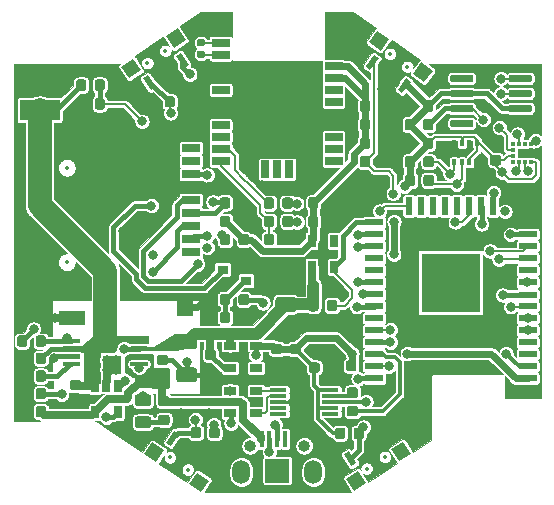
<source format=gbr>
%TF.GenerationSoftware,KiCad,Pcbnew,5.1.5+dfsg1-2~bpo10+1*%
%TF.CreationDate,Date%
%TF.ProjectId,osw,6f73772e-6b69-4636-9164-5f7063625858,2.1*%
%TF.SameCoordinates,Original*%
%TF.FileFunction,Copper,L1,Top*%
%TF.FilePolarity,Positive*%
%FSLAX46Y46*%
G04 Gerber Fmt 4.6, Leading zero omitted, Abs format (unit mm)*
G04 Created by KiCad*
%MOMM*%
%LPD*%
G04 APERTURE LIST*
%TA.AperFunction,SMDPad,CuDef*%
%ADD10C,0.100000*%
%TD*%
%TA.AperFunction,SMDPad,CuDef*%
%ADD11R,3.400000X1.700000*%
%TD*%
%TA.AperFunction,SMDPad,CuDef*%
%ADD12R,0.700000X1.500000*%
%TD*%
%TA.AperFunction,SMDPad,CuDef*%
%ADD13R,1.500000X0.700000*%
%TD*%
%TA.AperFunction,SMDPad,CuDef*%
%ADD14R,2.200000X1.200000*%
%TD*%
%TA.AperFunction,SMDPad,CuDef*%
%ADD15R,1.400000X1.600000*%
%TD*%
%TA.AperFunction,SMDPad,CuDef*%
%ADD16R,1.400000X1.200000*%
%TD*%
%TA.AperFunction,SMDPad,CuDef*%
%ADD17R,1.600000X0.700000*%
%TD*%
%TA.AperFunction,SMDPad,CuDef*%
%ADD18R,0.650000X1.060000*%
%TD*%
%TA.AperFunction,SMDPad,CuDef*%
%ADD19R,1.060000X0.650000*%
%TD*%
%TA.AperFunction,SMDPad,CuDef*%
%ADD20R,0.375000X0.350000*%
%TD*%
%TA.AperFunction,SMDPad,CuDef*%
%ADD21R,0.350000X0.375000*%
%TD*%
%TA.AperFunction,SMDPad,CuDef*%
%ADD22R,0.350000X0.500000*%
%TD*%
%TA.AperFunction,SMDPad,CuDef*%
%ADD23R,1.400000X0.300000*%
%TD*%
%TA.AperFunction,SMDPad,CuDef*%
%ADD24R,0.900000X0.800000*%
%TD*%
%TA.AperFunction,SMDPad,CuDef*%
%ADD25R,0.400000X1.350000*%
%TD*%
%TA.AperFunction,ComponentPad*%
%ADD26O,1.500000X2.000000*%
%TD*%
%TA.AperFunction,SMDPad,CuDef*%
%ADD27R,2.000000X2.000000*%
%TD*%
%TA.AperFunction,SMDPad,CuDef*%
%ADD28R,0.600000X1.524000*%
%TD*%
%TA.AperFunction,SMDPad,CuDef*%
%ADD29R,1.524000X0.600000*%
%TD*%
%TA.AperFunction,SMDPad,CuDef*%
%ADD30R,5.000000X5.000000*%
%TD*%
%TA.AperFunction,ViaPad*%
%ADD31C,0.800000*%
%TD*%
%TA.AperFunction,Conductor*%
%ADD32C,0.400000*%
%TD*%
%TA.AperFunction,Conductor*%
%ADD33C,0.300000*%
%TD*%
%TA.AperFunction,Conductor*%
%ADD34C,0.350000*%
%TD*%
%TA.AperFunction,Conductor*%
%ADD35C,0.200000*%
%TD*%
%TA.AperFunction,Conductor*%
%ADD36C,0.600000*%
%TD*%
%TA.AperFunction,Conductor*%
%ADD37C,0.700000*%
%TD*%
%TA.AperFunction,Conductor*%
%ADD38C,2.000000*%
%TD*%
%TA.AperFunction,Conductor*%
%ADD39C,1.000000*%
%TD*%
%TA.AperFunction,Conductor*%
%ADD40C,0.254000*%
%TD*%
%TA.AperFunction,Conductor*%
%ADD41C,0.100000*%
%TD*%
%ADD42C,0.350000*%
%ADD43O,0.999999X0.999999*%
%ADD44O,0.750000X1.200000*%
G04 APERTURE END LIST*
%TA.AperFunction,SMDPad,CuDef*%
D10*
%TO.P,R3,2*%
%TO.N,/GPS_TX3V3*%
G36*
X161111191Y-105380553D02*
G01*
X161132426Y-105383703D01*
X161153250Y-105388919D01*
X161173462Y-105396151D01*
X161192868Y-105405330D01*
X161211281Y-105416366D01*
X161228524Y-105429154D01*
X161244430Y-105443570D01*
X161258846Y-105459476D01*
X161271634Y-105476719D01*
X161282670Y-105495132D01*
X161291849Y-105514538D01*
X161299081Y-105534750D01*
X161304297Y-105555574D01*
X161307447Y-105576809D01*
X161308500Y-105598250D01*
X161308500Y-106110750D01*
X161307447Y-106132191D01*
X161304297Y-106153426D01*
X161299081Y-106174250D01*
X161291849Y-106194462D01*
X161282670Y-106213868D01*
X161271634Y-106232281D01*
X161258846Y-106249524D01*
X161244430Y-106265430D01*
X161228524Y-106279846D01*
X161211281Y-106292634D01*
X161192868Y-106303670D01*
X161173462Y-106312849D01*
X161153250Y-106320081D01*
X161132426Y-106325297D01*
X161111191Y-106328447D01*
X161089750Y-106329500D01*
X160652250Y-106329500D01*
X160630809Y-106328447D01*
X160609574Y-106325297D01*
X160588750Y-106320081D01*
X160568538Y-106312849D01*
X160549132Y-106303670D01*
X160530719Y-106292634D01*
X160513476Y-106279846D01*
X160497570Y-106265430D01*
X160483154Y-106249524D01*
X160470366Y-106232281D01*
X160459330Y-106213868D01*
X160450151Y-106194462D01*
X160442919Y-106174250D01*
X160437703Y-106153426D01*
X160434553Y-106132191D01*
X160433500Y-106110750D01*
X160433500Y-105598250D01*
X160434553Y-105576809D01*
X160437703Y-105555574D01*
X160442919Y-105534750D01*
X160450151Y-105514538D01*
X160459330Y-105495132D01*
X160470366Y-105476719D01*
X160483154Y-105459476D01*
X160497570Y-105443570D01*
X160513476Y-105429154D01*
X160530719Y-105416366D01*
X160549132Y-105405330D01*
X160568538Y-105396151D01*
X160588750Y-105388919D01*
X160609574Y-105383703D01*
X160630809Y-105380553D01*
X160652250Y-105379500D01*
X161089750Y-105379500D01*
X161111191Y-105380553D01*
G37*
%TD.AperFunction*%
%TA.AperFunction,SMDPad,CuDef*%
%TO.P,R3,1*%
%TO.N,/GPS_TX2V8*%
G36*
X159536191Y-105380553D02*
G01*
X159557426Y-105383703D01*
X159578250Y-105388919D01*
X159598462Y-105396151D01*
X159617868Y-105405330D01*
X159636281Y-105416366D01*
X159653524Y-105429154D01*
X159669430Y-105443570D01*
X159683846Y-105459476D01*
X159696634Y-105476719D01*
X159707670Y-105495132D01*
X159716849Y-105514538D01*
X159724081Y-105534750D01*
X159729297Y-105555574D01*
X159732447Y-105576809D01*
X159733500Y-105598250D01*
X159733500Y-106110750D01*
X159732447Y-106132191D01*
X159729297Y-106153426D01*
X159724081Y-106174250D01*
X159716849Y-106194462D01*
X159707670Y-106213868D01*
X159696634Y-106232281D01*
X159683846Y-106249524D01*
X159669430Y-106265430D01*
X159653524Y-106279846D01*
X159636281Y-106292634D01*
X159617868Y-106303670D01*
X159598462Y-106312849D01*
X159578250Y-106320081D01*
X159557426Y-106325297D01*
X159536191Y-106328447D01*
X159514750Y-106329500D01*
X159077250Y-106329500D01*
X159055809Y-106328447D01*
X159034574Y-106325297D01*
X159013750Y-106320081D01*
X158993538Y-106312849D01*
X158974132Y-106303670D01*
X158955719Y-106292634D01*
X158938476Y-106279846D01*
X158922570Y-106265430D01*
X158908154Y-106249524D01*
X158895366Y-106232281D01*
X158884330Y-106213868D01*
X158875151Y-106194462D01*
X158867919Y-106174250D01*
X158862703Y-106153426D01*
X158859553Y-106132191D01*
X158858500Y-106110750D01*
X158858500Y-105598250D01*
X158859553Y-105576809D01*
X158862703Y-105555574D01*
X158867919Y-105534750D01*
X158875151Y-105514538D01*
X158884330Y-105495132D01*
X158895366Y-105476719D01*
X158908154Y-105459476D01*
X158922570Y-105443570D01*
X158938476Y-105429154D01*
X158955719Y-105416366D01*
X158974132Y-105405330D01*
X158993538Y-105396151D01*
X159013750Y-105388919D01*
X159034574Y-105383703D01*
X159055809Y-105380553D01*
X159077250Y-105379500D01*
X159514750Y-105379500D01*
X159536191Y-105380553D01*
G37*
%TD.AperFunction*%
%TD*%
D11*
%TO.P,J1,2*%
%TO.N,GND*%
X139890500Y-95440500D03*
%TO.P,J1,1*%
%TO.N,/VBAT*%
X139890500Y-97980500D03*
%TD*%
%TA.AperFunction,SMDPad,CuDef*%
D10*
%TO.P,SW2,1*%
%TO.N,/BTN3*%
G36*
X167886019Y-94579386D02*
G01*
X167481511Y-94285493D01*
X168186853Y-93314672D01*
X168591361Y-93608565D01*
X167886019Y-94579386D01*
G37*
%TD.AperFunction*%
%TA.AperFunction,SMDPad,CuDef*%
%TO.P,SW2,2*%
%TO.N,+3V3*%
G36*
X170596226Y-96548467D02*
G01*
X170191718Y-96254574D01*
X170897060Y-95283753D01*
X171301568Y-95577646D01*
X170596226Y-96548467D01*
G37*
%TD.AperFunction*%
%TA.AperFunction,SMDPad,CuDef*%
%TO.P,SW2,*%
%TO.N,*%
G36*
X168757272Y-92936168D02*
G01*
X167786452Y-92230826D01*
X168491794Y-91260006D01*
X169462614Y-91965348D01*
X168757272Y-92936168D01*
G37*
%TD.AperFunction*%
%TA.AperFunction,SMDPad,CuDef*%
G36*
X172456098Y-95623523D02*
G01*
X171485278Y-94918181D01*
X172190620Y-93947361D01*
X173161440Y-94652703D01*
X172456098Y-95623523D01*
G37*
%TD.AperFunction*%
%TD*%
%TA.AperFunction,SMDPad,CuDef*%
%TO.P,SW1,1*%
%TO.N,/BTN2*%
G36*
X149720838Y-96005081D02*
G01*
X149306319Y-96284678D01*
X148635288Y-95289833D01*
X149049807Y-95010236D01*
X149720838Y-96005081D01*
G37*
%TD.AperFunction*%
%TA.AperFunction,SMDPad,CuDef*%
%TO.P,SW1,2*%
%TO.N,+3V3*%
G36*
X152498114Y-94131785D02*
G01*
X152083595Y-94411382D01*
X151412564Y-93416537D01*
X151827083Y-93136940D01*
X152498114Y-94131785D01*
G37*
%TD.AperFunction*%
%TA.AperFunction,SMDPad,CuDef*%
%TO.P,SW1,*%
%TO.N,*%
G36*
X148474706Y-94624359D02*
G01*
X147479861Y-95295390D01*
X146808830Y-94300545D01*
X147803675Y-93629514D01*
X148474706Y-94624359D01*
G37*
%TD.AperFunction*%
%TA.AperFunction,SMDPad,CuDef*%
G36*
X152265065Y-92067729D02*
G01*
X151270220Y-92738760D01*
X150599189Y-91743915D01*
X151594034Y-91072884D01*
X152265065Y-92067729D01*
G37*
%TD.AperFunction*%
%TD*%
%TA.AperFunction,SMDPad,CuDef*%
%TO.P,SW5,1*%
%TO.N,GND*%
G36*
X154042068Y-127009040D02*
G01*
X154456587Y-127288637D01*
X153785556Y-128283482D01*
X153371037Y-128003885D01*
X154042068Y-127009040D01*
G37*
%TD.AperFunction*%
%TA.AperFunction,SMDPad,CuDef*%
%TO.P,SW5,2*%
%TO.N,/FLASH*%
G36*
X151264792Y-125135744D02*
G01*
X151679311Y-125415341D01*
X151008280Y-126410186D01*
X150593761Y-126130589D01*
X151264792Y-125135744D01*
G37*
%TD.AperFunction*%
%TA.AperFunction,SMDPad,CuDef*%
%TO.P,SW5,*%
%TO.N,*%
G36*
X153228693Y-128681662D02*
G01*
X154223538Y-129352693D01*
X153552507Y-130347538D01*
X152557662Y-129676507D01*
X153228693Y-128681662D01*
G37*
%TD.AperFunction*%
%TA.AperFunction,SMDPad,CuDef*%
G36*
X149438334Y-126125032D02*
G01*
X150433179Y-126796063D01*
X149762148Y-127790908D01*
X148767303Y-127119877D01*
X149438334Y-126125032D01*
G37*
%TD.AperFunction*%
%TD*%
%TA.AperFunction,SMDPad,CuDef*%
%TO.P,SW4,1*%
%TO.N,GND*%
G36*
X168449477Y-125308608D02*
G01*
X168868812Y-125036289D01*
X169522379Y-126042694D01*
X169103044Y-126315013D01*
X168449477Y-125308608D01*
G37*
%TD.AperFunction*%
%TA.AperFunction,SMDPad,CuDef*%
%TO.P,SW4,2*%
%TO.N,/EN*%
G36*
X165639930Y-127133149D02*
G01*
X166059265Y-126860830D01*
X166712832Y-127867235D01*
X166293497Y-128139554D01*
X165639930Y-127133149D01*
G37*
%TD.AperFunction*%
%TA.AperFunction,SMDPad,CuDef*%
%TO.P,SW4,*%
%TO.N,*%
G36*
X169671322Y-126710870D02*
G01*
X170677727Y-126057303D01*
X171331294Y-127063708D01*
X170324889Y-127717275D01*
X169671322Y-126710870D01*
G37*
%TD.AperFunction*%
%TA.AperFunction,SMDPad,CuDef*%
G36*
X165836921Y-129200959D02*
G01*
X166843326Y-128547392D01*
X167496893Y-129553797D01*
X166490488Y-130207364D01*
X165836921Y-129200959D01*
G37*
%TD.AperFunction*%
%TD*%
D12*
%TO.P,U8,29*%
%TO.N,Net-(U8-Pad29)*%
X160000000Y-103000000D03*
%TO.P,U8,30*%
%TO.N,Net-(U8-Pad30)*%
X161000000Y-103000000D03*
%TO.P,U8,31*%
%TO.N,GND*%
X162000000Y-103000000D03*
%TO.P,U8,28*%
%TO.N,Net-(U8-Pad28)*%
X159000000Y-103000000D03*
%TO.P,U8,27*%
%TO.N,GND*%
X158000000Y-103000000D03*
D13*
%TO.P,U8,26*%
%TO.N,/GPS_RX2V8*%
X155220000Y-102275000D03*
%TO.P,U8,25*%
%TO.N,/GPS_TX2V8*%
X155220000Y-101275000D03*
%TO.P,U8,24*%
%TO.N,Net-(U8-Pad24)*%
X155220000Y-100275000D03*
%TO.P,U8,23*%
%TO.N,Net-(U8-Pad23)*%
X155220000Y-99275000D03*
%TO.P,U8,22*%
%TO.N,GND*%
X155220000Y-98275000D03*
%TO.P,U8,21*%
X155220000Y-97275000D03*
%TO.P,U8,20*%
%TO.N,Net-(U8-Pad20)*%
X155220000Y-96275000D03*
%TO.P,U8,19*%
%TO.N,GND*%
X155220000Y-95275000D03*
%TO.P,U8,18*%
X155220000Y-94275000D03*
%TO.P,U8,17*%
%TO.N,/ANT*%
X155220000Y-93275000D03*
%TO.P,U8,16*%
%TO.N,Net-(R5-Pad1)*%
X155220000Y-92275000D03*
%TO.P,U8,15*%
%TO.N,GND*%
X155220000Y-91275000D03*
%TO.P,U8,14*%
X155220000Y-90125000D03*
%TO.P,U8,13*%
X164780000Y-90125000D03*
%TO.P,U8,10*%
X164780000Y-93275000D03*
%TO.P,U8,1*%
%TO.N,Net-(U8-Pad1)*%
X164780000Y-102275000D03*
%TO.P,U8,12*%
%TO.N,GND*%
X164780000Y-91275000D03*
%TO.P,U8,5*%
X164780000Y-98275000D03*
%TO.P,U8,11*%
X164780000Y-92275000D03*
%TO.P,U8,6*%
%TO.N,Net-(U8-Pad6)*%
X164780000Y-97275000D03*
%TO.P,U8,9*%
%TO.N,/3V3_2*%
X164780000Y-94275000D03*
%TO.P,U8,8*%
X164780000Y-95275000D03*
%TO.P,U8,3*%
%TO.N,Net-(U8-Pad3)*%
X164780000Y-100275000D03*
%TO.P,U8,7*%
%TO.N,Net-(U8-Pad7)*%
X164780000Y-96275000D03*
%TO.P,U8,2*%
%TO.N,Net-(U8-Pad2)*%
X164780000Y-101275000D03*
%TO.P,U8,4*%
%TO.N,GND*%
X164780000Y-99275000D03*
%TD*%
%TA.AperFunction,SMDPad,CuDef*%
D10*
%TO.P,R18,2*%
%TO.N,+3V3*%
G36*
X171461491Y-98738453D02*
G01*
X171482726Y-98741603D01*
X171503550Y-98746819D01*
X171523762Y-98754051D01*
X171543168Y-98763230D01*
X171561581Y-98774266D01*
X171578824Y-98787054D01*
X171594730Y-98801470D01*
X171609146Y-98817376D01*
X171621934Y-98834619D01*
X171632970Y-98853032D01*
X171642149Y-98872438D01*
X171649381Y-98892650D01*
X171654597Y-98913474D01*
X171657747Y-98934709D01*
X171658800Y-98956150D01*
X171658800Y-99468650D01*
X171657747Y-99490091D01*
X171654597Y-99511326D01*
X171649381Y-99532150D01*
X171642149Y-99552362D01*
X171632970Y-99571768D01*
X171621934Y-99590181D01*
X171609146Y-99607424D01*
X171594730Y-99623330D01*
X171578824Y-99637746D01*
X171561581Y-99650534D01*
X171543168Y-99661570D01*
X171523762Y-99670749D01*
X171503550Y-99677981D01*
X171482726Y-99683197D01*
X171461491Y-99686347D01*
X171440050Y-99687400D01*
X171002550Y-99687400D01*
X170981109Y-99686347D01*
X170959874Y-99683197D01*
X170939050Y-99677981D01*
X170918838Y-99670749D01*
X170899432Y-99661570D01*
X170881019Y-99650534D01*
X170863776Y-99637746D01*
X170847870Y-99623330D01*
X170833454Y-99607424D01*
X170820666Y-99590181D01*
X170809630Y-99571768D01*
X170800451Y-99552362D01*
X170793219Y-99532150D01*
X170788003Y-99511326D01*
X170784853Y-99490091D01*
X170783800Y-99468650D01*
X170783800Y-98956150D01*
X170784853Y-98934709D01*
X170788003Y-98913474D01*
X170793219Y-98892650D01*
X170800451Y-98872438D01*
X170809630Y-98853032D01*
X170820666Y-98834619D01*
X170833454Y-98817376D01*
X170847870Y-98801470D01*
X170863776Y-98787054D01*
X170881019Y-98774266D01*
X170899432Y-98763230D01*
X170918838Y-98754051D01*
X170939050Y-98746819D01*
X170959874Y-98741603D01*
X170981109Y-98738453D01*
X171002550Y-98737400D01*
X171440050Y-98737400D01*
X171461491Y-98738453D01*
G37*
%TD.AperFunction*%
%TA.AperFunction,SMDPad,CuDef*%
%TO.P,R18,1*%
%TO.N,/RTC_INT*%
G36*
X173036491Y-98738453D02*
G01*
X173057726Y-98741603D01*
X173078550Y-98746819D01*
X173098762Y-98754051D01*
X173118168Y-98763230D01*
X173136581Y-98774266D01*
X173153824Y-98787054D01*
X173169730Y-98801470D01*
X173184146Y-98817376D01*
X173196934Y-98834619D01*
X173207970Y-98853032D01*
X173217149Y-98872438D01*
X173224381Y-98892650D01*
X173229597Y-98913474D01*
X173232747Y-98934709D01*
X173233800Y-98956150D01*
X173233800Y-99468650D01*
X173232747Y-99490091D01*
X173229597Y-99511326D01*
X173224381Y-99532150D01*
X173217149Y-99552362D01*
X173207970Y-99571768D01*
X173196934Y-99590181D01*
X173184146Y-99607424D01*
X173169730Y-99623330D01*
X173153824Y-99637746D01*
X173136581Y-99650534D01*
X173118168Y-99661570D01*
X173098762Y-99670749D01*
X173078550Y-99677981D01*
X173057726Y-99683197D01*
X173036491Y-99686347D01*
X173015050Y-99687400D01*
X172577550Y-99687400D01*
X172556109Y-99686347D01*
X172534874Y-99683197D01*
X172514050Y-99677981D01*
X172493838Y-99670749D01*
X172474432Y-99661570D01*
X172456019Y-99650534D01*
X172438776Y-99637746D01*
X172422870Y-99623330D01*
X172408454Y-99607424D01*
X172395666Y-99590181D01*
X172384630Y-99571768D01*
X172375451Y-99552362D01*
X172368219Y-99532150D01*
X172363003Y-99511326D01*
X172359853Y-99490091D01*
X172358800Y-99468650D01*
X172358800Y-98956150D01*
X172359853Y-98934709D01*
X172363003Y-98913474D01*
X172368219Y-98892650D01*
X172375451Y-98872438D01*
X172384630Y-98853032D01*
X172395666Y-98834619D01*
X172408454Y-98817376D01*
X172422870Y-98801470D01*
X172438776Y-98787054D01*
X172456019Y-98774266D01*
X172474432Y-98763230D01*
X172493838Y-98754051D01*
X172514050Y-98746819D01*
X172534874Y-98741603D01*
X172556109Y-98738453D01*
X172577550Y-98737400D01*
X173015050Y-98737400D01*
X173036491Y-98738453D01*
G37*
%TD.AperFunction*%
%TD*%
%TA.AperFunction,SMDPad,CuDef*%
%TO.P,C11,2*%
%TO.N,GND*%
G36*
X171461491Y-97163653D02*
G01*
X171482726Y-97166803D01*
X171503550Y-97172019D01*
X171523762Y-97179251D01*
X171543168Y-97188430D01*
X171561581Y-97199466D01*
X171578824Y-97212254D01*
X171594730Y-97226670D01*
X171609146Y-97242576D01*
X171621934Y-97259819D01*
X171632970Y-97278232D01*
X171642149Y-97297638D01*
X171649381Y-97317850D01*
X171654597Y-97338674D01*
X171657747Y-97359909D01*
X171658800Y-97381350D01*
X171658800Y-97893850D01*
X171657747Y-97915291D01*
X171654597Y-97936526D01*
X171649381Y-97957350D01*
X171642149Y-97977562D01*
X171632970Y-97996968D01*
X171621934Y-98015381D01*
X171609146Y-98032624D01*
X171594730Y-98048530D01*
X171578824Y-98062946D01*
X171561581Y-98075734D01*
X171543168Y-98086770D01*
X171523762Y-98095949D01*
X171503550Y-98103181D01*
X171482726Y-98108397D01*
X171461491Y-98111547D01*
X171440050Y-98112600D01*
X171002550Y-98112600D01*
X170981109Y-98111547D01*
X170959874Y-98108397D01*
X170939050Y-98103181D01*
X170918838Y-98095949D01*
X170899432Y-98086770D01*
X170881019Y-98075734D01*
X170863776Y-98062946D01*
X170847870Y-98048530D01*
X170833454Y-98032624D01*
X170820666Y-98015381D01*
X170809630Y-97996968D01*
X170800451Y-97977562D01*
X170793219Y-97957350D01*
X170788003Y-97936526D01*
X170784853Y-97915291D01*
X170783800Y-97893850D01*
X170783800Y-97381350D01*
X170784853Y-97359909D01*
X170788003Y-97338674D01*
X170793219Y-97317850D01*
X170800451Y-97297638D01*
X170809630Y-97278232D01*
X170820666Y-97259819D01*
X170833454Y-97242576D01*
X170847870Y-97226670D01*
X170863776Y-97212254D01*
X170881019Y-97199466D01*
X170899432Y-97188430D01*
X170918838Y-97179251D01*
X170939050Y-97172019D01*
X170959874Y-97166803D01*
X170981109Y-97163653D01*
X171002550Y-97162600D01*
X171440050Y-97162600D01*
X171461491Y-97163653D01*
G37*
%TD.AperFunction*%
%TA.AperFunction,SMDPad,CuDef*%
%TO.P,C11,1*%
%TO.N,+3V3*%
G36*
X173036491Y-97163653D02*
G01*
X173057726Y-97166803D01*
X173078550Y-97172019D01*
X173098762Y-97179251D01*
X173118168Y-97188430D01*
X173136581Y-97199466D01*
X173153824Y-97212254D01*
X173169730Y-97226670D01*
X173184146Y-97242576D01*
X173196934Y-97259819D01*
X173207970Y-97278232D01*
X173217149Y-97297638D01*
X173224381Y-97317850D01*
X173229597Y-97338674D01*
X173232747Y-97359909D01*
X173233800Y-97381350D01*
X173233800Y-97893850D01*
X173232747Y-97915291D01*
X173229597Y-97936526D01*
X173224381Y-97957350D01*
X173217149Y-97977562D01*
X173207970Y-97996968D01*
X173196934Y-98015381D01*
X173184146Y-98032624D01*
X173169730Y-98048530D01*
X173153824Y-98062946D01*
X173136581Y-98075734D01*
X173118168Y-98086770D01*
X173098762Y-98095949D01*
X173078550Y-98103181D01*
X173057726Y-98108397D01*
X173036491Y-98111547D01*
X173015050Y-98112600D01*
X172577550Y-98112600D01*
X172556109Y-98111547D01*
X172534874Y-98108397D01*
X172514050Y-98103181D01*
X172493838Y-98095949D01*
X172474432Y-98086770D01*
X172456019Y-98075734D01*
X172438776Y-98062946D01*
X172422870Y-98048530D01*
X172408454Y-98032624D01*
X172395666Y-98015381D01*
X172384630Y-97996968D01*
X172375451Y-97977562D01*
X172368219Y-97957350D01*
X172363003Y-97936526D01*
X172359853Y-97915291D01*
X172358800Y-97893850D01*
X172358800Y-97381350D01*
X172359853Y-97359909D01*
X172363003Y-97338674D01*
X172368219Y-97317850D01*
X172375451Y-97297638D01*
X172384630Y-97278232D01*
X172395666Y-97259819D01*
X172408454Y-97242576D01*
X172422870Y-97226670D01*
X172438776Y-97212254D01*
X172456019Y-97199466D01*
X172474432Y-97188430D01*
X172493838Y-97179251D01*
X172514050Y-97172019D01*
X172534874Y-97166803D01*
X172556109Y-97163653D01*
X172577550Y-97162600D01*
X173015050Y-97162600D01*
X173036491Y-97163653D01*
G37*
%TD.AperFunction*%
%TD*%
%TA.AperFunction,SMDPad,CuDef*%
%TO.P,C21,2*%
%TO.N,GND*%
G36*
X169251791Y-97163653D02*
G01*
X169273026Y-97166803D01*
X169293850Y-97172019D01*
X169314062Y-97179251D01*
X169333468Y-97188430D01*
X169351881Y-97199466D01*
X169369124Y-97212254D01*
X169385030Y-97226670D01*
X169399446Y-97242576D01*
X169412234Y-97259819D01*
X169423270Y-97278232D01*
X169432449Y-97297638D01*
X169439681Y-97317850D01*
X169444897Y-97338674D01*
X169448047Y-97359909D01*
X169449100Y-97381350D01*
X169449100Y-97893850D01*
X169448047Y-97915291D01*
X169444897Y-97936526D01*
X169439681Y-97957350D01*
X169432449Y-97977562D01*
X169423270Y-97996968D01*
X169412234Y-98015381D01*
X169399446Y-98032624D01*
X169385030Y-98048530D01*
X169369124Y-98062946D01*
X169351881Y-98075734D01*
X169333468Y-98086770D01*
X169314062Y-98095949D01*
X169293850Y-98103181D01*
X169273026Y-98108397D01*
X169251791Y-98111547D01*
X169230350Y-98112600D01*
X168792850Y-98112600D01*
X168771409Y-98111547D01*
X168750174Y-98108397D01*
X168729350Y-98103181D01*
X168709138Y-98095949D01*
X168689732Y-98086770D01*
X168671319Y-98075734D01*
X168654076Y-98062946D01*
X168638170Y-98048530D01*
X168623754Y-98032624D01*
X168610966Y-98015381D01*
X168599930Y-97996968D01*
X168590751Y-97977562D01*
X168583519Y-97957350D01*
X168578303Y-97936526D01*
X168575153Y-97915291D01*
X168574100Y-97893850D01*
X168574100Y-97381350D01*
X168575153Y-97359909D01*
X168578303Y-97338674D01*
X168583519Y-97317850D01*
X168590751Y-97297638D01*
X168599930Y-97278232D01*
X168610966Y-97259819D01*
X168623754Y-97242576D01*
X168638170Y-97226670D01*
X168654076Y-97212254D01*
X168671319Y-97199466D01*
X168689732Y-97188430D01*
X168709138Y-97179251D01*
X168729350Y-97172019D01*
X168750174Y-97166803D01*
X168771409Y-97163653D01*
X168792850Y-97162600D01*
X169230350Y-97162600D01*
X169251791Y-97163653D01*
G37*
%TD.AperFunction*%
%TA.AperFunction,SMDPad,CuDef*%
%TO.P,C21,1*%
%TO.N,/3V3_2*%
G36*
X167676791Y-97163653D02*
G01*
X167698026Y-97166803D01*
X167718850Y-97172019D01*
X167739062Y-97179251D01*
X167758468Y-97188430D01*
X167776881Y-97199466D01*
X167794124Y-97212254D01*
X167810030Y-97226670D01*
X167824446Y-97242576D01*
X167837234Y-97259819D01*
X167848270Y-97278232D01*
X167857449Y-97297638D01*
X167864681Y-97317850D01*
X167869897Y-97338674D01*
X167873047Y-97359909D01*
X167874100Y-97381350D01*
X167874100Y-97893850D01*
X167873047Y-97915291D01*
X167869897Y-97936526D01*
X167864681Y-97957350D01*
X167857449Y-97977562D01*
X167848270Y-97996968D01*
X167837234Y-98015381D01*
X167824446Y-98032624D01*
X167810030Y-98048530D01*
X167794124Y-98062946D01*
X167776881Y-98075734D01*
X167758468Y-98086770D01*
X167739062Y-98095949D01*
X167718850Y-98103181D01*
X167698026Y-98108397D01*
X167676791Y-98111547D01*
X167655350Y-98112600D01*
X167217850Y-98112600D01*
X167196409Y-98111547D01*
X167175174Y-98108397D01*
X167154350Y-98103181D01*
X167134138Y-98095949D01*
X167114732Y-98086770D01*
X167096319Y-98075734D01*
X167079076Y-98062946D01*
X167063170Y-98048530D01*
X167048754Y-98032624D01*
X167035966Y-98015381D01*
X167024930Y-97996968D01*
X167015751Y-97977562D01*
X167008519Y-97957350D01*
X167003303Y-97936526D01*
X167000153Y-97915291D01*
X166999100Y-97893850D01*
X166999100Y-97381350D01*
X167000153Y-97359909D01*
X167003303Y-97338674D01*
X167008519Y-97317850D01*
X167015751Y-97297638D01*
X167024930Y-97278232D01*
X167035966Y-97259819D01*
X167048754Y-97242576D01*
X167063170Y-97226670D01*
X167079076Y-97212254D01*
X167096319Y-97199466D01*
X167114732Y-97188430D01*
X167134138Y-97179251D01*
X167154350Y-97172019D01*
X167175174Y-97166803D01*
X167196409Y-97163653D01*
X167217850Y-97162600D01*
X167655350Y-97162600D01*
X167676791Y-97163653D01*
G37*
%TD.AperFunction*%
%TD*%
%TA.AperFunction,SMDPad,CuDef*%
%TO.P,C22,2*%
%TO.N,GND*%
G36*
X157402791Y-106917253D02*
G01*
X157424026Y-106920403D01*
X157444850Y-106925619D01*
X157465062Y-106932851D01*
X157484468Y-106942030D01*
X157502881Y-106953066D01*
X157520124Y-106965854D01*
X157536030Y-106980270D01*
X157550446Y-106996176D01*
X157563234Y-107013419D01*
X157574270Y-107031832D01*
X157583449Y-107051238D01*
X157590681Y-107071450D01*
X157595897Y-107092274D01*
X157599047Y-107113509D01*
X157600100Y-107134950D01*
X157600100Y-107647450D01*
X157599047Y-107668891D01*
X157595897Y-107690126D01*
X157590681Y-107710950D01*
X157583449Y-107731162D01*
X157574270Y-107750568D01*
X157563234Y-107768981D01*
X157550446Y-107786224D01*
X157536030Y-107802130D01*
X157520124Y-107816546D01*
X157502881Y-107829334D01*
X157484468Y-107840370D01*
X157465062Y-107849549D01*
X157444850Y-107856781D01*
X157424026Y-107861997D01*
X157402791Y-107865147D01*
X157381350Y-107866200D01*
X156943850Y-107866200D01*
X156922409Y-107865147D01*
X156901174Y-107861997D01*
X156880350Y-107856781D01*
X156860138Y-107849549D01*
X156840732Y-107840370D01*
X156822319Y-107829334D01*
X156805076Y-107816546D01*
X156789170Y-107802130D01*
X156774754Y-107786224D01*
X156761966Y-107768981D01*
X156750930Y-107750568D01*
X156741751Y-107731162D01*
X156734519Y-107710950D01*
X156729303Y-107690126D01*
X156726153Y-107668891D01*
X156725100Y-107647450D01*
X156725100Y-107134950D01*
X156726153Y-107113509D01*
X156729303Y-107092274D01*
X156734519Y-107071450D01*
X156741751Y-107051238D01*
X156750930Y-107031832D01*
X156761966Y-107013419D01*
X156774754Y-106996176D01*
X156789170Y-106980270D01*
X156805076Y-106965854D01*
X156822319Y-106953066D01*
X156840732Y-106942030D01*
X156860138Y-106932851D01*
X156880350Y-106925619D01*
X156901174Y-106920403D01*
X156922409Y-106917253D01*
X156943850Y-106916200D01*
X157381350Y-106916200D01*
X157402791Y-106917253D01*
G37*
%TD.AperFunction*%
%TA.AperFunction,SMDPad,CuDef*%
%TO.P,C22,1*%
%TO.N,/3V3_2*%
G36*
X155827791Y-106917253D02*
G01*
X155849026Y-106920403D01*
X155869850Y-106925619D01*
X155890062Y-106932851D01*
X155909468Y-106942030D01*
X155927881Y-106953066D01*
X155945124Y-106965854D01*
X155961030Y-106980270D01*
X155975446Y-106996176D01*
X155988234Y-107013419D01*
X155999270Y-107031832D01*
X156008449Y-107051238D01*
X156015681Y-107071450D01*
X156020897Y-107092274D01*
X156024047Y-107113509D01*
X156025100Y-107134950D01*
X156025100Y-107647450D01*
X156024047Y-107668891D01*
X156020897Y-107690126D01*
X156015681Y-107710950D01*
X156008449Y-107731162D01*
X155999270Y-107750568D01*
X155988234Y-107768981D01*
X155975446Y-107786224D01*
X155961030Y-107802130D01*
X155945124Y-107816546D01*
X155927881Y-107829334D01*
X155909468Y-107840370D01*
X155890062Y-107849549D01*
X155869850Y-107856781D01*
X155849026Y-107861997D01*
X155827791Y-107865147D01*
X155806350Y-107866200D01*
X155368850Y-107866200D01*
X155347409Y-107865147D01*
X155326174Y-107861997D01*
X155305350Y-107856781D01*
X155285138Y-107849549D01*
X155265732Y-107840370D01*
X155247319Y-107829334D01*
X155230076Y-107816546D01*
X155214170Y-107802130D01*
X155199754Y-107786224D01*
X155186966Y-107768981D01*
X155175930Y-107750568D01*
X155166751Y-107731162D01*
X155159519Y-107710950D01*
X155154303Y-107690126D01*
X155151153Y-107668891D01*
X155150100Y-107647450D01*
X155150100Y-107134950D01*
X155151153Y-107113509D01*
X155154303Y-107092274D01*
X155159519Y-107071450D01*
X155166751Y-107051238D01*
X155175930Y-107031832D01*
X155186966Y-107013419D01*
X155199754Y-106996176D01*
X155214170Y-106980270D01*
X155230076Y-106965854D01*
X155247319Y-106953066D01*
X155265732Y-106942030D01*
X155285138Y-106932851D01*
X155305350Y-106925619D01*
X155326174Y-106920403D01*
X155347409Y-106917253D01*
X155368850Y-106916200D01*
X155806350Y-106916200D01*
X155827791Y-106917253D01*
G37*
%TD.AperFunction*%
%TD*%
%TA.AperFunction,SMDPad,CuDef*%
%TO.P,C20,2*%
%TO.N,GND*%
G36*
X169251791Y-98738453D02*
G01*
X169273026Y-98741603D01*
X169293850Y-98746819D01*
X169314062Y-98754051D01*
X169333468Y-98763230D01*
X169351881Y-98774266D01*
X169369124Y-98787054D01*
X169385030Y-98801470D01*
X169399446Y-98817376D01*
X169412234Y-98834619D01*
X169423270Y-98853032D01*
X169432449Y-98872438D01*
X169439681Y-98892650D01*
X169444897Y-98913474D01*
X169448047Y-98934709D01*
X169449100Y-98956150D01*
X169449100Y-99468650D01*
X169448047Y-99490091D01*
X169444897Y-99511326D01*
X169439681Y-99532150D01*
X169432449Y-99552362D01*
X169423270Y-99571768D01*
X169412234Y-99590181D01*
X169399446Y-99607424D01*
X169385030Y-99623330D01*
X169369124Y-99637746D01*
X169351881Y-99650534D01*
X169333468Y-99661570D01*
X169314062Y-99670749D01*
X169293850Y-99677981D01*
X169273026Y-99683197D01*
X169251791Y-99686347D01*
X169230350Y-99687400D01*
X168792850Y-99687400D01*
X168771409Y-99686347D01*
X168750174Y-99683197D01*
X168729350Y-99677981D01*
X168709138Y-99670749D01*
X168689732Y-99661570D01*
X168671319Y-99650534D01*
X168654076Y-99637746D01*
X168638170Y-99623330D01*
X168623754Y-99607424D01*
X168610966Y-99590181D01*
X168599930Y-99571768D01*
X168590751Y-99552362D01*
X168583519Y-99532150D01*
X168578303Y-99511326D01*
X168575153Y-99490091D01*
X168574100Y-99468650D01*
X168574100Y-98956150D01*
X168575153Y-98934709D01*
X168578303Y-98913474D01*
X168583519Y-98892650D01*
X168590751Y-98872438D01*
X168599930Y-98853032D01*
X168610966Y-98834619D01*
X168623754Y-98817376D01*
X168638170Y-98801470D01*
X168654076Y-98787054D01*
X168671319Y-98774266D01*
X168689732Y-98763230D01*
X168709138Y-98754051D01*
X168729350Y-98746819D01*
X168750174Y-98741603D01*
X168771409Y-98738453D01*
X168792850Y-98737400D01*
X169230350Y-98737400D01*
X169251791Y-98738453D01*
G37*
%TD.AperFunction*%
%TA.AperFunction,SMDPad,CuDef*%
%TO.P,C20,1*%
%TO.N,/3V3_2*%
G36*
X167676791Y-98738453D02*
G01*
X167698026Y-98741603D01*
X167718850Y-98746819D01*
X167739062Y-98754051D01*
X167758468Y-98763230D01*
X167776881Y-98774266D01*
X167794124Y-98787054D01*
X167810030Y-98801470D01*
X167824446Y-98817376D01*
X167837234Y-98834619D01*
X167848270Y-98853032D01*
X167857449Y-98872438D01*
X167864681Y-98892650D01*
X167869897Y-98913474D01*
X167873047Y-98934709D01*
X167874100Y-98956150D01*
X167874100Y-99468650D01*
X167873047Y-99490091D01*
X167869897Y-99511326D01*
X167864681Y-99532150D01*
X167857449Y-99552362D01*
X167848270Y-99571768D01*
X167837234Y-99590181D01*
X167824446Y-99607424D01*
X167810030Y-99623330D01*
X167794124Y-99637746D01*
X167776881Y-99650534D01*
X167758468Y-99661570D01*
X167739062Y-99670749D01*
X167718850Y-99677981D01*
X167698026Y-99683197D01*
X167676791Y-99686347D01*
X167655350Y-99687400D01*
X167217850Y-99687400D01*
X167196409Y-99686347D01*
X167175174Y-99683197D01*
X167154350Y-99677981D01*
X167134138Y-99670749D01*
X167114732Y-99661570D01*
X167096319Y-99650534D01*
X167079076Y-99637746D01*
X167063170Y-99623330D01*
X167048754Y-99607424D01*
X167035966Y-99590181D01*
X167024930Y-99571768D01*
X167015751Y-99552362D01*
X167008519Y-99532150D01*
X167003303Y-99511326D01*
X167000153Y-99490091D01*
X166999100Y-99468650D01*
X166999100Y-98956150D01*
X167000153Y-98934709D01*
X167003303Y-98913474D01*
X167008519Y-98892650D01*
X167015751Y-98872438D01*
X167024930Y-98853032D01*
X167035966Y-98834619D01*
X167048754Y-98817376D01*
X167063170Y-98801470D01*
X167079076Y-98787054D01*
X167096319Y-98774266D01*
X167114732Y-98763230D01*
X167134138Y-98754051D01*
X167154350Y-98746819D01*
X167175174Y-98741603D01*
X167196409Y-98738453D01*
X167217850Y-98737400D01*
X167655350Y-98737400D01*
X167676791Y-98738453D01*
G37*
%TD.AperFunction*%
%TD*%
D14*
%TO.P,XS1,6*%
%TO.N,GND*%
X142600000Y-115550000D03*
X142600000Y-100050000D03*
D15*
X152200000Y-114650000D03*
D16*
X152200000Y-100050000D03*
D17*
%TO.P,XS1,9*%
%TO.N,Net-(XS1-Pad9)*%
X152700000Y-101200000D03*
%TO.P,XS1,7*%
%TO.N,/MISO*%
X152700000Y-103400000D03*
%TO.P,XS1,8*%
%TO.N,Net-(XS1-Pad8)*%
X152700000Y-102300000D03*
%TO.P,XS1,6*%
%TO.N,GND*%
X152700000Y-104500000D03*
%TO.P,XS1,5*%
%TO.N,/SCK*%
X152700000Y-105600000D03*
%TO.P,XS1,4*%
%TO.N,+3V3*%
X152700000Y-106700000D03*
%TO.P,XS1,1*%
%TO.N,Net-(XS1-Pad1)*%
X152700000Y-110000000D03*
%TO.P,XS1,2*%
%TO.N,/SD_CS*%
X152700000Y-108900000D03*
%TO.P,XS1,3*%
%TO.N,/MOSI*%
X152700000Y-107800000D03*
%TD*%
%TA.AperFunction,SMDPad,CuDef*%
D10*
%TO.P,R5,2*%
%TO.N,/ANT*%
G36*
X153729958Y-92953910D02*
G01*
X153744276Y-92956034D01*
X153758317Y-92959551D01*
X153771946Y-92964428D01*
X153785031Y-92970617D01*
X153797447Y-92978058D01*
X153809073Y-92986681D01*
X153819798Y-92996402D01*
X153829519Y-93007127D01*
X153838142Y-93018753D01*
X153845583Y-93031169D01*
X153851772Y-93044254D01*
X153856649Y-93057883D01*
X153860166Y-93071924D01*
X153862290Y-93086242D01*
X153863000Y-93100700D01*
X153863000Y-93395700D01*
X153862290Y-93410158D01*
X153860166Y-93424476D01*
X153856649Y-93438517D01*
X153851772Y-93452146D01*
X153845583Y-93465231D01*
X153838142Y-93477647D01*
X153829519Y-93489273D01*
X153819798Y-93499998D01*
X153809073Y-93509719D01*
X153797447Y-93518342D01*
X153785031Y-93525783D01*
X153771946Y-93531972D01*
X153758317Y-93536849D01*
X153744276Y-93540366D01*
X153729958Y-93542490D01*
X153715500Y-93543200D01*
X153370500Y-93543200D01*
X153356042Y-93542490D01*
X153341724Y-93540366D01*
X153327683Y-93536849D01*
X153314054Y-93531972D01*
X153300969Y-93525783D01*
X153288553Y-93518342D01*
X153276927Y-93509719D01*
X153266202Y-93499998D01*
X153256481Y-93489273D01*
X153247858Y-93477647D01*
X153240417Y-93465231D01*
X153234228Y-93452146D01*
X153229351Y-93438517D01*
X153225834Y-93424476D01*
X153223710Y-93410158D01*
X153223000Y-93395700D01*
X153223000Y-93100700D01*
X153223710Y-93086242D01*
X153225834Y-93071924D01*
X153229351Y-93057883D01*
X153234228Y-93044254D01*
X153240417Y-93031169D01*
X153247858Y-93018753D01*
X153256481Y-93007127D01*
X153266202Y-92996402D01*
X153276927Y-92986681D01*
X153288553Y-92978058D01*
X153300969Y-92970617D01*
X153314054Y-92964428D01*
X153327683Y-92959551D01*
X153341724Y-92956034D01*
X153356042Y-92953910D01*
X153370500Y-92953200D01*
X153715500Y-92953200D01*
X153729958Y-92953910D01*
G37*
%TD.AperFunction*%
%TA.AperFunction,SMDPad,CuDef*%
%TO.P,R5,1*%
%TO.N,Net-(R5-Pad1)*%
G36*
X153729958Y-91983910D02*
G01*
X153744276Y-91986034D01*
X153758317Y-91989551D01*
X153771946Y-91994428D01*
X153785031Y-92000617D01*
X153797447Y-92008058D01*
X153809073Y-92016681D01*
X153819798Y-92026402D01*
X153829519Y-92037127D01*
X153838142Y-92048753D01*
X153845583Y-92061169D01*
X153851772Y-92074254D01*
X153856649Y-92087883D01*
X153860166Y-92101924D01*
X153862290Y-92116242D01*
X153863000Y-92130700D01*
X153863000Y-92425700D01*
X153862290Y-92440158D01*
X153860166Y-92454476D01*
X153856649Y-92468517D01*
X153851772Y-92482146D01*
X153845583Y-92495231D01*
X153838142Y-92507647D01*
X153829519Y-92519273D01*
X153819798Y-92529998D01*
X153809073Y-92539719D01*
X153797447Y-92548342D01*
X153785031Y-92555783D01*
X153771946Y-92561972D01*
X153758317Y-92566849D01*
X153744276Y-92570366D01*
X153729958Y-92572490D01*
X153715500Y-92573200D01*
X153370500Y-92573200D01*
X153356042Y-92572490D01*
X153341724Y-92570366D01*
X153327683Y-92566849D01*
X153314054Y-92561972D01*
X153300969Y-92555783D01*
X153288553Y-92548342D01*
X153276927Y-92539719D01*
X153266202Y-92529998D01*
X153256481Y-92519273D01*
X153247858Y-92507647D01*
X153240417Y-92495231D01*
X153234228Y-92482146D01*
X153229351Y-92468517D01*
X153225834Y-92454476D01*
X153223710Y-92440158D01*
X153223000Y-92425700D01*
X153223000Y-92130700D01*
X153223710Y-92116242D01*
X153225834Y-92101924D01*
X153229351Y-92087883D01*
X153234228Y-92074254D01*
X153240417Y-92061169D01*
X153247858Y-92048753D01*
X153256481Y-92037127D01*
X153266202Y-92026402D01*
X153276927Y-92016681D01*
X153288553Y-92008058D01*
X153300969Y-92000617D01*
X153314054Y-91994428D01*
X153327683Y-91989551D01*
X153341724Y-91986034D01*
X153356042Y-91983910D01*
X153370500Y-91983200D01*
X153715500Y-91983200D01*
X153729958Y-91983910D01*
G37*
%TD.AperFunction*%
%TD*%
D18*
%TO.P,U13,5*%
%TO.N,/3V3_2*%
X162918100Y-109047100D03*
%TO.P,U13,4*%
%TO.N,Net-(U13-Pad4)*%
X164818100Y-109047100D03*
%TO.P,U13,3*%
%TO.N,/PWR2_EN*%
X164818100Y-111247100D03*
%TO.P,U13,2*%
%TO.N,GND*%
X163868100Y-111247100D03*
%TO.P,U13,1*%
%TO.N,/VCC*%
X162918100Y-111247100D03*
%TD*%
D19*
%TO.P,U12,5*%
%TO.N,/VBUS*%
X155999000Y-122682000D03*
%TO.P,U12,6*%
%TO.N,/D2_N*%
X155999000Y-123632000D03*
%TO.P,U12,4*%
%TO.N,/D2_P*%
X155999000Y-121732000D03*
%TO.P,U12,3*%
%TO.N,/D1_P*%
X158199000Y-121732000D03*
%TO.P,U12,2*%
%TO.N,GND*%
X158199000Y-122682000D03*
%TO.P,U12,1*%
%TO.N,/D1_N*%
X158199000Y-123632000D03*
%TD*%
%TO.P,U10,5*%
%TO.N,+3V3*%
X158199000Y-117922000D03*
%TO.P,U10,4*%
%TO.N,Net-(U10-Pad4)*%
X158199000Y-119822000D03*
%TO.P,U10,3*%
%TO.N,/VCC*%
X155999000Y-119822000D03*
%TO.P,U10,2*%
%TO.N,GND*%
X155999000Y-118872000D03*
%TO.P,U10,1*%
%TO.N,/VCC*%
X155999000Y-117922000D03*
%TD*%
%TA.AperFunction,SMDPad,CuDef*%
D10*
%TO.P,R22,2*%
%TO.N,Net-(Q1-Pad1)*%
G36*
X155827791Y-115070653D02*
G01*
X155849026Y-115073803D01*
X155869850Y-115079019D01*
X155890062Y-115086251D01*
X155909468Y-115095430D01*
X155927881Y-115106466D01*
X155945124Y-115119254D01*
X155961030Y-115133670D01*
X155975446Y-115149576D01*
X155988234Y-115166819D01*
X155999270Y-115185232D01*
X156008449Y-115204638D01*
X156015681Y-115224850D01*
X156020897Y-115245674D01*
X156024047Y-115266909D01*
X156025100Y-115288350D01*
X156025100Y-115800850D01*
X156024047Y-115822291D01*
X156020897Y-115843526D01*
X156015681Y-115864350D01*
X156008449Y-115884562D01*
X155999270Y-115903968D01*
X155988234Y-115922381D01*
X155975446Y-115939624D01*
X155961030Y-115955530D01*
X155945124Y-115969946D01*
X155927881Y-115982734D01*
X155909468Y-115993770D01*
X155890062Y-116002949D01*
X155869850Y-116010181D01*
X155849026Y-116015397D01*
X155827791Y-116018547D01*
X155806350Y-116019600D01*
X155368850Y-116019600D01*
X155347409Y-116018547D01*
X155326174Y-116015397D01*
X155305350Y-116010181D01*
X155285138Y-116002949D01*
X155265732Y-115993770D01*
X155247319Y-115982734D01*
X155230076Y-115969946D01*
X155214170Y-115955530D01*
X155199754Y-115939624D01*
X155186966Y-115922381D01*
X155175930Y-115903968D01*
X155166751Y-115884562D01*
X155159519Y-115864350D01*
X155154303Y-115843526D01*
X155151153Y-115822291D01*
X155150100Y-115800850D01*
X155150100Y-115288350D01*
X155151153Y-115266909D01*
X155154303Y-115245674D01*
X155159519Y-115224850D01*
X155166751Y-115204638D01*
X155175930Y-115185232D01*
X155186966Y-115166819D01*
X155199754Y-115149576D01*
X155214170Y-115133670D01*
X155230076Y-115119254D01*
X155247319Y-115106466D01*
X155265732Y-115095430D01*
X155285138Y-115086251D01*
X155305350Y-115079019D01*
X155326174Y-115073803D01*
X155347409Y-115070653D01*
X155368850Y-115069600D01*
X155806350Y-115069600D01*
X155827791Y-115070653D01*
G37*
%TD.AperFunction*%
%TA.AperFunction,SMDPad,CuDef*%
%TO.P,R22,1*%
%TO.N,GND*%
G36*
X157402791Y-115070653D02*
G01*
X157424026Y-115073803D01*
X157444850Y-115079019D01*
X157465062Y-115086251D01*
X157484468Y-115095430D01*
X157502881Y-115106466D01*
X157520124Y-115119254D01*
X157536030Y-115133670D01*
X157550446Y-115149576D01*
X157563234Y-115166819D01*
X157574270Y-115185232D01*
X157583449Y-115204638D01*
X157590681Y-115224850D01*
X157595897Y-115245674D01*
X157599047Y-115266909D01*
X157600100Y-115288350D01*
X157600100Y-115800850D01*
X157599047Y-115822291D01*
X157595897Y-115843526D01*
X157590681Y-115864350D01*
X157583449Y-115884562D01*
X157574270Y-115903968D01*
X157563234Y-115922381D01*
X157550446Y-115939624D01*
X157536030Y-115955530D01*
X157520124Y-115969946D01*
X157502881Y-115982734D01*
X157484468Y-115993770D01*
X157465062Y-116002949D01*
X157444850Y-116010181D01*
X157424026Y-116015397D01*
X157402791Y-116018547D01*
X157381350Y-116019600D01*
X156943850Y-116019600D01*
X156922409Y-116018547D01*
X156901174Y-116015397D01*
X156880350Y-116010181D01*
X156860138Y-116002949D01*
X156840732Y-115993770D01*
X156822319Y-115982734D01*
X156805076Y-115969946D01*
X156789170Y-115955530D01*
X156774754Y-115939624D01*
X156761966Y-115922381D01*
X156750930Y-115903968D01*
X156741751Y-115884562D01*
X156734519Y-115864350D01*
X156729303Y-115843526D01*
X156726153Y-115822291D01*
X156725100Y-115800850D01*
X156725100Y-115288350D01*
X156726153Y-115266909D01*
X156729303Y-115245674D01*
X156734519Y-115224850D01*
X156741751Y-115204638D01*
X156750930Y-115185232D01*
X156761966Y-115166819D01*
X156774754Y-115149576D01*
X156789170Y-115133670D01*
X156805076Y-115119254D01*
X156822319Y-115106466D01*
X156840732Y-115095430D01*
X156860138Y-115086251D01*
X156880350Y-115079019D01*
X156901174Y-115073803D01*
X156922409Y-115070653D01*
X156943850Y-115069600D01*
X157381350Y-115069600D01*
X157402791Y-115070653D01*
G37*
%TD.AperFunction*%
%TD*%
%TA.AperFunction,SMDPad,CuDef*%
%TO.P,R21,2*%
%TO.N,/PIN_LED*%
G36*
X157402791Y-113546653D02*
G01*
X157424026Y-113549803D01*
X157444850Y-113555019D01*
X157465062Y-113562251D01*
X157484468Y-113571430D01*
X157502881Y-113582466D01*
X157520124Y-113595254D01*
X157536030Y-113609670D01*
X157550446Y-113625576D01*
X157563234Y-113642819D01*
X157574270Y-113661232D01*
X157583449Y-113680638D01*
X157590681Y-113700850D01*
X157595897Y-113721674D01*
X157599047Y-113742909D01*
X157600100Y-113764350D01*
X157600100Y-114276850D01*
X157599047Y-114298291D01*
X157595897Y-114319526D01*
X157590681Y-114340350D01*
X157583449Y-114360562D01*
X157574270Y-114379968D01*
X157563234Y-114398381D01*
X157550446Y-114415624D01*
X157536030Y-114431530D01*
X157520124Y-114445946D01*
X157502881Y-114458734D01*
X157484468Y-114469770D01*
X157465062Y-114478949D01*
X157444850Y-114486181D01*
X157424026Y-114491397D01*
X157402791Y-114494547D01*
X157381350Y-114495600D01*
X156943850Y-114495600D01*
X156922409Y-114494547D01*
X156901174Y-114491397D01*
X156880350Y-114486181D01*
X156860138Y-114478949D01*
X156840732Y-114469770D01*
X156822319Y-114458734D01*
X156805076Y-114445946D01*
X156789170Y-114431530D01*
X156774754Y-114415624D01*
X156761966Y-114398381D01*
X156750930Y-114379968D01*
X156741751Y-114360562D01*
X156734519Y-114340350D01*
X156729303Y-114319526D01*
X156726153Y-114298291D01*
X156725100Y-114276850D01*
X156725100Y-113764350D01*
X156726153Y-113742909D01*
X156729303Y-113721674D01*
X156734519Y-113700850D01*
X156741751Y-113680638D01*
X156750930Y-113661232D01*
X156761966Y-113642819D01*
X156774754Y-113625576D01*
X156789170Y-113609670D01*
X156805076Y-113595254D01*
X156822319Y-113582466D01*
X156840732Y-113571430D01*
X156860138Y-113562251D01*
X156880350Y-113555019D01*
X156901174Y-113549803D01*
X156922409Y-113546653D01*
X156943850Y-113545600D01*
X157381350Y-113545600D01*
X157402791Y-113546653D01*
G37*
%TD.AperFunction*%
%TA.AperFunction,SMDPad,CuDef*%
%TO.P,R21,1*%
%TO.N,Net-(Q1-Pad1)*%
G36*
X155827791Y-113546653D02*
G01*
X155849026Y-113549803D01*
X155869850Y-113555019D01*
X155890062Y-113562251D01*
X155909468Y-113571430D01*
X155927881Y-113582466D01*
X155945124Y-113595254D01*
X155961030Y-113609670D01*
X155975446Y-113625576D01*
X155988234Y-113642819D01*
X155999270Y-113661232D01*
X156008449Y-113680638D01*
X156015681Y-113700850D01*
X156020897Y-113721674D01*
X156024047Y-113742909D01*
X156025100Y-113764350D01*
X156025100Y-114276850D01*
X156024047Y-114298291D01*
X156020897Y-114319526D01*
X156015681Y-114340350D01*
X156008449Y-114360562D01*
X155999270Y-114379968D01*
X155988234Y-114398381D01*
X155975446Y-114415624D01*
X155961030Y-114431530D01*
X155945124Y-114445946D01*
X155927881Y-114458734D01*
X155909468Y-114469770D01*
X155890062Y-114478949D01*
X155869850Y-114486181D01*
X155849026Y-114491397D01*
X155827791Y-114494547D01*
X155806350Y-114495600D01*
X155368850Y-114495600D01*
X155347409Y-114494547D01*
X155326174Y-114491397D01*
X155305350Y-114486181D01*
X155285138Y-114478949D01*
X155265732Y-114469770D01*
X155247319Y-114458734D01*
X155230076Y-114445946D01*
X155214170Y-114431530D01*
X155199754Y-114415624D01*
X155186966Y-114398381D01*
X155175930Y-114379968D01*
X155166751Y-114360562D01*
X155159519Y-114340350D01*
X155154303Y-114319526D01*
X155151153Y-114298291D01*
X155150100Y-114276850D01*
X155150100Y-113764350D01*
X155151153Y-113742909D01*
X155154303Y-113721674D01*
X155159519Y-113700850D01*
X155166751Y-113680638D01*
X155175930Y-113661232D01*
X155186966Y-113642819D01*
X155199754Y-113625576D01*
X155214170Y-113609670D01*
X155230076Y-113595254D01*
X155247319Y-113582466D01*
X155265732Y-113571430D01*
X155285138Y-113562251D01*
X155305350Y-113555019D01*
X155326174Y-113549803D01*
X155347409Y-113546653D01*
X155368850Y-113545600D01*
X155806350Y-113545600D01*
X155827791Y-113546653D01*
G37*
%TD.AperFunction*%
%TD*%
%TA.AperFunction,SMDPad,CuDef*%
%TO.P,R20,2*%
%TO.N,/PWR2_EN*%
G36*
X164883091Y-114054653D02*
G01*
X164904326Y-114057803D01*
X164925150Y-114063019D01*
X164945362Y-114070251D01*
X164964768Y-114079430D01*
X164983181Y-114090466D01*
X165000424Y-114103254D01*
X165016330Y-114117670D01*
X165030746Y-114133576D01*
X165043534Y-114150819D01*
X165054570Y-114169232D01*
X165063749Y-114188638D01*
X165070981Y-114208850D01*
X165076197Y-114229674D01*
X165079347Y-114250909D01*
X165080400Y-114272350D01*
X165080400Y-114784850D01*
X165079347Y-114806291D01*
X165076197Y-114827526D01*
X165070981Y-114848350D01*
X165063749Y-114868562D01*
X165054570Y-114887968D01*
X165043534Y-114906381D01*
X165030746Y-114923624D01*
X165016330Y-114939530D01*
X165000424Y-114953946D01*
X164983181Y-114966734D01*
X164964768Y-114977770D01*
X164945362Y-114986949D01*
X164925150Y-114994181D01*
X164904326Y-114999397D01*
X164883091Y-115002547D01*
X164861650Y-115003600D01*
X164424150Y-115003600D01*
X164402709Y-115002547D01*
X164381474Y-114999397D01*
X164360650Y-114994181D01*
X164340438Y-114986949D01*
X164321032Y-114977770D01*
X164302619Y-114966734D01*
X164285376Y-114953946D01*
X164269470Y-114939530D01*
X164255054Y-114923624D01*
X164242266Y-114906381D01*
X164231230Y-114887968D01*
X164222051Y-114868562D01*
X164214819Y-114848350D01*
X164209603Y-114827526D01*
X164206453Y-114806291D01*
X164205400Y-114784850D01*
X164205400Y-114272350D01*
X164206453Y-114250909D01*
X164209603Y-114229674D01*
X164214819Y-114208850D01*
X164222051Y-114188638D01*
X164231230Y-114169232D01*
X164242266Y-114150819D01*
X164255054Y-114133576D01*
X164269470Y-114117670D01*
X164285376Y-114103254D01*
X164302619Y-114090466D01*
X164321032Y-114079430D01*
X164340438Y-114070251D01*
X164360650Y-114063019D01*
X164381474Y-114057803D01*
X164402709Y-114054653D01*
X164424150Y-114053600D01*
X164861650Y-114053600D01*
X164883091Y-114054653D01*
G37*
%TD.AperFunction*%
%TA.AperFunction,SMDPad,CuDef*%
%TO.P,R20,1*%
%TO.N,/VCC*%
G36*
X163308091Y-114054653D02*
G01*
X163329326Y-114057803D01*
X163350150Y-114063019D01*
X163370362Y-114070251D01*
X163389768Y-114079430D01*
X163408181Y-114090466D01*
X163425424Y-114103254D01*
X163441330Y-114117670D01*
X163455746Y-114133576D01*
X163468534Y-114150819D01*
X163479570Y-114169232D01*
X163488749Y-114188638D01*
X163495981Y-114208850D01*
X163501197Y-114229674D01*
X163504347Y-114250909D01*
X163505400Y-114272350D01*
X163505400Y-114784850D01*
X163504347Y-114806291D01*
X163501197Y-114827526D01*
X163495981Y-114848350D01*
X163488749Y-114868562D01*
X163479570Y-114887968D01*
X163468534Y-114906381D01*
X163455746Y-114923624D01*
X163441330Y-114939530D01*
X163425424Y-114953946D01*
X163408181Y-114966734D01*
X163389768Y-114977770D01*
X163370362Y-114986949D01*
X163350150Y-114994181D01*
X163329326Y-114999397D01*
X163308091Y-115002547D01*
X163286650Y-115003600D01*
X162849150Y-115003600D01*
X162827709Y-115002547D01*
X162806474Y-114999397D01*
X162785650Y-114994181D01*
X162765438Y-114986949D01*
X162746032Y-114977770D01*
X162727619Y-114966734D01*
X162710376Y-114953946D01*
X162694470Y-114939530D01*
X162680054Y-114923624D01*
X162667266Y-114906381D01*
X162656230Y-114887968D01*
X162647051Y-114868562D01*
X162639819Y-114848350D01*
X162634603Y-114827526D01*
X162631453Y-114806291D01*
X162630400Y-114784850D01*
X162630400Y-114272350D01*
X162631453Y-114250909D01*
X162634603Y-114229674D01*
X162639819Y-114208850D01*
X162647051Y-114188638D01*
X162656230Y-114169232D01*
X162667266Y-114150819D01*
X162680054Y-114133576D01*
X162694470Y-114117670D01*
X162710376Y-114103254D01*
X162727619Y-114090466D01*
X162746032Y-114079430D01*
X162765438Y-114070251D01*
X162785650Y-114063019D01*
X162806474Y-114057803D01*
X162827709Y-114054653D01*
X162849150Y-114053600D01*
X163286650Y-114053600D01*
X163308091Y-114054653D01*
G37*
%TD.AperFunction*%
%TD*%
%TA.AperFunction,SMDPad,CuDef*%
%TO.P,R12,2*%
%TO.N,/GPS_RX2V8*%
G36*
X159543791Y-108453953D02*
G01*
X159565026Y-108457103D01*
X159585850Y-108462319D01*
X159606062Y-108469551D01*
X159625468Y-108478730D01*
X159643881Y-108489766D01*
X159661124Y-108502554D01*
X159677030Y-108516970D01*
X159691446Y-108532876D01*
X159704234Y-108550119D01*
X159715270Y-108568532D01*
X159724449Y-108587938D01*
X159731681Y-108608150D01*
X159736897Y-108628974D01*
X159740047Y-108650209D01*
X159741100Y-108671650D01*
X159741100Y-109184150D01*
X159740047Y-109205591D01*
X159736897Y-109226826D01*
X159731681Y-109247650D01*
X159724449Y-109267862D01*
X159715270Y-109287268D01*
X159704234Y-109305681D01*
X159691446Y-109322924D01*
X159677030Y-109338830D01*
X159661124Y-109353246D01*
X159643881Y-109366034D01*
X159625468Y-109377070D01*
X159606062Y-109386249D01*
X159585850Y-109393481D01*
X159565026Y-109398697D01*
X159543791Y-109401847D01*
X159522350Y-109402900D01*
X159084850Y-109402900D01*
X159063409Y-109401847D01*
X159042174Y-109398697D01*
X159021350Y-109393481D01*
X159001138Y-109386249D01*
X158981732Y-109377070D01*
X158963319Y-109366034D01*
X158946076Y-109353246D01*
X158930170Y-109338830D01*
X158915754Y-109322924D01*
X158902966Y-109305681D01*
X158891930Y-109287268D01*
X158882751Y-109267862D01*
X158875519Y-109247650D01*
X158870303Y-109226826D01*
X158867153Y-109205591D01*
X158866100Y-109184150D01*
X158866100Y-108671650D01*
X158867153Y-108650209D01*
X158870303Y-108628974D01*
X158875519Y-108608150D01*
X158882751Y-108587938D01*
X158891930Y-108568532D01*
X158902966Y-108550119D01*
X158915754Y-108532876D01*
X158930170Y-108516970D01*
X158946076Y-108502554D01*
X158963319Y-108489766D01*
X158981732Y-108478730D01*
X159001138Y-108469551D01*
X159021350Y-108462319D01*
X159042174Y-108457103D01*
X159063409Y-108453953D01*
X159084850Y-108452900D01*
X159522350Y-108452900D01*
X159543791Y-108453953D01*
G37*
%TD.AperFunction*%
%TA.AperFunction,SMDPad,CuDef*%
%TO.P,R12,1*%
%TO.N,GND*%
G36*
X161118791Y-108453953D02*
G01*
X161140026Y-108457103D01*
X161160850Y-108462319D01*
X161181062Y-108469551D01*
X161200468Y-108478730D01*
X161218881Y-108489766D01*
X161236124Y-108502554D01*
X161252030Y-108516970D01*
X161266446Y-108532876D01*
X161279234Y-108550119D01*
X161290270Y-108568532D01*
X161299449Y-108587938D01*
X161306681Y-108608150D01*
X161311897Y-108628974D01*
X161315047Y-108650209D01*
X161316100Y-108671650D01*
X161316100Y-109184150D01*
X161315047Y-109205591D01*
X161311897Y-109226826D01*
X161306681Y-109247650D01*
X161299449Y-109267862D01*
X161290270Y-109287268D01*
X161279234Y-109305681D01*
X161266446Y-109322924D01*
X161252030Y-109338830D01*
X161236124Y-109353246D01*
X161218881Y-109366034D01*
X161200468Y-109377070D01*
X161181062Y-109386249D01*
X161160850Y-109393481D01*
X161140026Y-109398697D01*
X161118791Y-109401847D01*
X161097350Y-109402900D01*
X160659850Y-109402900D01*
X160638409Y-109401847D01*
X160617174Y-109398697D01*
X160596350Y-109393481D01*
X160576138Y-109386249D01*
X160556732Y-109377070D01*
X160538319Y-109366034D01*
X160521076Y-109353246D01*
X160505170Y-109338830D01*
X160490754Y-109322924D01*
X160477966Y-109305681D01*
X160466930Y-109287268D01*
X160457751Y-109267862D01*
X160450519Y-109247650D01*
X160445303Y-109226826D01*
X160442153Y-109205591D01*
X160441100Y-109184150D01*
X160441100Y-108671650D01*
X160442153Y-108650209D01*
X160445303Y-108628974D01*
X160450519Y-108608150D01*
X160457751Y-108587938D01*
X160466930Y-108568532D01*
X160477966Y-108550119D01*
X160490754Y-108532876D01*
X160505170Y-108516970D01*
X160521076Y-108502554D01*
X160538319Y-108489766D01*
X160556732Y-108478730D01*
X160576138Y-108469551D01*
X160596350Y-108462319D01*
X160617174Y-108457103D01*
X160638409Y-108453953D01*
X160659850Y-108452900D01*
X161097350Y-108452900D01*
X161118791Y-108453953D01*
G37*
%TD.AperFunction*%
%TD*%
%TA.AperFunction,SMDPad,CuDef*%
%TO.P,R2,2*%
%TO.N,/GPS_RX3V3*%
G36*
X161118791Y-106929953D02*
G01*
X161140026Y-106933103D01*
X161160850Y-106938319D01*
X161181062Y-106945551D01*
X161200468Y-106954730D01*
X161218881Y-106965766D01*
X161236124Y-106978554D01*
X161252030Y-106992970D01*
X161266446Y-107008876D01*
X161279234Y-107026119D01*
X161290270Y-107044532D01*
X161299449Y-107063938D01*
X161306681Y-107084150D01*
X161311897Y-107104974D01*
X161315047Y-107126209D01*
X161316100Y-107147650D01*
X161316100Y-107660150D01*
X161315047Y-107681591D01*
X161311897Y-107702826D01*
X161306681Y-107723650D01*
X161299449Y-107743862D01*
X161290270Y-107763268D01*
X161279234Y-107781681D01*
X161266446Y-107798924D01*
X161252030Y-107814830D01*
X161236124Y-107829246D01*
X161218881Y-107842034D01*
X161200468Y-107853070D01*
X161181062Y-107862249D01*
X161160850Y-107869481D01*
X161140026Y-107874697D01*
X161118791Y-107877847D01*
X161097350Y-107878900D01*
X160659850Y-107878900D01*
X160638409Y-107877847D01*
X160617174Y-107874697D01*
X160596350Y-107869481D01*
X160576138Y-107862249D01*
X160556732Y-107853070D01*
X160538319Y-107842034D01*
X160521076Y-107829246D01*
X160505170Y-107814830D01*
X160490754Y-107798924D01*
X160477966Y-107781681D01*
X160466930Y-107763268D01*
X160457751Y-107743862D01*
X160450519Y-107723650D01*
X160445303Y-107702826D01*
X160442153Y-107681591D01*
X160441100Y-107660150D01*
X160441100Y-107147650D01*
X160442153Y-107126209D01*
X160445303Y-107104974D01*
X160450519Y-107084150D01*
X160457751Y-107063938D01*
X160466930Y-107044532D01*
X160477966Y-107026119D01*
X160490754Y-107008876D01*
X160505170Y-106992970D01*
X160521076Y-106978554D01*
X160538319Y-106965766D01*
X160556732Y-106954730D01*
X160576138Y-106945551D01*
X160596350Y-106938319D01*
X160617174Y-106933103D01*
X160638409Y-106929953D01*
X160659850Y-106928900D01*
X161097350Y-106928900D01*
X161118791Y-106929953D01*
G37*
%TD.AperFunction*%
%TA.AperFunction,SMDPad,CuDef*%
%TO.P,R2,1*%
%TO.N,/GPS_RX2V8*%
G36*
X159543791Y-106929953D02*
G01*
X159565026Y-106933103D01*
X159585850Y-106938319D01*
X159606062Y-106945551D01*
X159625468Y-106954730D01*
X159643881Y-106965766D01*
X159661124Y-106978554D01*
X159677030Y-106992970D01*
X159691446Y-107008876D01*
X159704234Y-107026119D01*
X159715270Y-107044532D01*
X159724449Y-107063938D01*
X159731681Y-107084150D01*
X159736897Y-107104974D01*
X159740047Y-107126209D01*
X159741100Y-107147650D01*
X159741100Y-107660150D01*
X159740047Y-107681591D01*
X159736897Y-107702826D01*
X159731681Y-107723650D01*
X159724449Y-107743862D01*
X159715270Y-107763268D01*
X159704234Y-107781681D01*
X159691446Y-107798924D01*
X159677030Y-107814830D01*
X159661124Y-107829246D01*
X159643881Y-107842034D01*
X159625468Y-107853070D01*
X159606062Y-107862249D01*
X159585850Y-107869481D01*
X159565026Y-107874697D01*
X159543791Y-107877847D01*
X159522350Y-107878900D01*
X159084850Y-107878900D01*
X159063409Y-107877847D01*
X159042174Y-107874697D01*
X159021350Y-107869481D01*
X159001138Y-107862249D01*
X158981732Y-107853070D01*
X158963319Y-107842034D01*
X158946076Y-107829246D01*
X158930170Y-107814830D01*
X158915754Y-107798924D01*
X158902966Y-107781681D01*
X158891930Y-107763268D01*
X158882751Y-107743862D01*
X158875519Y-107723650D01*
X158870303Y-107702826D01*
X158867153Y-107681591D01*
X158866100Y-107660150D01*
X158866100Y-107147650D01*
X158867153Y-107126209D01*
X158870303Y-107104974D01*
X158875519Y-107084150D01*
X158882751Y-107063938D01*
X158891930Y-107044532D01*
X158902966Y-107026119D01*
X158915754Y-107008876D01*
X158930170Y-106992970D01*
X158946076Y-106978554D01*
X158963319Y-106965766D01*
X158981732Y-106954730D01*
X159001138Y-106945551D01*
X159021350Y-106938319D01*
X159042174Y-106933103D01*
X159063409Y-106929953D01*
X159084850Y-106928900D01*
X159522350Y-106928900D01*
X159543791Y-106929953D01*
G37*
%TD.AperFunction*%
%TD*%
%TA.AperFunction,SMDPad,CuDef*%
%TO.P,C19,2*%
%TO.N,GND*%
G36*
X164870291Y-105355153D02*
G01*
X164891526Y-105358303D01*
X164912350Y-105363519D01*
X164932562Y-105370751D01*
X164951968Y-105379930D01*
X164970381Y-105390966D01*
X164987624Y-105403754D01*
X165003530Y-105418170D01*
X165017946Y-105434076D01*
X165030734Y-105451319D01*
X165041770Y-105469732D01*
X165050949Y-105489138D01*
X165058181Y-105509350D01*
X165063397Y-105530174D01*
X165066547Y-105551409D01*
X165067600Y-105572850D01*
X165067600Y-106085350D01*
X165066547Y-106106791D01*
X165063397Y-106128026D01*
X165058181Y-106148850D01*
X165050949Y-106169062D01*
X165041770Y-106188468D01*
X165030734Y-106206881D01*
X165017946Y-106224124D01*
X165003530Y-106240030D01*
X164987624Y-106254446D01*
X164970381Y-106267234D01*
X164951968Y-106278270D01*
X164932562Y-106287449D01*
X164912350Y-106294681D01*
X164891526Y-106299897D01*
X164870291Y-106303047D01*
X164848850Y-106304100D01*
X164411350Y-106304100D01*
X164389909Y-106303047D01*
X164368674Y-106299897D01*
X164347850Y-106294681D01*
X164327638Y-106287449D01*
X164308232Y-106278270D01*
X164289819Y-106267234D01*
X164272576Y-106254446D01*
X164256670Y-106240030D01*
X164242254Y-106224124D01*
X164229466Y-106206881D01*
X164218430Y-106188468D01*
X164209251Y-106169062D01*
X164202019Y-106148850D01*
X164196803Y-106128026D01*
X164193653Y-106106791D01*
X164192600Y-106085350D01*
X164192600Y-105572850D01*
X164193653Y-105551409D01*
X164196803Y-105530174D01*
X164202019Y-105509350D01*
X164209251Y-105489138D01*
X164218430Y-105469732D01*
X164229466Y-105451319D01*
X164242254Y-105434076D01*
X164256670Y-105418170D01*
X164272576Y-105403754D01*
X164289819Y-105390966D01*
X164308232Y-105379930D01*
X164327638Y-105370751D01*
X164347850Y-105363519D01*
X164368674Y-105358303D01*
X164389909Y-105355153D01*
X164411350Y-105354100D01*
X164848850Y-105354100D01*
X164870291Y-105355153D01*
G37*
%TD.AperFunction*%
%TA.AperFunction,SMDPad,CuDef*%
%TO.P,C19,1*%
%TO.N,/3V3_2*%
G36*
X163295291Y-105355153D02*
G01*
X163316526Y-105358303D01*
X163337350Y-105363519D01*
X163357562Y-105370751D01*
X163376968Y-105379930D01*
X163395381Y-105390966D01*
X163412624Y-105403754D01*
X163428530Y-105418170D01*
X163442946Y-105434076D01*
X163455734Y-105451319D01*
X163466770Y-105469732D01*
X163475949Y-105489138D01*
X163483181Y-105509350D01*
X163488397Y-105530174D01*
X163491547Y-105551409D01*
X163492600Y-105572850D01*
X163492600Y-106085350D01*
X163491547Y-106106791D01*
X163488397Y-106128026D01*
X163483181Y-106148850D01*
X163475949Y-106169062D01*
X163466770Y-106188468D01*
X163455734Y-106206881D01*
X163442946Y-106224124D01*
X163428530Y-106240030D01*
X163412624Y-106254446D01*
X163395381Y-106267234D01*
X163376968Y-106278270D01*
X163357562Y-106287449D01*
X163337350Y-106294681D01*
X163316526Y-106299897D01*
X163295291Y-106303047D01*
X163273850Y-106304100D01*
X162836350Y-106304100D01*
X162814909Y-106303047D01*
X162793674Y-106299897D01*
X162772850Y-106294681D01*
X162752638Y-106287449D01*
X162733232Y-106278270D01*
X162714819Y-106267234D01*
X162697576Y-106254446D01*
X162681670Y-106240030D01*
X162667254Y-106224124D01*
X162654466Y-106206881D01*
X162643430Y-106188468D01*
X162634251Y-106169062D01*
X162627019Y-106148850D01*
X162621803Y-106128026D01*
X162618653Y-106106791D01*
X162617600Y-106085350D01*
X162617600Y-105572850D01*
X162618653Y-105551409D01*
X162621803Y-105530174D01*
X162627019Y-105509350D01*
X162634251Y-105489138D01*
X162643430Y-105469732D01*
X162654466Y-105451319D01*
X162667254Y-105434076D01*
X162681670Y-105418170D01*
X162697576Y-105403754D01*
X162714819Y-105390966D01*
X162733232Y-105379930D01*
X162752638Y-105370751D01*
X162772850Y-105363519D01*
X162793674Y-105358303D01*
X162814909Y-105355153D01*
X162836350Y-105354100D01*
X163273850Y-105354100D01*
X163295291Y-105355153D01*
G37*
%TD.AperFunction*%
%TD*%
%TA.AperFunction,SMDPad,CuDef*%
%TO.P,C18,2*%
%TO.N,GND*%
G36*
X161821691Y-119350053D02*
G01*
X161842926Y-119353203D01*
X161863750Y-119358419D01*
X161883962Y-119365651D01*
X161903368Y-119374830D01*
X161921781Y-119385866D01*
X161939024Y-119398654D01*
X161954930Y-119413070D01*
X161969346Y-119428976D01*
X161982134Y-119446219D01*
X161993170Y-119464632D01*
X162002349Y-119484038D01*
X162009581Y-119504250D01*
X162014797Y-119525074D01*
X162017947Y-119546309D01*
X162019000Y-119567750D01*
X162019000Y-120005250D01*
X162017947Y-120026691D01*
X162014797Y-120047926D01*
X162009581Y-120068750D01*
X162002349Y-120088962D01*
X161993170Y-120108368D01*
X161982134Y-120126781D01*
X161969346Y-120144024D01*
X161954930Y-120159930D01*
X161939024Y-120174346D01*
X161921781Y-120187134D01*
X161903368Y-120198170D01*
X161883962Y-120207349D01*
X161863750Y-120214581D01*
X161842926Y-120219797D01*
X161821691Y-120222947D01*
X161800250Y-120224000D01*
X161287750Y-120224000D01*
X161266309Y-120222947D01*
X161245074Y-120219797D01*
X161224250Y-120214581D01*
X161204038Y-120207349D01*
X161184632Y-120198170D01*
X161166219Y-120187134D01*
X161148976Y-120174346D01*
X161133070Y-120159930D01*
X161118654Y-120144024D01*
X161105866Y-120126781D01*
X161094830Y-120108368D01*
X161085651Y-120088962D01*
X161078419Y-120068750D01*
X161073203Y-120047926D01*
X161070053Y-120026691D01*
X161069000Y-120005250D01*
X161069000Y-119567750D01*
X161070053Y-119546309D01*
X161073203Y-119525074D01*
X161078419Y-119504250D01*
X161085651Y-119484038D01*
X161094830Y-119464632D01*
X161105866Y-119446219D01*
X161118654Y-119428976D01*
X161133070Y-119413070D01*
X161148976Y-119398654D01*
X161166219Y-119385866D01*
X161184632Y-119374830D01*
X161204038Y-119365651D01*
X161224250Y-119358419D01*
X161245074Y-119353203D01*
X161266309Y-119350053D01*
X161287750Y-119349000D01*
X161800250Y-119349000D01*
X161821691Y-119350053D01*
G37*
%TD.AperFunction*%
%TA.AperFunction,SMDPad,CuDef*%
%TO.P,C18,1*%
%TO.N,+3V3*%
G36*
X161821691Y-117775053D02*
G01*
X161842926Y-117778203D01*
X161863750Y-117783419D01*
X161883962Y-117790651D01*
X161903368Y-117799830D01*
X161921781Y-117810866D01*
X161939024Y-117823654D01*
X161954930Y-117838070D01*
X161969346Y-117853976D01*
X161982134Y-117871219D01*
X161993170Y-117889632D01*
X162002349Y-117909038D01*
X162009581Y-117929250D01*
X162014797Y-117950074D01*
X162017947Y-117971309D01*
X162019000Y-117992750D01*
X162019000Y-118430250D01*
X162017947Y-118451691D01*
X162014797Y-118472926D01*
X162009581Y-118493750D01*
X162002349Y-118513962D01*
X161993170Y-118533368D01*
X161982134Y-118551781D01*
X161969346Y-118569024D01*
X161954930Y-118584930D01*
X161939024Y-118599346D01*
X161921781Y-118612134D01*
X161903368Y-118623170D01*
X161883962Y-118632349D01*
X161863750Y-118639581D01*
X161842926Y-118644797D01*
X161821691Y-118647947D01*
X161800250Y-118649000D01*
X161287750Y-118649000D01*
X161266309Y-118647947D01*
X161245074Y-118644797D01*
X161224250Y-118639581D01*
X161204038Y-118632349D01*
X161184632Y-118623170D01*
X161166219Y-118612134D01*
X161148976Y-118599346D01*
X161133070Y-118584930D01*
X161118654Y-118569024D01*
X161105866Y-118551781D01*
X161094830Y-118533368D01*
X161085651Y-118513962D01*
X161078419Y-118493750D01*
X161073203Y-118472926D01*
X161070053Y-118451691D01*
X161069000Y-118430250D01*
X161069000Y-117992750D01*
X161070053Y-117971309D01*
X161073203Y-117950074D01*
X161078419Y-117929250D01*
X161085651Y-117909038D01*
X161094830Y-117889632D01*
X161105866Y-117871219D01*
X161118654Y-117853976D01*
X161133070Y-117838070D01*
X161148976Y-117823654D01*
X161166219Y-117810866D01*
X161184632Y-117799830D01*
X161204038Y-117790651D01*
X161224250Y-117783419D01*
X161245074Y-117778203D01*
X161266309Y-117775053D01*
X161287750Y-117774000D01*
X161800250Y-117774000D01*
X161821691Y-117775053D01*
G37*
%TD.AperFunction*%
%TD*%
%TA.AperFunction,SMDPad,CuDef*%
%TO.P,C17,2*%
%TO.N,GND*%
G36*
X164870291Y-106942653D02*
G01*
X164891526Y-106945803D01*
X164912350Y-106951019D01*
X164932562Y-106958251D01*
X164951968Y-106967430D01*
X164970381Y-106978466D01*
X164987624Y-106991254D01*
X165003530Y-107005670D01*
X165017946Y-107021576D01*
X165030734Y-107038819D01*
X165041770Y-107057232D01*
X165050949Y-107076638D01*
X165058181Y-107096850D01*
X165063397Y-107117674D01*
X165066547Y-107138909D01*
X165067600Y-107160350D01*
X165067600Y-107672850D01*
X165066547Y-107694291D01*
X165063397Y-107715526D01*
X165058181Y-107736350D01*
X165050949Y-107756562D01*
X165041770Y-107775968D01*
X165030734Y-107794381D01*
X165017946Y-107811624D01*
X165003530Y-107827530D01*
X164987624Y-107841946D01*
X164970381Y-107854734D01*
X164951968Y-107865770D01*
X164932562Y-107874949D01*
X164912350Y-107882181D01*
X164891526Y-107887397D01*
X164870291Y-107890547D01*
X164848850Y-107891600D01*
X164411350Y-107891600D01*
X164389909Y-107890547D01*
X164368674Y-107887397D01*
X164347850Y-107882181D01*
X164327638Y-107874949D01*
X164308232Y-107865770D01*
X164289819Y-107854734D01*
X164272576Y-107841946D01*
X164256670Y-107827530D01*
X164242254Y-107811624D01*
X164229466Y-107794381D01*
X164218430Y-107775968D01*
X164209251Y-107756562D01*
X164202019Y-107736350D01*
X164196803Y-107715526D01*
X164193653Y-107694291D01*
X164192600Y-107672850D01*
X164192600Y-107160350D01*
X164193653Y-107138909D01*
X164196803Y-107117674D01*
X164202019Y-107096850D01*
X164209251Y-107076638D01*
X164218430Y-107057232D01*
X164229466Y-107038819D01*
X164242254Y-107021576D01*
X164256670Y-107005670D01*
X164272576Y-106991254D01*
X164289819Y-106978466D01*
X164308232Y-106967430D01*
X164327638Y-106958251D01*
X164347850Y-106951019D01*
X164368674Y-106945803D01*
X164389909Y-106942653D01*
X164411350Y-106941600D01*
X164848850Y-106941600D01*
X164870291Y-106942653D01*
G37*
%TD.AperFunction*%
%TA.AperFunction,SMDPad,CuDef*%
%TO.P,C17,1*%
%TO.N,/3V3_2*%
G36*
X163295291Y-106942653D02*
G01*
X163316526Y-106945803D01*
X163337350Y-106951019D01*
X163357562Y-106958251D01*
X163376968Y-106967430D01*
X163395381Y-106978466D01*
X163412624Y-106991254D01*
X163428530Y-107005670D01*
X163442946Y-107021576D01*
X163455734Y-107038819D01*
X163466770Y-107057232D01*
X163475949Y-107076638D01*
X163483181Y-107096850D01*
X163488397Y-107117674D01*
X163491547Y-107138909D01*
X163492600Y-107160350D01*
X163492600Y-107672850D01*
X163491547Y-107694291D01*
X163488397Y-107715526D01*
X163483181Y-107736350D01*
X163475949Y-107756562D01*
X163466770Y-107775968D01*
X163455734Y-107794381D01*
X163442946Y-107811624D01*
X163428530Y-107827530D01*
X163412624Y-107841946D01*
X163395381Y-107854734D01*
X163376968Y-107865770D01*
X163357562Y-107874949D01*
X163337350Y-107882181D01*
X163316526Y-107887397D01*
X163295291Y-107890547D01*
X163273850Y-107891600D01*
X162836350Y-107891600D01*
X162814909Y-107890547D01*
X162793674Y-107887397D01*
X162772850Y-107882181D01*
X162752638Y-107874949D01*
X162733232Y-107865770D01*
X162714819Y-107854734D01*
X162697576Y-107841946D01*
X162681670Y-107827530D01*
X162667254Y-107811624D01*
X162654466Y-107794381D01*
X162643430Y-107775968D01*
X162634251Y-107756562D01*
X162627019Y-107736350D01*
X162621803Y-107715526D01*
X162618653Y-107694291D01*
X162617600Y-107672850D01*
X162617600Y-107160350D01*
X162618653Y-107138909D01*
X162621803Y-107117674D01*
X162627019Y-107096850D01*
X162634251Y-107076638D01*
X162643430Y-107057232D01*
X162654466Y-107038819D01*
X162667254Y-107021576D01*
X162681670Y-107005670D01*
X162697576Y-106991254D01*
X162714819Y-106978466D01*
X162733232Y-106967430D01*
X162752638Y-106958251D01*
X162772850Y-106951019D01*
X162793674Y-106945803D01*
X162814909Y-106942653D01*
X162836350Y-106941600D01*
X163273850Y-106941600D01*
X163295291Y-106942653D01*
G37*
%TD.AperFunction*%
%TD*%
%TA.AperFunction,SMDPad,CuDef*%
%TO.P,C16,2*%
%TO.N,GND*%
G36*
X160234191Y-119350053D02*
G01*
X160255426Y-119353203D01*
X160276250Y-119358419D01*
X160296462Y-119365651D01*
X160315868Y-119374830D01*
X160334281Y-119385866D01*
X160351524Y-119398654D01*
X160367430Y-119413070D01*
X160381846Y-119428976D01*
X160394634Y-119446219D01*
X160405670Y-119464632D01*
X160414849Y-119484038D01*
X160422081Y-119504250D01*
X160427297Y-119525074D01*
X160430447Y-119546309D01*
X160431500Y-119567750D01*
X160431500Y-120005250D01*
X160430447Y-120026691D01*
X160427297Y-120047926D01*
X160422081Y-120068750D01*
X160414849Y-120088962D01*
X160405670Y-120108368D01*
X160394634Y-120126781D01*
X160381846Y-120144024D01*
X160367430Y-120159930D01*
X160351524Y-120174346D01*
X160334281Y-120187134D01*
X160315868Y-120198170D01*
X160296462Y-120207349D01*
X160276250Y-120214581D01*
X160255426Y-120219797D01*
X160234191Y-120222947D01*
X160212750Y-120224000D01*
X159700250Y-120224000D01*
X159678809Y-120222947D01*
X159657574Y-120219797D01*
X159636750Y-120214581D01*
X159616538Y-120207349D01*
X159597132Y-120198170D01*
X159578719Y-120187134D01*
X159561476Y-120174346D01*
X159545570Y-120159930D01*
X159531154Y-120144024D01*
X159518366Y-120126781D01*
X159507330Y-120108368D01*
X159498151Y-120088962D01*
X159490919Y-120068750D01*
X159485703Y-120047926D01*
X159482553Y-120026691D01*
X159481500Y-120005250D01*
X159481500Y-119567750D01*
X159482553Y-119546309D01*
X159485703Y-119525074D01*
X159490919Y-119504250D01*
X159498151Y-119484038D01*
X159507330Y-119464632D01*
X159518366Y-119446219D01*
X159531154Y-119428976D01*
X159545570Y-119413070D01*
X159561476Y-119398654D01*
X159578719Y-119385866D01*
X159597132Y-119374830D01*
X159616538Y-119365651D01*
X159636750Y-119358419D01*
X159657574Y-119353203D01*
X159678809Y-119350053D01*
X159700250Y-119349000D01*
X160212750Y-119349000D01*
X160234191Y-119350053D01*
G37*
%TD.AperFunction*%
%TA.AperFunction,SMDPad,CuDef*%
%TO.P,C16,1*%
%TO.N,+3V3*%
G36*
X160234191Y-117775053D02*
G01*
X160255426Y-117778203D01*
X160276250Y-117783419D01*
X160296462Y-117790651D01*
X160315868Y-117799830D01*
X160334281Y-117810866D01*
X160351524Y-117823654D01*
X160367430Y-117838070D01*
X160381846Y-117853976D01*
X160394634Y-117871219D01*
X160405670Y-117889632D01*
X160414849Y-117909038D01*
X160422081Y-117929250D01*
X160427297Y-117950074D01*
X160430447Y-117971309D01*
X160431500Y-117992750D01*
X160431500Y-118430250D01*
X160430447Y-118451691D01*
X160427297Y-118472926D01*
X160422081Y-118493750D01*
X160414849Y-118513962D01*
X160405670Y-118533368D01*
X160394634Y-118551781D01*
X160381846Y-118569024D01*
X160367430Y-118584930D01*
X160351524Y-118599346D01*
X160334281Y-118612134D01*
X160315868Y-118623170D01*
X160296462Y-118632349D01*
X160276250Y-118639581D01*
X160255426Y-118644797D01*
X160234191Y-118647947D01*
X160212750Y-118649000D01*
X159700250Y-118649000D01*
X159678809Y-118647947D01*
X159657574Y-118644797D01*
X159636750Y-118639581D01*
X159616538Y-118632349D01*
X159597132Y-118623170D01*
X159578719Y-118612134D01*
X159561476Y-118599346D01*
X159545570Y-118584930D01*
X159531154Y-118569024D01*
X159518366Y-118551781D01*
X159507330Y-118533368D01*
X159498151Y-118513962D01*
X159490919Y-118493750D01*
X159485703Y-118472926D01*
X159482553Y-118451691D01*
X159481500Y-118430250D01*
X159481500Y-117992750D01*
X159482553Y-117971309D01*
X159485703Y-117950074D01*
X159490919Y-117929250D01*
X159498151Y-117909038D01*
X159507330Y-117889632D01*
X159518366Y-117871219D01*
X159531154Y-117853976D01*
X159545570Y-117838070D01*
X159561476Y-117823654D01*
X159578719Y-117810866D01*
X159597132Y-117799830D01*
X159616538Y-117790651D01*
X159636750Y-117783419D01*
X159657574Y-117778203D01*
X159678809Y-117775053D01*
X159700250Y-117774000D01*
X160212750Y-117774000D01*
X160234191Y-117775053D01*
G37*
%TD.AperFunction*%
%TD*%
%TA.AperFunction,SMDPad,CuDef*%
%TO.P,C15,2*%
%TO.N,GND*%
G36*
X164883091Y-112479853D02*
G01*
X164904326Y-112483003D01*
X164925150Y-112488219D01*
X164945362Y-112495451D01*
X164964768Y-112504630D01*
X164983181Y-112515666D01*
X165000424Y-112528454D01*
X165016330Y-112542870D01*
X165030746Y-112558776D01*
X165043534Y-112576019D01*
X165054570Y-112594432D01*
X165063749Y-112613838D01*
X165070981Y-112634050D01*
X165076197Y-112654874D01*
X165079347Y-112676109D01*
X165080400Y-112697550D01*
X165080400Y-113210050D01*
X165079347Y-113231491D01*
X165076197Y-113252726D01*
X165070981Y-113273550D01*
X165063749Y-113293762D01*
X165054570Y-113313168D01*
X165043534Y-113331581D01*
X165030746Y-113348824D01*
X165016330Y-113364730D01*
X165000424Y-113379146D01*
X164983181Y-113391934D01*
X164964768Y-113402970D01*
X164945362Y-113412149D01*
X164925150Y-113419381D01*
X164904326Y-113424597D01*
X164883091Y-113427747D01*
X164861650Y-113428800D01*
X164424150Y-113428800D01*
X164402709Y-113427747D01*
X164381474Y-113424597D01*
X164360650Y-113419381D01*
X164340438Y-113412149D01*
X164321032Y-113402970D01*
X164302619Y-113391934D01*
X164285376Y-113379146D01*
X164269470Y-113364730D01*
X164255054Y-113348824D01*
X164242266Y-113331581D01*
X164231230Y-113313168D01*
X164222051Y-113293762D01*
X164214819Y-113273550D01*
X164209603Y-113252726D01*
X164206453Y-113231491D01*
X164205400Y-113210050D01*
X164205400Y-112697550D01*
X164206453Y-112676109D01*
X164209603Y-112654874D01*
X164214819Y-112634050D01*
X164222051Y-112613838D01*
X164231230Y-112594432D01*
X164242266Y-112576019D01*
X164255054Y-112558776D01*
X164269470Y-112542870D01*
X164285376Y-112528454D01*
X164302619Y-112515666D01*
X164321032Y-112504630D01*
X164340438Y-112495451D01*
X164360650Y-112488219D01*
X164381474Y-112483003D01*
X164402709Y-112479853D01*
X164424150Y-112478800D01*
X164861650Y-112478800D01*
X164883091Y-112479853D01*
G37*
%TD.AperFunction*%
%TA.AperFunction,SMDPad,CuDef*%
%TO.P,C15,1*%
%TO.N,/VCC*%
G36*
X163308091Y-112479853D02*
G01*
X163329326Y-112483003D01*
X163350150Y-112488219D01*
X163370362Y-112495451D01*
X163389768Y-112504630D01*
X163408181Y-112515666D01*
X163425424Y-112528454D01*
X163441330Y-112542870D01*
X163455746Y-112558776D01*
X163468534Y-112576019D01*
X163479570Y-112594432D01*
X163488749Y-112613838D01*
X163495981Y-112634050D01*
X163501197Y-112654874D01*
X163504347Y-112676109D01*
X163505400Y-112697550D01*
X163505400Y-113210050D01*
X163504347Y-113231491D01*
X163501197Y-113252726D01*
X163495981Y-113273550D01*
X163488749Y-113293762D01*
X163479570Y-113313168D01*
X163468534Y-113331581D01*
X163455746Y-113348824D01*
X163441330Y-113364730D01*
X163425424Y-113379146D01*
X163408181Y-113391934D01*
X163389768Y-113402970D01*
X163370362Y-113412149D01*
X163350150Y-113419381D01*
X163329326Y-113424597D01*
X163308091Y-113427747D01*
X163286650Y-113428800D01*
X162849150Y-113428800D01*
X162827709Y-113427747D01*
X162806474Y-113424597D01*
X162785650Y-113419381D01*
X162765438Y-113412149D01*
X162746032Y-113402970D01*
X162727619Y-113391934D01*
X162710376Y-113379146D01*
X162694470Y-113364730D01*
X162680054Y-113348824D01*
X162667266Y-113331581D01*
X162656230Y-113313168D01*
X162647051Y-113293762D01*
X162639819Y-113273550D01*
X162634603Y-113252726D01*
X162631453Y-113231491D01*
X162630400Y-113210050D01*
X162630400Y-112697550D01*
X162631453Y-112676109D01*
X162634603Y-112654874D01*
X162639819Y-112634050D01*
X162647051Y-112613838D01*
X162656230Y-112594432D01*
X162667266Y-112576019D01*
X162680054Y-112558776D01*
X162694470Y-112542870D01*
X162710376Y-112528454D01*
X162727619Y-112515666D01*
X162746032Y-112504630D01*
X162765438Y-112495451D01*
X162785650Y-112488219D01*
X162806474Y-112483003D01*
X162827709Y-112479853D01*
X162849150Y-112478800D01*
X163286650Y-112478800D01*
X163308091Y-112479853D01*
G37*
%TD.AperFunction*%
%TD*%
%TA.AperFunction,SMDPad,CuDef*%
%TO.P,C14,2*%
%TO.N,GND*%
G36*
X154608091Y-119832653D02*
G01*
X154629326Y-119835803D01*
X154650150Y-119841019D01*
X154670362Y-119848251D01*
X154689768Y-119857430D01*
X154708181Y-119868466D01*
X154725424Y-119881254D01*
X154741330Y-119895670D01*
X154755746Y-119911576D01*
X154768534Y-119928819D01*
X154779570Y-119947232D01*
X154788749Y-119966638D01*
X154795981Y-119986850D01*
X154801197Y-120007674D01*
X154804347Y-120028909D01*
X154805400Y-120050350D01*
X154805400Y-120487850D01*
X154804347Y-120509291D01*
X154801197Y-120530526D01*
X154795981Y-120551350D01*
X154788749Y-120571562D01*
X154779570Y-120590968D01*
X154768534Y-120609381D01*
X154755746Y-120626624D01*
X154741330Y-120642530D01*
X154725424Y-120656946D01*
X154708181Y-120669734D01*
X154689768Y-120680770D01*
X154670362Y-120689949D01*
X154650150Y-120697181D01*
X154629326Y-120702397D01*
X154608091Y-120705547D01*
X154586650Y-120706600D01*
X154074150Y-120706600D01*
X154052709Y-120705547D01*
X154031474Y-120702397D01*
X154010650Y-120697181D01*
X153990438Y-120689949D01*
X153971032Y-120680770D01*
X153952619Y-120669734D01*
X153935376Y-120656946D01*
X153919470Y-120642530D01*
X153905054Y-120626624D01*
X153892266Y-120609381D01*
X153881230Y-120590968D01*
X153872051Y-120571562D01*
X153864819Y-120551350D01*
X153859603Y-120530526D01*
X153856453Y-120509291D01*
X153855400Y-120487850D01*
X153855400Y-120050350D01*
X153856453Y-120028909D01*
X153859603Y-120007674D01*
X153864819Y-119986850D01*
X153872051Y-119966638D01*
X153881230Y-119947232D01*
X153892266Y-119928819D01*
X153905054Y-119911576D01*
X153919470Y-119895670D01*
X153935376Y-119881254D01*
X153952619Y-119868466D01*
X153971032Y-119857430D01*
X153990438Y-119848251D01*
X154010650Y-119841019D01*
X154031474Y-119835803D01*
X154052709Y-119832653D01*
X154074150Y-119831600D01*
X154586650Y-119831600D01*
X154608091Y-119832653D01*
G37*
%TD.AperFunction*%
%TA.AperFunction,SMDPad,CuDef*%
%TO.P,C14,1*%
%TO.N,/VCC*%
G36*
X154608091Y-118257653D02*
G01*
X154629326Y-118260803D01*
X154650150Y-118266019D01*
X154670362Y-118273251D01*
X154689768Y-118282430D01*
X154708181Y-118293466D01*
X154725424Y-118306254D01*
X154741330Y-118320670D01*
X154755746Y-118336576D01*
X154768534Y-118353819D01*
X154779570Y-118372232D01*
X154788749Y-118391638D01*
X154795981Y-118411850D01*
X154801197Y-118432674D01*
X154804347Y-118453909D01*
X154805400Y-118475350D01*
X154805400Y-118912850D01*
X154804347Y-118934291D01*
X154801197Y-118955526D01*
X154795981Y-118976350D01*
X154788749Y-118996562D01*
X154779570Y-119015968D01*
X154768534Y-119034381D01*
X154755746Y-119051624D01*
X154741330Y-119067530D01*
X154725424Y-119081946D01*
X154708181Y-119094734D01*
X154689768Y-119105770D01*
X154670362Y-119114949D01*
X154650150Y-119122181D01*
X154629326Y-119127397D01*
X154608091Y-119130547D01*
X154586650Y-119131600D01*
X154074150Y-119131600D01*
X154052709Y-119130547D01*
X154031474Y-119127397D01*
X154010650Y-119122181D01*
X153990438Y-119114949D01*
X153971032Y-119105770D01*
X153952619Y-119094734D01*
X153935376Y-119081946D01*
X153919470Y-119067530D01*
X153905054Y-119051624D01*
X153892266Y-119034381D01*
X153881230Y-119015968D01*
X153872051Y-118996562D01*
X153864819Y-118976350D01*
X153859603Y-118955526D01*
X153856453Y-118934291D01*
X153855400Y-118912850D01*
X153855400Y-118475350D01*
X153856453Y-118453909D01*
X153859603Y-118432674D01*
X153864819Y-118411850D01*
X153872051Y-118391638D01*
X153881230Y-118372232D01*
X153892266Y-118353819D01*
X153905054Y-118336576D01*
X153919470Y-118320670D01*
X153935376Y-118306254D01*
X153952619Y-118293466D01*
X153971032Y-118282430D01*
X153990438Y-118273251D01*
X154010650Y-118266019D01*
X154031474Y-118260803D01*
X154052709Y-118257653D01*
X154074150Y-118256600D01*
X154586650Y-118256600D01*
X154608091Y-118257653D01*
G37*
%TD.AperFunction*%
%TD*%
%TA.AperFunction,SMDPad,CuDef*%
%TO.P,C6,2*%
%TO.N,GND*%
G36*
X161380704Y-111006204D02*
G01*
X161404973Y-111009804D01*
X161428771Y-111015765D01*
X161451871Y-111024030D01*
X161474049Y-111034520D01*
X161495093Y-111047133D01*
X161514798Y-111061747D01*
X161532977Y-111078223D01*
X161549453Y-111096402D01*
X161564067Y-111116107D01*
X161576680Y-111137151D01*
X161587170Y-111159329D01*
X161595435Y-111182429D01*
X161601396Y-111206227D01*
X161604996Y-111230496D01*
X161606200Y-111255000D01*
X161606200Y-112005000D01*
X161604996Y-112029504D01*
X161601396Y-112053773D01*
X161595435Y-112077571D01*
X161587170Y-112100671D01*
X161576680Y-112122849D01*
X161564067Y-112143893D01*
X161549453Y-112163598D01*
X161532977Y-112181777D01*
X161514798Y-112198253D01*
X161495093Y-112212867D01*
X161474049Y-112225480D01*
X161451871Y-112235970D01*
X161428771Y-112244235D01*
X161404973Y-112250196D01*
X161380704Y-112253796D01*
X161356200Y-112255000D01*
X160106200Y-112255000D01*
X160081696Y-112253796D01*
X160057427Y-112250196D01*
X160033629Y-112244235D01*
X160010529Y-112235970D01*
X159988351Y-112225480D01*
X159967307Y-112212867D01*
X159947602Y-112198253D01*
X159929423Y-112181777D01*
X159912947Y-112163598D01*
X159898333Y-112143893D01*
X159885720Y-112122849D01*
X159875230Y-112100671D01*
X159866965Y-112077571D01*
X159861004Y-112053773D01*
X159857404Y-112029504D01*
X159856200Y-112005000D01*
X159856200Y-111255000D01*
X159857404Y-111230496D01*
X159861004Y-111206227D01*
X159866965Y-111182429D01*
X159875230Y-111159329D01*
X159885720Y-111137151D01*
X159898333Y-111116107D01*
X159912947Y-111096402D01*
X159929423Y-111078223D01*
X159947602Y-111061747D01*
X159967307Y-111047133D01*
X159988351Y-111034520D01*
X160010529Y-111024030D01*
X160033629Y-111015765D01*
X160057427Y-111009804D01*
X160081696Y-111006204D01*
X160106200Y-111005000D01*
X161356200Y-111005000D01*
X161380704Y-111006204D01*
G37*
%TD.AperFunction*%
%TA.AperFunction,SMDPad,CuDef*%
%TO.P,C6,1*%
%TO.N,/VCC*%
G36*
X161380704Y-113806204D02*
G01*
X161404973Y-113809804D01*
X161428771Y-113815765D01*
X161451871Y-113824030D01*
X161474049Y-113834520D01*
X161495093Y-113847133D01*
X161514798Y-113861747D01*
X161532977Y-113878223D01*
X161549453Y-113896402D01*
X161564067Y-113916107D01*
X161576680Y-113937151D01*
X161587170Y-113959329D01*
X161595435Y-113982429D01*
X161601396Y-114006227D01*
X161604996Y-114030496D01*
X161606200Y-114055000D01*
X161606200Y-114805000D01*
X161604996Y-114829504D01*
X161601396Y-114853773D01*
X161595435Y-114877571D01*
X161587170Y-114900671D01*
X161576680Y-114922849D01*
X161564067Y-114943893D01*
X161549453Y-114963598D01*
X161532977Y-114981777D01*
X161514798Y-114998253D01*
X161495093Y-115012867D01*
X161474049Y-115025480D01*
X161451871Y-115035970D01*
X161428771Y-115044235D01*
X161404973Y-115050196D01*
X161380704Y-115053796D01*
X161356200Y-115055000D01*
X160106200Y-115055000D01*
X160081696Y-115053796D01*
X160057427Y-115050196D01*
X160033629Y-115044235D01*
X160010529Y-115035970D01*
X159988351Y-115025480D01*
X159967307Y-115012867D01*
X159947602Y-114998253D01*
X159929423Y-114981777D01*
X159912947Y-114963598D01*
X159898333Y-114943893D01*
X159885720Y-114922849D01*
X159875230Y-114900671D01*
X159866965Y-114877571D01*
X159861004Y-114853773D01*
X159857404Y-114829504D01*
X159856200Y-114805000D01*
X159856200Y-114055000D01*
X159857404Y-114030496D01*
X159861004Y-114006227D01*
X159866965Y-113982429D01*
X159875230Y-113959329D01*
X159885720Y-113937151D01*
X159898333Y-113916107D01*
X159912947Y-113896402D01*
X159929423Y-113878223D01*
X159947602Y-113861747D01*
X159967307Y-113847133D01*
X159988351Y-113834520D01*
X160010529Y-113824030D01*
X160033629Y-113815765D01*
X160057427Y-113809804D01*
X160081696Y-113806204D01*
X160106200Y-113805000D01*
X161356200Y-113805000D01*
X161380704Y-113806204D01*
G37*
%TD.AperFunction*%
%TD*%
%TA.AperFunction,SMDPad,CuDef*%
%TO.P,C5,2*%
%TO.N,GND*%
G36*
X152998704Y-119775204D02*
G01*
X153022973Y-119778804D01*
X153046771Y-119784765D01*
X153069871Y-119793030D01*
X153092049Y-119803520D01*
X153113093Y-119816133D01*
X153132798Y-119830747D01*
X153150977Y-119847223D01*
X153167453Y-119865402D01*
X153182067Y-119885107D01*
X153194680Y-119906151D01*
X153205170Y-119928329D01*
X153213435Y-119951429D01*
X153219396Y-119975227D01*
X153222996Y-119999496D01*
X153224200Y-120024000D01*
X153224200Y-120774000D01*
X153222996Y-120798504D01*
X153219396Y-120822773D01*
X153213435Y-120846571D01*
X153205170Y-120869671D01*
X153194680Y-120891849D01*
X153182067Y-120912893D01*
X153167453Y-120932598D01*
X153150977Y-120950777D01*
X153132798Y-120967253D01*
X153113093Y-120981867D01*
X153092049Y-120994480D01*
X153069871Y-121004970D01*
X153046771Y-121013235D01*
X153022973Y-121019196D01*
X152998704Y-121022796D01*
X152974200Y-121024000D01*
X151724200Y-121024000D01*
X151699696Y-121022796D01*
X151675427Y-121019196D01*
X151651629Y-121013235D01*
X151628529Y-121004970D01*
X151606351Y-120994480D01*
X151585307Y-120981867D01*
X151565602Y-120967253D01*
X151547423Y-120950777D01*
X151530947Y-120932598D01*
X151516333Y-120912893D01*
X151503720Y-120891849D01*
X151493230Y-120869671D01*
X151484965Y-120846571D01*
X151479004Y-120822773D01*
X151475404Y-120798504D01*
X151474200Y-120774000D01*
X151474200Y-120024000D01*
X151475404Y-119999496D01*
X151479004Y-119975227D01*
X151484965Y-119951429D01*
X151493230Y-119928329D01*
X151503720Y-119906151D01*
X151516333Y-119885107D01*
X151530947Y-119865402D01*
X151547423Y-119847223D01*
X151565602Y-119830747D01*
X151585307Y-119816133D01*
X151606351Y-119803520D01*
X151628529Y-119793030D01*
X151651629Y-119784765D01*
X151675427Y-119778804D01*
X151699696Y-119775204D01*
X151724200Y-119774000D01*
X152974200Y-119774000D01*
X152998704Y-119775204D01*
G37*
%TD.AperFunction*%
%TA.AperFunction,SMDPad,CuDef*%
%TO.P,C5,1*%
%TO.N,/VCC*%
G36*
X152998704Y-116975204D02*
G01*
X153022973Y-116978804D01*
X153046771Y-116984765D01*
X153069871Y-116993030D01*
X153092049Y-117003520D01*
X153113093Y-117016133D01*
X153132798Y-117030747D01*
X153150977Y-117047223D01*
X153167453Y-117065402D01*
X153182067Y-117085107D01*
X153194680Y-117106151D01*
X153205170Y-117128329D01*
X153213435Y-117151429D01*
X153219396Y-117175227D01*
X153222996Y-117199496D01*
X153224200Y-117224000D01*
X153224200Y-117974000D01*
X153222996Y-117998504D01*
X153219396Y-118022773D01*
X153213435Y-118046571D01*
X153205170Y-118069671D01*
X153194680Y-118091849D01*
X153182067Y-118112893D01*
X153167453Y-118132598D01*
X153150977Y-118150777D01*
X153132798Y-118167253D01*
X153113093Y-118181867D01*
X153092049Y-118194480D01*
X153069871Y-118204970D01*
X153046771Y-118213235D01*
X153022973Y-118219196D01*
X152998704Y-118222796D01*
X152974200Y-118224000D01*
X151724200Y-118224000D01*
X151699696Y-118222796D01*
X151675427Y-118219196D01*
X151651629Y-118213235D01*
X151628529Y-118204970D01*
X151606351Y-118194480D01*
X151585307Y-118181867D01*
X151565602Y-118167253D01*
X151547423Y-118150777D01*
X151530947Y-118132598D01*
X151516333Y-118112893D01*
X151503720Y-118091849D01*
X151493230Y-118069671D01*
X151484965Y-118046571D01*
X151479004Y-118022773D01*
X151475404Y-117998504D01*
X151474200Y-117974000D01*
X151474200Y-117224000D01*
X151475404Y-117199496D01*
X151479004Y-117175227D01*
X151484965Y-117151429D01*
X151493230Y-117128329D01*
X151503720Y-117106151D01*
X151516333Y-117085107D01*
X151530947Y-117065402D01*
X151547423Y-117047223D01*
X151565602Y-117030747D01*
X151585307Y-117016133D01*
X151606351Y-117003520D01*
X151628529Y-116993030D01*
X151651629Y-116984765D01*
X151675427Y-116978804D01*
X151699696Y-116975204D01*
X151724200Y-116974000D01*
X152974200Y-116974000D01*
X152998704Y-116975204D01*
G37*
%TD.AperFunction*%
%TD*%
D20*
%TO.P,U2,2*%
%TO.N,/SDA*%
X179937500Y-101350000D03*
%TO.P,U2,3*%
%TO.N,+3V3*%
X179937500Y-101850000D03*
%TO.P,U2,9*%
%TO.N,GND*%
X181462500Y-101350000D03*
%TO.P,U2,8*%
X181462500Y-101850000D03*
%TO.P,U2,4*%
%TO.N,Net-(U2-Pad4)*%
X179937500Y-102350000D03*
%TO.P,U2,7*%
%TO.N,+3V3*%
X181462500Y-102350000D03*
%TO.P,U2,1*%
%TO.N,Net-(U2-Pad1)*%
X179937500Y-100850000D03*
%TO.P,U2,10*%
%TO.N,+3V3*%
X181462500Y-100850000D03*
D21*
%TO.P,U2,5*%
%TO.N,/IO34*%
X180450000Y-102362500D03*
%TO.P,U2,6*%
%TO.N,/IO35*%
X180950000Y-102362500D03*
%TO.P,U2,11*%
%TO.N,Net-(U2-Pad11)*%
X180950000Y-100837500D03*
%TO.P,U2,12*%
%TO.N,/SCL*%
X180450000Y-100837500D03*
%TD*%
%TA.AperFunction,SMDPad,CuDef*%
D10*
%TO.P,U9,1*%
%TO.N,/STAT_PWR*%
G36*
X143225202Y-117325482D02*
G01*
X143234909Y-117326921D01*
X143244428Y-117329306D01*
X143253668Y-117332612D01*
X143262540Y-117336808D01*
X143270957Y-117341853D01*
X143278839Y-117347699D01*
X143286111Y-117354289D01*
X143292701Y-117361561D01*
X143298547Y-117369443D01*
X143303592Y-117377860D01*
X143307788Y-117386732D01*
X143311094Y-117395972D01*
X143313479Y-117405491D01*
X143314918Y-117415198D01*
X143315400Y-117425000D01*
X143315400Y-117625000D01*
X143314918Y-117634802D01*
X143313479Y-117644509D01*
X143311094Y-117654028D01*
X143307788Y-117663268D01*
X143303592Y-117672140D01*
X143298547Y-117680557D01*
X143292701Y-117688439D01*
X143286111Y-117695711D01*
X143278839Y-117702301D01*
X143270957Y-117708147D01*
X143262540Y-117713192D01*
X143253668Y-117717388D01*
X143244428Y-117720694D01*
X143234909Y-117723079D01*
X143225202Y-117724518D01*
X143215400Y-117725000D01*
X141940400Y-117725000D01*
X141930598Y-117724518D01*
X141920891Y-117723079D01*
X141911372Y-117720694D01*
X141902132Y-117717388D01*
X141893260Y-117713192D01*
X141884843Y-117708147D01*
X141876961Y-117702301D01*
X141869689Y-117695711D01*
X141863099Y-117688439D01*
X141857253Y-117680557D01*
X141852208Y-117672140D01*
X141848012Y-117663268D01*
X141844706Y-117654028D01*
X141842321Y-117644509D01*
X141840882Y-117634802D01*
X141840400Y-117625000D01*
X141840400Y-117425000D01*
X141840882Y-117415198D01*
X141842321Y-117405491D01*
X141844706Y-117395972D01*
X141848012Y-117386732D01*
X141852208Y-117377860D01*
X141857253Y-117369443D01*
X141863099Y-117361561D01*
X141869689Y-117354289D01*
X141876961Y-117347699D01*
X141884843Y-117341853D01*
X141893260Y-117336808D01*
X141902132Y-117332612D01*
X141911372Y-117329306D01*
X141920891Y-117326921D01*
X141930598Y-117325482D01*
X141940400Y-117325000D01*
X143215400Y-117325000D01*
X143225202Y-117325482D01*
G37*
%TD.AperFunction*%
%TA.AperFunction,SMDPad,CuDef*%
%TO.P,U9,2*%
%TO.N,/VBAT*%
G36*
X143225202Y-117975482D02*
G01*
X143234909Y-117976921D01*
X143244428Y-117979306D01*
X143253668Y-117982612D01*
X143262540Y-117986808D01*
X143270957Y-117991853D01*
X143278839Y-117997699D01*
X143286111Y-118004289D01*
X143292701Y-118011561D01*
X143298547Y-118019443D01*
X143303592Y-118027860D01*
X143307788Y-118036732D01*
X143311094Y-118045972D01*
X143313479Y-118055491D01*
X143314918Y-118065198D01*
X143315400Y-118075000D01*
X143315400Y-118275000D01*
X143314918Y-118284802D01*
X143313479Y-118294509D01*
X143311094Y-118304028D01*
X143307788Y-118313268D01*
X143303592Y-118322140D01*
X143298547Y-118330557D01*
X143292701Y-118338439D01*
X143286111Y-118345711D01*
X143278839Y-118352301D01*
X143270957Y-118358147D01*
X143262540Y-118363192D01*
X143253668Y-118367388D01*
X143244428Y-118370694D01*
X143234909Y-118373079D01*
X143225202Y-118374518D01*
X143215400Y-118375000D01*
X141940400Y-118375000D01*
X141930598Y-118374518D01*
X141920891Y-118373079D01*
X141911372Y-118370694D01*
X141902132Y-118367388D01*
X141893260Y-118363192D01*
X141884843Y-118358147D01*
X141876961Y-118352301D01*
X141869689Y-118345711D01*
X141863099Y-118338439D01*
X141857253Y-118330557D01*
X141852208Y-118322140D01*
X141848012Y-118313268D01*
X141844706Y-118304028D01*
X141842321Y-118294509D01*
X141840882Y-118284802D01*
X141840400Y-118275000D01*
X141840400Y-118075000D01*
X141840882Y-118065198D01*
X141842321Y-118055491D01*
X141844706Y-118045972D01*
X141848012Y-118036732D01*
X141852208Y-118027860D01*
X141857253Y-118019443D01*
X141863099Y-118011561D01*
X141869689Y-118004289D01*
X141876961Y-117997699D01*
X141884843Y-117991853D01*
X141893260Y-117986808D01*
X141902132Y-117982612D01*
X141911372Y-117979306D01*
X141920891Y-117976921D01*
X141930598Y-117975482D01*
X141940400Y-117975000D01*
X143215400Y-117975000D01*
X143225202Y-117975482D01*
G37*
%TD.AperFunction*%
%TA.AperFunction,SMDPad,CuDef*%
%TO.P,U9,3*%
%TO.N,GND*%
G36*
X143225202Y-118625482D02*
G01*
X143234909Y-118626921D01*
X143244428Y-118629306D01*
X143253668Y-118632612D01*
X143262540Y-118636808D01*
X143270957Y-118641853D01*
X143278839Y-118647699D01*
X143286111Y-118654289D01*
X143292701Y-118661561D01*
X143298547Y-118669443D01*
X143303592Y-118677860D01*
X143307788Y-118686732D01*
X143311094Y-118695972D01*
X143313479Y-118705491D01*
X143314918Y-118715198D01*
X143315400Y-118725000D01*
X143315400Y-118925000D01*
X143314918Y-118934802D01*
X143313479Y-118944509D01*
X143311094Y-118954028D01*
X143307788Y-118963268D01*
X143303592Y-118972140D01*
X143298547Y-118980557D01*
X143292701Y-118988439D01*
X143286111Y-118995711D01*
X143278839Y-119002301D01*
X143270957Y-119008147D01*
X143262540Y-119013192D01*
X143253668Y-119017388D01*
X143244428Y-119020694D01*
X143234909Y-119023079D01*
X143225202Y-119024518D01*
X143215400Y-119025000D01*
X141940400Y-119025000D01*
X141930598Y-119024518D01*
X141920891Y-119023079D01*
X141911372Y-119020694D01*
X141902132Y-119017388D01*
X141893260Y-119013192D01*
X141884843Y-119008147D01*
X141876961Y-119002301D01*
X141869689Y-118995711D01*
X141863099Y-118988439D01*
X141857253Y-118980557D01*
X141852208Y-118972140D01*
X141848012Y-118963268D01*
X141844706Y-118954028D01*
X141842321Y-118944509D01*
X141840882Y-118934802D01*
X141840400Y-118925000D01*
X141840400Y-118725000D01*
X141840882Y-118715198D01*
X141842321Y-118705491D01*
X141844706Y-118695972D01*
X141848012Y-118686732D01*
X141852208Y-118677860D01*
X141857253Y-118669443D01*
X141863099Y-118661561D01*
X141869689Y-118654289D01*
X141876961Y-118647699D01*
X141884843Y-118641853D01*
X141893260Y-118636808D01*
X141902132Y-118632612D01*
X141911372Y-118629306D01*
X141920891Y-118626921D01*
X141930598Y-118625482D01*
X141940400Y-118625000D01*
X143215400Y-118625000D01*
X143225202Y-118625482D01*
G37*
%TD.AperFunction*%
%TA.AperFunction,SMDPad,CuDef*%
%TO.P,U9,4*%
%TO.N,Net-(R14-Pad1)*%
G36*
X143225202Y-119275482D02*
G01*
X143234909Y-119276921D01*
X143244428Y-119279306D01*
X143253668Y-119282612D01*
X143262540Y-119286808D01*
X143270957Y-119291853D01*
X143278839Y-119297699D01*
X143286111Y-119304289D01*
X143292701Y-119311561D01*
X143298547Y-119319443D01*
X143303592Y-119327860D01*
X143307788Y-119336732D01*
X143311094Y-119345972D01*
X143313479Y-119355491D01*
X143314918Y-119365198D01*
X143315400Y-119375000D01*
X143315400Y-119575000D01*
X143314918Y-119584802D01*
X143313479Y-119594509D01*
X143311094Y-119604028D01*
X143307788Y-119613268D01*
X143303592Y-119622140D01*
X143298547Y-119630557D01*
X143292701Y-119638439D01*
X143286111Y-119645711D01*
X143278839Y-119652301D01*
X143270957Y-119658147D01*
X143262540Y-119663192D01*
X143253668Y-119667388D01*
X143244428Y-119670694D01*
X143234909Y-119673079D01*
X143225202Y-119674518D01*
X143215400Y-119675000D01*
X141940400Y-119675000D01*
X141930598Y-119674518D01*
X141920891Y-119673079D01*
X141911372Y-119670694D01*
X141902132Y-119667388D01*
X141893260Y-119663192D01*
X141884843Y-119658147D01*
X141876961Y-119652301D01*
X141869689Y-119645711D01*
X141863099Y-119638439D01*
X141857253Y-119630557D01*
X141852208Y-119622140D01*
X141848012Y-119613268D01*
X141844706Y-119604028D01*
X141842321Y-119594509D01*
X141840882Y-119584802D01*
X141840400Y-119575000D01*
X141840400Y-119375000D01*
X141840882Y-119365198D01*
X141842321Y-119355491D01*
X141844706Y-119345972D01*
X141848012Y-119336732D01*
X141852208Y-119327860D01*
X141857253Y-119319443D01*
X141863099Y-119311561D01*
X141869689Y-119304289D01*
X141876961Y-119297699D01*
X141884843Y-119291853D01*
X141893260Y-119286808D01*
X141902132Y-119282612D01*
X141911372Y-119279306D01*
X141920891Y-119276921D01*
X141930598Y-119275482D01*
X141940400Y-119275000D01*
X143215400Y-119275000D01*
X143225202Y-119275482D01*
G37*
%TD.AperFunction*%
%TA.AperFunction,SMDPad,CuDef*%
%TO.P,U9,5*%
%TO.N,GND*%
G36*
X148950202Y-119275482D02*
G01*
X148959909Y-119276921D01*
X148969428Y-119279306D01*
X148978668Y-119282612D01*
X148987540Y-119286808D01*
X148995957Y-119291853D01*
X149003839Y-119297699D01*
X149011111Y-119304289D01*
X149017701Y-119311561D01*
X149023547Y-119319443D01*
X149028592Y-119327860D01*
X149032788Y-119336732D01*
X149036094Y-119345972D01*
X149038479Y-119355491D01*
X149039918Y-119365198D01*
X149040400Y-119375000D01*
X149040400Y-119575000D01*
X149039918Y-119584802D01*
X149038479Y-119594509D01*
X149036094Y-119604028D01*
X149032788Y-119613268D01*
X149028592Y-119622140D01*
X149023547Y-119630557D01*
X149017701Y-119638439D01*
X149011111Y-119645711D01*
X149003839Y-119652301D01*
X148995957Y-119658147D01*
X148987540Y-119663192D01*
X148978668Y-119667388D01*
X148969428Y-119670694D01*
X148959909Y-119673079D01*
X148950202Y-119674518D01*
X148940400Y-119675000D01*
X147665400Y-119675000D01*
X147655598Y-119674518D01*
X147645891Y-119673079D01*
X147636372Y-119670694D01*
X147627132Y-119667388D01*
X147618260Y-119663192D01*
X147609843Y-119658147D01*
X147601961Y-119652301D01*
X147594689Y-119645711D01*
X147588099Y-119638439D01*
X147582253Y-119630557D01*
X147577208Y-119622140D01*
X147573012Y-119613268D01*
X147569706Y-119604028D01*
X147567321Y-119594509D01*
X147565882Y-119584802D01*
X147565400Y-119575000D01*
X147565400Y-119375000D01*
X147565882Y-119365198D01*
X147567321Y-119355491D01*
X147569706Y-119345972D01*
X147573012Y-119336732D01*
X147577208Y-119327860D01*
X147582253Y-119319443D01*
X147588099Y-119311561D01*
X147594689Y-119304289D01*
X147601961Y-119297699D01*
X147609843Y-119291853D01*
X147618260Y-119286808D01*
X147627132Y-119282612D01*
X147636372Y-119279306D01*
X147645891Y-119276921D01*
X147655598Y-119275482D01*
X147665400Y-119275000D01*
X148940400Y-119275000D01*
X148950202Y-119275482D01*
G37*
%TD.AperFunction*%
%TA.AperFunction,SMDPad,CuDef*%
%TO.P,U9,6*%
%TO.N,/VBUS*%
G36*
X148950202Y-118625482D02*
G01*
X148959909Y-118626921D01*
X148969428Y-118629306D01*
X148978668Y-118632612D01*
X148987540Y-118636808D01*
X148995957Y-118641853D01*
X149003839Y-118647699D01*
X149011111Y-118654289D01*
X149017701Y-118661561D01*
X149023547Y-118669443D01*
X149028592Y-118677860D01*
X149032788Y-118686732D01*
X149036094Y-118695972D01*
X149038479Y-118705491D01*
X149039918Y-118715198D01*
X149040400Y-118725000D01*
X149040400Y-118925000D01*
X149039918Y-118934802D01*
X149038479Y-118944509D01*
X149036094Y-118954028D01*
X149032788Y-118963268D01*
X149028592Y-118972140D01*
X149023547Y-118980557D01*
X149017701Y-118988439D01*
X149011111Y-118995711D01*
X149003839Y-119002301D01*
X148995957Y-119008147D01*
X148987540Y-119013192D01*
X148978668Y-119017388D01*
X148969428Y-119020694D01*
X148959909Y-119023079D01*
X148950202Y-119024518D01*
X148940400Y-119025000D01*
X147665400Y-119025000D01*
X147655598Y-119024518D01*
X147645891Y-119023079D01*
X147636372Y-119020694D01*
X147627132Y-119017388D01*
X147618260Y-119013192D01*
X147609843Y-119008147D01*
X147601961Y-119002301D01*
X147594689Y-118995711D01*
X147588099Y-118988439D01*
X147582253Y-118980557D01*
X147577208Y-118972140D01*
X147573012Y-118963268D01*
X147569706Y-118954028D01*
X147567321Y-118944509D01*
X147565882Y-118934802D01*
X147565400Y-118925000D01*
X147565400Y-118725000D01*
X147565882Y-118715198D01*
X147567321Y-118705491D01*
X147569706Y-118695972D01*
X147573012Y-118686732D01*
X147577208Y-118677860D01*
X147582253Y-118669443D01*
X147588099Y-118661561D01*
X147594689Y-118654289D01*
X147601961Y-118647699D01*
X147609843Y-118641853D01*
X147618260Y-118636808D01*
X147627132Y-118632612D01*
X147636372Y-118629306D01*
X147645891Y-118626921D01*
X147655598Y-118625482D01*
X147665400Y-118625000D01*
X148940400Y-118625000D01*
X148950202Y-118625482D01*
G37*
%TD.AperFunction*%
%TA.AperFunction,SMDPad,CuDef*%
%TO.P,U9,7*%
%TO.N,/VCC*%
G36*
X148950202Y-117975482D02*
G01*
X148959909Y-117976921D01*
X148969428Y-117979306D01*
X148978668Y-117982612D01*
X148987540Y-117986808D01*
X148995957Y-117991853D01*
X149003839Y-117997699D01*
X149011111Y-118004289D01*
X149017701Y-118011561D01*
X149023547Y-118019443D01*
X149028592Y-118027860D01*
X149032788Y-118036732D01*
X149036094Y-118045972D01*
X149038479Y-118055491D01*
X149039918Y-118065198D01*
X149040400Y-118075000D01*
X149040400Y-118275000D01*
X149039918Y-118284802D01*
X149038479Y-118294509D01*
X149036094Y-118304028D01*
X149032788Y-118313268D01*
X149028592Y-118322140D01*
X149023547Y-118330557D01*
X149017701Y-118338439D01*
X149011111Y-118345711D01*
X149003839Y-118352301D01*
X148995957Y-118358147D01*
X148987540Y-118363192D01*
X148978668Y-118367388D01*
X148969428Y-118370694D01*
X148959909Y-118373079D01*
X148950202Y-118374518D01*
X148940400Y-118375000D01*
X147665400Y-118375000D01*
X147655598Y-118374518D01*
X147645891Y-118373079D01*
X147636372Y-118370694D01*
X147627132Y-118367388D01*
X147618260Y-118363192D01*
X147609843Y-118358147D01*
X147601961Y-118352301D01*
X147594689Y-118345711D01*
X147588099Y-118338439D01*
X147582253Y-118330557D01*
X147577208Y-118322140D01*
X147573012Y-118313268D01*
X147569706Y-118304028D01*
X147567321Y-118294509D01*
X147565882Y-118284802D01*
X147565400Y-118275000D01*
X147565400Y-118075000D01*
X147565882Y-118065198D01*
X147567321Y-118055491D01*
X147569706Y-118045972D01*
X147573012Y-118036732D01*
X147577208Y-118027860D01*
X147582253Y-118019443D01*
X147588099Y-118011561D01*
X147594689Y-118004289D01*
X147601961Y-117997699D01*
X147609843Y-117991853D01*
X147618260Y-117986808D01*
X147627132Y-117982612D01*
X147636372Y-117979306D01*
X147645891Y-117976921D01*
X147655598Y-117975482D01*
X147665400Y-117975000D01*
X148940400Y-117975000D01*
X148950202Y-117975482D01*
G37*
%TD.AperFunction*%
%TA.AperFunction,SMDPad,CuDef*%
%TO.P,U9,8*%
%TO.N,/VBAT*%
G36*
X148950202Y-117325482D02*
G01*
X148959909Y-117326921D01*
X148969428Y-117329306D01*
X148978668Y-117332612D01*
X148987540Y-117336808D01*
X148995957Y-117341853D01*
X149003839Y-117347699D01*
X149011111Y-117354289D01*
X149017701Y-117361561D01*
X149023547Y-117369443D01*
X149028592Y-117377860D01*
X149032788Y-117386732D01*
X149036094Y-117395972D01*
X149038479Y-117405491D01*
X149039918Y-117415198D01*
X149040400Y-117425000D01*
X149040400Y-117625000D01*
X149039918Y-117634802D01*
X149038479Y-117644509D01*
X149036094Y-117654028D01*
X149032788Y-117663268D01*
X149028592Y-117672140D01*
X149023547Y-117680557D01*
X149017701Y-117688439D01*
X149011111Y-117695711D01*
X149003839Y-117702301D01*
X148995957Y-117708147D01*
X148987540Y-117713192D01*
X148978668Y-117717388D01*
X148969428Y-117720694D01*
X148959909Y-117723079D01*
X148950202Y-117724518D01*
X148940400Y-117725000D01*
X147665400Y-117725000D01*
X147655598Y-117724518D01*
X147645891Y-117723079D01*
X147636372Y-117720694D01*
X147627132Y-117717388D01*
X147618260Y-117713192D01*
X147609843Y-117708147D01*
X147601961Y-117702301D01*
X147594689Y-117695711D01*
X147588099Y-117688439D01*
X147582253Y-117680557D01*
X147577208Y-117672140D01*
X147573012Y-117663268D01*
X147569706Y-117654028D01*
X147567321Y-117644509D01*
X147565882Y-117634802D01*
X147565400Y-117625000D01*
X147565400Y-117425000D01*
X147565882Y-117415198D01*
X147567321Y-117405491D01*
X147569706Y-117395972D01*
X147573012Y-117386732D01*
X147577208Y-117377860D01*
X147582253Y-117369443D01*
X147588099Y-117361561D01*
X147594689Y-117354289D01*
X147601961Y-117347699D01*
X147609843Y-117341853D01*
X147618260Y-117336808D01*
X147627132Y-117332612D01*
X147636372Y-117329306D01*
X147645891Y-117326921D01*
X147655598Y-117325482D01*
X147665400Y-117325000D01*
X148940400Y-117325000D01*
X148950202Y-117325482D01*
G37*
%TD.AperFunction*%
%TD*%
%TA.AperFunction,SMDPad,CuDef*%
%TO.P,R19,2*%
%TO.N,/STAT_PWR*%
G36*
X140219691Y-117064553D02*
G01*
X140240926Y-117067703D01*
X140261750Y-117072919D01*
X140281962Y-117080151D01*
X140301368Y-117089330D01*
X140319781Y-117100366D01*
X140337024Y-117113154D01*
X140352930Y-117127570D01*
X140367346Y-117143476D01*
X140380134Y-117160719D01*
X140391170Y-117179132D01*
X140400349Y-117198538D01*
X140407581Y-117218750D01*
X140412797Y-117239574D01*
X140415947Y-117260809D01*
X140417000Y-117282250D01*
X140417000Y-117794750D01*
X140415947Y-117816191D01*
X140412797Y-117837426D01*
X140407581Y-117858250D01*
X140400349Y-117878462D01*
X140391170Y-117897868D01*
X140380134Y-117916281D01*
X140367346Y-117933524D01*
X140352930Y-117949430D01*
X140337024Y-117963846D01*
X140319781Y-117976634D01*
X140301368Y-117987670D01*
X140281962Y-117996849D01*
X140261750Y-118004081D01*
X140240926Y-118009297D01*
X140219691Y-118012447D01*
X140198250Y-118013500D01*
X139760750Y-118013500D01*
X139739309Y-118012447D01*
X139718074Y-118009297D01*
X139697250Y-118004081D01*
X139677038Y-117996849D01*
X139657632Y-117987670D01*
X139639219Y-117976634D01*
X139621976Y-117963846D01*
X139606070Y-117949430D01*
X139591654Y-117933524D01*
X139578866Y-117916281D01*
X139567830Y-117897868D01*
X139558651Y-117878462D01*
X139551419Y-117858250D01*
X139546203Y-117837426D01*
X139543053Y-117816191D01*
X139542000Y-117794750D01*
X139542000Y-117282250D01*
X139543053Y-117260809D01*
X139546203Y-117239574D01*
X139551419Y-117218750D01*
X139558651Y-117198538D01*
X139567830Y-117179132D01*
X139578866Y-117160719D01*
X139591654Y-117143476D01*
X139606070Y-117127570D01*
X139621976Y-117113154D01*
X139639219Y-117100366D01*
X139657632Y-117089330D01*
X139677038Y-117080151D01*
X139697250Y-117072919D01*
X139718074Y-117067703D01*
X139739309Y-117064553D01*
X139760750Y-117063500D01*
X140198250Y-117063500D01*
X140219691Y-117064553D01*
G37*
%TD.AperFunction*%
%TA.AperFunction,SMDPad,CuDef*%
%TO.P,R19,1*%
%TO.N,/VCC*%
G36*
X138644691Y-117064553D02*
G01*
X138665926Y-117067703D01*
X138686750Y-117072919D01*
X138706962Y-117080151D01*
X138726368Y-117089330D01*
X138744781Y-117100366D01*
X138762024Y-117113154D01*
X138777930Y-117127570D01*
X138792346Y-117143476D01*
X138805134Y-117160719D01*
X138816170Y-117179132D01*
X138825349Y-117198538D01*
X138832581Y-117218750D01*
X138837797Y-117239574D01*
X138840947Y-117260809D01*
X138842000Y-117282250D01*
X138842000Y-117794750D01*
X138840947Y-117816191D01*
X138837797Y-117837426D01*
X138832581Y-117858250D01*
X138825349Y-117878462D01*
X138816170Y-117897868D01*
X138805134Y-117916281D01*
X138792346Y-117933524D01*
X138777930Y-117949430D01*
X138762024Y-117963846D01*
X138744781Y-117976634D01*
X138726368Y-117987670D01*
X138706962Y-117996849D01*
X138686750Y-118004081D01*
X138665926Y-118009297D01*
X138644691Y-118012447D01*
X138623250Y-118013500D01*
X138185750Y-118013500D01*
X138164309Y-118012447D01*
X138143074Y-118009297D01*
X138122250Y-118004081D01*
X138102038Y-117996849D01*
X138082632Y-117987670D01*
X138064219Y-117976634D01*
X138046976Y-117963846D01*
X138031070Y-117949430D01*
X138016654Y-117933524D01*
X138003866Y-117916281D01*
X137992830Y-117897868D01*
X137983651Y-117878462D01*
X137976419Y-117858250D01*
X137971203Y-117837426D01*
X137968053Y-117816191D01*
X137967000Y-117794750D01*
X137967000Y-117282250D01*
X137968053Y-117260809D01*
X137971203Y-117239574D01*
X137976419Y-117218750D01*
X137983651Y-117198538D01*
X137992830Y-117179132D01*
X138003866Y-117160719D01*
X138016654Y-117143476D01*
X138031070Y-117127570D01*
X138046976Y-117113154D01*
X138064219Y-117100366D01*
X138082632Y-117089330D01*
X138102038Y-117080151D01*
X138122250Y-117072919D01*
X138143074Y-117067703D01*
X138164309Y-117064553D01*
X138185750Y-117063500D01*
X138623250Y-117063500D01*
X138644691Y-117064553D01*
G37*
%TD.AperFunction*%
%TD*%
%TA.AperFunction,SMDPad,CuDef*%
%TO.P,C13,2*%
%TO.N,GND*%
G36*
X178777691Y-100226053D02*
G01*
X178798926Y-100229203D01*
X178819750Y-100234419D01*
X178839962Y-100241651D01*
X178859368Y-100250830D01*
X178877781Y-100261866D01*
X178895024Y-100274654D01*
X178910930Y-100289070D01*
X178925346Y-100304976D01*
X178938134Y-100322219D01*
X178949170Y-100340632D01*
X178958349Y-100360038D01*
X178965581Y-100380250D01*
X178970797Y-100401074D01*
X178973947Y-100422309D01*
X178975000Y-100443750D01*
X178975000Y-100881250D01*
X178973947Y-100902691D01*
X178970797Y-100923926D01*
X178965581Y-100944750D01*
X178958349Y-100964962D01*
X178949170Y-100984368D01*
X178938134Y-101002781D01*
X178925346Y-101020024D01*
X178910930Y-101035930D01*
X178895024Y-101050346D01*
X178877781Y-101063134D01*
X178859368Y-101074170D01*
X178839962Y-101083349D01*
X178819750Y-101090581D01*
X178798926Y-101095797D01*
X178777691Y-101098947D01*
X178756250Y-101100000D01*
X178243750Y-101100000D01*
X178222309Y-101098947D01*
X178201074Y-101095797D01*
X178180250Y-101090581D01*
X178160038Y-101083349D01*
X178140632Y-101074170D01*
X178122219Y-101063134D01*
X178104976Y-101050346D01*
X178089070Y-101035930D01*
X178074654Y-101020024D01*
X178061866Y-101002781D01*
X178050830Y-100984368D01*
X178041651Y-100964962D01*
X178034419Y-100944750D01*
X178029203Y-100923926D01*
X178026053Y-100902691D01*
X178025000Y-100881250D01*
X178025000Y-100443750D01*
X178026053Y-100422309D01*
X178029203Y-100401074D01*
X178034419Y-100380250D01*
X178041651Y-100360038D01*
X178050830Y-100340632D01*
X178061866Y-100322219D01*
X178074654Y-100304976D01*
X178089070Y-100289070D01*
X178104976Y-100274654D01*
X178122219Y-100261866D01*
X178140632Y-100250830D01*
X178160038Y-100241651D01*
X178180250Y-100234419D01*
X178201074Y-100229203D01*
X178222309Y-100226053D01*
X178243750Y-100225000D01*
X178756250Y-100225000D01*
X178777691Y-100226053D01*
G37*
%TD.AperFunction*%
%TA.AperFunction,SMDPad,CuDef*%
%TO.P,C13,1*%
%TO.N,+3V3*%
G36*
X178777691Y-101801053D02*
G01*
X178798926Y-101804203D01*
X178819750Y-101809419D01*
X178839962Y-101816651D01*
X178859368Y-101825830D01*
X178877781Y-101836866D01*
X178895024Y-101849654D01*
X178910930Y-101864070D01*
X178925346Y-101879976D01*
X178938134Y-101897219D01*
X178949170Y-101915632D01*
X178958349Y-101935038D01*
X178965581Y-101955250D01*
X178970797Y-101976074D01*
X178973947Y-101997309D01*
X178975000Y-102018750D01*
X178975000Y-102456250D01*
X178973947Y-102477691D01*
X178970797Y-102498926D01*
X178965581Y-102519750D01*
X178958349Y-102539962D01*
X178949170Y-102559368D01*
X178938134Y-102577781D01*
X178925346Y-102595024D01*
X178910930Y-102610930D01*
X178895024Y-102625346D01*
X178877781Y-102638134D01*
X178859368Y-102649170D01*
X178839962Y-102658349D01*
X178819750Y-102665581D01*
X178798926Y-102670797D01*
X178777691Y-102673947D01*
X178756250Y-102675000D01*
X178243750Y-102675000D01*
X178222309Y-102673947D01*
X178201074Y-102670797D01*
X178180250Y-102665581D01*
X178160038Y-102658349D01*
X178140632Y-102649170D01*
X178122219Y-102638134D01*
X178104976Y-102625346D01*
X178089070Y-102610930D01*
X178074654Y-102595024D01*
X178061866Y-102577781D01*
X178050830Y-102559368D01*
X178041651Y-102539962D01*
X178034419Y-102519750D01*
X178029203Y-102498926D01*
X178026053Y-102477691D01*
X178025000Y-102456250D01*
X178025000Y-102018750D01*
X178026053Y-101997309D01*
X178029203Y-101976074D01*
X178034419Y-101955250D01*
X178041651Y-101935038D01*
X178050830Y-101915632D01*
X178061866Y-101897219D01*
X178074654Y-101879976D01*
X178089070Y-101864070D01*
X178104976Y-101849654D01*
X178122219Y-101836866D01*
X178140632Y-101825830D01*
X178160038Y-101816651D01*
X178180250Y-101809419D01*
X178201074Y-101804203D01*
X178222309Y-101801053D01*
X178243750Y-101800000D01*
X178756250Y-101800000D01*
X178777691Y-101801053D01*
G37*
%TD.AperFunction*%
%TD*%
%TA.AperFunction,SMDPad,CuDef*%
%TO.P,C12,2*%
%TO.N,GND*%
G36*
X171461491Y-100313253D02*
G01*
X171482726Y-100316403D01*
X171503550Y-100321619D01*
X171523762Y-100328851D01*
X171543168Y-100338030D01*
X171561581Y-100349066D01*
X171578824Y-100361854D01*
X171594730Y-100376270D01*
X171609146Y-100392176D01*
X171621934Y-100409419D01*
X171632970Y-100427832D01*
X171642149Y-100447238D01*
X171649381Y-100467450D01*
X171654597Y-100488274D01*
X171657747Y-100509509D01*
X171658800Y-100530950D01*
X171658800Y-101043450D01*
X171657747Y-101064891D01*
X171654597Y-101086126D01*
X171649381Y-101106950D01*
X171642149Y-101127162D01*
X171632970Y-101146568D01*
X171621934Y-101164981D01*
X171609146Y-101182224D01*
X171594730Y-101198130D01*
X171578824Y-101212546D01*
X171561581Y-101225334D01*
X171543168Y-101236370D01*
X171523762Y-101245549D01*
X171503550Y-101252781D01*
X171482726Y-101257997D01*
X171461491Y-101261147D01*
X171440050Y-101262200D01*
X171002550Y-101262200D01*
X170981109Y-101261147D01*
X170959874Y-101257997D01*
X170939050Y-101252781D01*
X170918838Y-101245549D01*
X170899432Y-101236370D01*
X170881019Y-101225334D01*
X170863776Y-101212546D01*
X170847870Y-101198130D01*
X170833454Y-101182224D01*
X170820666Y-101164981D01*
X170809630Y-101146568D01*
X170800451Y-101127162D01*
X170793219Y-101106950D01*
X170788003Y-101086126D01*
X170784853Y-101064891D01*
X170783800Y-101043450D01*
X170783800Y-100530950D01*
X170784853Y-100509509D01*
X170788003Y-100488274D01*
X170793219Y-100467450D01*
X170800451Y-100447238D01*
X170809630Y-100427832D01*
X170820666Y-100409419D01*
X170833454Y-100392176D01*
X170847870Y-100376270D01*
X170863776Y-100361854D01*
X170881019Y-100349066D01*
X170899432Y-100338030D01*
X170918838Y-100328851D01*
X170939050Y-100321619D01*
X170959874Y-100316403D01*
X170981109Y-100313253D01*
X171002550Y-100312200D01*
X171440050Y-100312200D01*
X171461491Y-100313253D01*
G37*
%TD.AperFunction*%
%TA.AperFunction,SMDPad,CuDef*%
%TO.P,C12,1*%
%TO.N,+3V3*%
G36*
X173036491Y-100313253D02*
G01*
X173057726Y-100316403D01*
X173078550Y-100321619D01*
X173098762Y-100328851D01*
X173118168Y-100338030D01*
X173136581Y-100349066D01*
X173153824Y-100361854D01*
X173169730Y-100376270D01*
X173184146Y-100392176D01*
X173196934Y-100409419D01*
X173207970Y-100427832D01*
X173217149Y-100447238D01*
X173224381Y-100467450D01*
X173229597Y-100488274D01*
X173232747Y-100509509D01*
X173233800Y-100530950D01*
X173233800Y-101043450D01*
X173232747Y-101064891D01*
X173229597Y-101086126D01*
X173224381Y-101106950D01*
X173217149Y-101127162D01*
X173207970Y-101146568D01*
X173196934Y-101164981D01*
X173184146Y-101182224D01*
X173169730Y-101198130D01*
X173153824Y-101212546D01*
X173136581Y-101225334D01*
X173118168Y-101236370D01*
X173098762Y-101245549D01*
X173078550Y-101252781D01*
X173057726Y-101257997D01*
X173036491Y-101261147D01*
X173015050Y-101262200D01*
X172577550Y-101262200D01*
X172556109Y-101261147D01*
X172534874Y-101257997D01*
X172514050Y-101252781D01*
X172493838Y-101245549D01*
X172474432Y-101236370D01*
X172456019Y-101225334D01*
X172438776Y-101212546D01*
X172422870Y-101198130D01*
X172408454Y-101182224D01*
X172395666Y-101164981D01*
X172384630Y-101146568D01*
X172375451Y-101127162D01*
X172368219Y-101106950D01*
X172363003Y-101086126D01*
X172359853Y-101064891D01*
X172358800Y-101043450D01*
X172358800Y-100530950D01*
X172359853Y-100509509D01*
X172363003Y-100488274D01*
X172368219Y-100467450D01*
X172375451Y-100447238D01*
X172384630Y-100427832D01*
X172395666Y-100409419D01*
X172408454Y-100392176D01*
X172422870Y-100376270D01*
X172438776Y-100361854D01*
X172456019Y-100349066D01*
X172474432Y-100338030D01*
X172493838Y-100328851D01*
X172514050Y-100321619D01*
X172534874Y-100316403D01*
X172556109Y-100313253D01*
X172577550Y-100312200D01*
X173015050Y-100312200D01*
X173036491Y-100313253D01*
G37*
%TD.AperFunction*%
%TD*%
%TA.AperFunction,SMDPad,CuDef*%
%TO.P,C10,2*%
%TO.N,GND*%
G36*
X169251791Y-100313253D02*
G01*
X169273026Y-100316403D01*
X169293850Y-100321619D01*
X169314062Y-100328851D01*
X169333468Y-100338030D01*
X169351881Y-100349066D01*
X169369124Y-100361854D01*
X169385030Y-100376270D01*
X169399446Y-100392176D01*
X169412234Y-100409419D01*
X169423270Y-100427832D01*
X169432449Y-100447238D01*
X169439681Y-100467450D01*
X169444897Y-100488274D01*
X169448047Y-100509509D01*
X169449100Y-100530950D01*
X169449100Y-101043450D01*
X169448047Y-101064891D01*
X169444897Y-101086126D01*
X169439681Y-101106950D01*
X169432449Y-101127162D01*
X169423270Y-101146568D01*
X169412234Y-101164981D01*
X169399446Y-101182224D01*
X169385030Y-101198130D01*
X169369124Y-101212546D01*
X169351881Y-101225334D01*
X169333468Y-101236370D01*
X169314062Y-101245549D01*
X169293850Y-101252781D01*
X169273026Y-101257997D01*
X169251791Y-101261147D01*
X169230350Y-101262200D01*
X168792850Y-101262200D01*
X168771409Y-101261147D01*
X168750174Y-101257997D01*
X168729350Y-101252781D01*
X168709138Y-101245549D01*
X168689732Y-101236370D01*
X168671319Y-101225334D01*
X168654076Y-101212546D01*
X168638170Y-101198130D01*
X168623754Y-101182224D01*
X168610966Y-101164981D01*
X168599930Y-101146568D01*
X168590751Y-101127162D01*
X168583519Y-101106950D01*
X168578303Y-101086126D01*
X168575153Y-101064891D01*
X168574100Y-101043450D01*
X168574100Y-100530950D01*
X168575153Y-100509509D01*
X168578303Y-100488274D01*
X168583519Y-100467450D01*
X168590751Y-100447238D01*
X168599930Y-100427832D01*
X168610966Y-100409419D01*
X168623754Y-100392176D01*
X168638170Y-100376270D01*
X168654076Y-100361854D01*
X168671319Y-100349066D01*
X168689732Y-100338030D01*
X168709138Y-100328851D01*
X168729350Y-100321619D01*
X168750174Y-100316403D01*
X168771409Y-100313253D01*
X168792850Y-100312200D01*
X169230350Y-100312200D01*
X169251791Y-100313253D01*
G37*
%TD.AperFunction*%
%TA.AperFunction,SMDPad,CuDef*%
%TO.P,C10,1*%
%TO.N,/3V3_2*%
G36*
X167676791Y-100313253D02*
G01*
X167698026Y-100316403D01*
X167718850Y-100321619D01*
X167739062Y-100328851D01*
X167758468Y-100338030D01*
X167776881Y-100349066D01*
X167794124Y-100361854D01*
X167810030Y-100376270D01*
X167824446Y-100392176D01*
X167837234Y-100409419D01*
X167848270Y-100427832D01*
X167857449Y-100447238D01*
X167864681Y-100467450D01*
X167869897Y-100488274D01*
X167873047Y-100509509D01*
X167874100Y-100530950D01*
X167874100Y-101043450D01*
X167873047Y-101064891D01*
X167869897Y-101086126D01*
X167864681Y-101106950D01*
X167857449Y-101127162D01*
X167848270Y-101146568D01*
X167837234Y-101164981D01*
X167824446Y-101182224D01*
X167810030Y-101198130D01*
X167794124Y-101212546D01*
X167776881Y-101225334D01*
X167758468Y-101236370D01*
X167739062Y-101245549D01*
X167718850Y-101252781D01*
X167698026Y-101257997D01*
X167676791Y-101261147D01*
X167655350Y-101262200D01*
X167217850Y-101262200D01*
X167196409Y-101261147D01*
X167175174Y-101257997D01*
X167154350Y-101252781D01*
X167134138Y-101245549D01*
X167114732Y-101236370D01*
X167096319Y-101225334D01*
X167079076Y-101212546D01*
X167063170Y-101198130D01*
X167048754Y-101182224D01*
X167035966Y-101164981D01*
X167024930Y-101146568D01*
X167015751Y-101127162D01*
X167008519Y-101106950D01*
X167003303Y-101086126D01*
X167000153Y-101064891D01*
X166999100Y-101043450D01*
X166999100Y-100530950D01*
X167000153Y-100509509D01*
X167003303Y-100488274D01*
X167008519Y-100467450D01*
X167015751Y-100447238D01*
X167024930Y-100427832D01*
X167035966Y-100409419D01*
X167048754Y-100392176D01*
X167063170Y-100376270D01*
X167079076Y-100361854D01*
X167096319Y-100349066D01*
X167114732Y-100338030D01*
X167134138Y-100328851D01*
X167154350Y-100321619D01*
X167175174Y-100316403D01*
X167196409Y-100313253D01*
X167217850Y-100312200D01*
X167655350Y-100312200D01*
X167676791Y-100313253D01*
G37*
%TD.AperFunction*%
%TD*%
%TA.AperFunction,SMDPad,CuDef*%
%TO.P,C9,2*%
%TO.N,GND*%
G36*
X163409191Y-117775053D02*
G01*
X163430426Y-117778203D01*
X163451250Y-117783419D01*
X163471462Y-117790651D01*
X163490868Y-117799830D01*
X163509281Y-117810866D01*
X163526524Y-117823654D01*
X163542430Y-117838070D01*
X163556846Y-117853976D01*
X163569634Y-117871219D01*
X163580670Y-117889632D01*
X163589849Y-117909038D01*
X163597081Y-117929250D01*
X163602297Y-117950074D01*
X163605447Y-117971309D01*
X163606500Y-117992750D01*
X163606500Y-118430250D01*
X163605447Y-118451691D01*
X163602297Y-118472926D01*
X163597081Y-118493750D01*
X163589849Y-118513962D01*
X163580670Y-118533368D01*
X163569634Y-118551781D01*
X163556846Y-118569024D01*
X163542430Y-118584930D01*
X163526524Y-118599346D01*
X163509281Y-118612134D01*
X163490868Y-118623170D01*
X163471462Y-118632349D01*
X163451250Y-118639581D01*
X163430426Y-118644797D01*
X163409191Y-118647947D01*
X163387750Y-118649000D01*
X162875250Y-118649000D01*
X162853809Y-118647947D01*
X162832574Y-118644797D01*
X162811750Y-118639581D01*
X162791538Y-118632349D01*
X162772132Y-118623170D01*
X162753719Y-118612134D01*
X162736476Y-118599346D01*
X162720570Y-118584930D01*
X162706154Y-118569024D01*
X162693366Y-118551781D01*
X162682330Y-118533368D01*
X162673151Y-118513962D01*
X162665919Y-118493750D01*
X162660703Y-118472926D01*
X162657553Y-118451691D01*
X162656500Y-118430250D01*
X162656500Y-117992750D01*
X162657553Y-117971309D01*
X162660703Y-117950074D01*
X162665919Y-117929250D01*
X162673151Y-117909038D01*
X162682330Y-117889632D01*
X162693366Y-117871219D01*
X162706154Y-117853976D01*
X162720570Y-117838070D01*
X162736476Y-117823654D01*
X162753719Y-117810866D01*
X162772132Y-117799830D01*
X162791538Y-117790651D01*
X162811750Y-117783419D01*
X162832574Y-117778203D01*
X162853809Y-117775053D01*
X162875250Y-117774000D01*
X163387750Y-117774000D01*
X163409191Y-117775053D01*
G37*
%TD.AperFunction*%
%TA.AperFunction,SMDPad,CuDef*%
%TO.P,C9,1*%
%TO.N,+3V3*%
G36*
X163409191Y-119350053D02*
G01*
X163430426Y-119353203D01*
X163451250Y-119358419D01*
X163471462Y-119365651D01*
X163490868Y-119374830D01*
X163509281Y-119385866D01*
X163526524Y-119398654D01*
X163542430Y-119413070D01*
X163556846Y-119428976D01*
X163569634Y-119446219D01*
X163580670Y-119464632D01*
X163589849Y-119484038D01*
X163597081Y-119504250D01*
X163602297Y-119525074D01*
X163605447Y-119546309D01*
X163606500Y-119567750D01*
X163606500Y-120005250D01*
X163605447Y-120026691D01*
X163602297Y-120047926D01*
X163597081Y-120068750D01*
X163589849Y-120088962D01*
X163580670Y-120108368D01*
X163569634Y-120126781D01*
X163556846Y-120144024D01*
X163542430Y-120159930D01*
X163526524Y-120174346D01*
X163509281Y-120187134D01*
X163490868Y-120198170D01*
X163471462Y-120207349D01*
X163451250Y-120214581D01*
X163430426Y-120219797D01*
X163409191Y-120222947D01*
X163387750Y-120224000D01*
X162875250Y-120224000D01*
X162853809Y-120222947D01*
X162832574Y-120219797D01*
X162811750Y-120214581D01*
X162791538Y-120207349D01*
X162772132Y-120198170D01*
X162753719Y-120187134D01*
X162736476Y-120174346D01*
X162720570Y-120159930D01*
X162706154Y-120144024D01*
X162693366Y-120126781D01*
X162682330Y-120108368D01*
X162673151Y-120088962D01*
X162665919Y-120068750D01*
X162660703Y-120047926D01*
X162657553Y-120026691D01*
X162656500Y-120005250D01*
X162656500Y-119567750D01*
X162657553Y-119546309D01*
X162660703Y-119525074D01*
X162665919Y-119504250D01*
X162673151Y-119484038D01*
X162682330Y-119464632D01*
X162693366Y-119446219D01*
X162706154Y-119428976D01*
X162720570Y-119413070D01*
X162736476Y-119398654D01*
X162753719Y-119385866D01*
X162772132Y-119374830D01*
X162791538Y-119365651D01*
X162811750Y-119358419D01*
X162832574Y-119353203D01*
X162853809Y-119350053D01*
X162875250Y-119349000D01*
X163387750Y-119349000D01*
X163409191Y-119350053D01*
G37*
%TD.AperFunction*%
%TD*%
%TA.AperFunction,SMDPad,CuDef*%
%TO.P,C8,2*%
%TO.N,GND*%
G36*
X164933691Y-119160053D02*
G01*
X164954926Y-119163203D01*
X164975750Y-119168419D01*
X164995962Y-119175651D01*
X165015368Y-119184830D01*
X165033781Y-119195866D01*
X165051024Y-119208654D01*
X165066930Y-119223070D01*
X165081346Y-119238976D01*
X165094134Y-119256219D01*
X165105170Y-119274632D01*
X165114349Y-119294038D01*
X165121581Y-119314250D01*
X165126797Y-119335074D01*
X165129947Y-119356309D01*
X165131000Y-119377750D01*
X165131000Y-119890250D01*
X165129947Y-119911691D01*
X165126797Y-119932926D01*
X165121581Y-119953750D01*
X165114349Y-119973962D01*
X165105170Y-119993368D01*
X165094134Y-120011781D01*
X165081346Y-120029024D01*
X165066930Y-120044930D01*
X165051024Y-120059346D01*
X165033781Y-120072134D01*
X165015368Y-120083170D01*
X164995962Y-120092349D01*
X164975750Y-120099581D01*
X164954926Y-120104797D01*
X164933691Y-120107947D01*
X164912250Y-120109000D01*
X164474750Y-120109000D01*
X164453309Y-120107947D01*
X164432074Y-120104797D01*
X164411250Y-120099581D01*
X164391038Y-120092349D01*
X164371632Y-120083170D01*
X164353219Y-120072134D01*
X164335976Y-120059346D01*
X164320070Y-120044930D01*
X164305654Y-120029024D01*
X164292866Y-120011781D01*
X164281830Y-119993368D01*
X164272651Y-119973962D01*
X164265419Y-119953750D01*
X164260203Y-119932926D01*
X164257053Y-119911691D01*
X164256000Y-119890250D01*
X164256000Y-119377750D01*
X164257053Y-119356309D01*
X164260203Y-119335074D01*
X164265419Y-119314250D01*
X164272651Y-119294038D01*
X164281830Y-119274632D01*
X164292866Y-119256219D01*
X164305654Y-119238976D01*
X164320070Y-119223070D01*
X164335976Y-119208654D01*
X164353219Y-119195866D01*
X164371632Y-119184830D01*
X164391038Y-119175651D01*
X164411250Y-119168419D01*
X164432074Y-119163203D01*
X164453309Y-119160053D01*
X164474750Y-119159000D01*
X164912250Y-119159000D01*
X164933691Y-119160053D01*
G37*
%TD.AperFunction*%
%TA.AperFunction,SMDPad,CuDef*%
%TO.P,C8,1*%
%TO.N,+3V3*%
G36*
X166508691Y-119160053D02*
G01*
X166529926Y-119163203D01*
X166550750Y-119168419D01*
X166570962Y-119175651D01*
X166590368Y-119184830D01*
X166608781Y-119195866D01*
X166626024Y-119208654D01*
X166641930Y-119223070D01*
X166656346Y-119238976D01*
X166669134Y-119256219D01*
X166680170Y-119274632D01*
X166689349Y-119294038D01*
X166696581Y-119314250D01*
X166701797Y-119335074D01*
X166704947Y-119356309D01*
X166706000Y-119377750D01*
X166706000Y-119890250D01*
X166704947Y-119911691D01*
X166701797Y-119932926D01*
X166696581Y-119953750D01*
X166689349Y-119973962D01*
X166680170Y-119993368D01*
X166669134Y-120011781D01*
X166656346Y-120029024D01*
X166641930Y-120044930D01*
X166626024Y-120059346D01*
X166608781Y-120072134D01*
X166590368Y-120083170D01*
X166570962Y-120092349D01*
X166550750Y-120099581D01*
X166529926Y-120104797D01*
X166508691Y-120107947D01*
X166487250Y-120109000D01*
X166049750Y-120109000D01*
X166028309Y-120107947D01*
X166007074Y-120104797D01*
X165986250Y-120099581D01*
X165966038Y-120092349D01*
X165946632Y-120083170D01*
X165928219Y-120072134D01*
X165910976Y-120059346D01*
X165895070Y-120044930D01*
X165880654Y-120029024D01*
X165867866Y-120011781D01*
X165856830Y-119993368D01*
X165847651Y-119973962D01*
X165840419Y-119953750D01*
X165835203Y-119932926D01*
X165832053Y-119911691D01*
X165831000Y-119890250D01*
X165831000Y-119377750D01*
X165832053Y-119356309D01*
X165835203Y-119335074D01*
X165840419Y-119314250D01*
X165847651Y-119294038D01*
X165856830Y-119274632D01*
X165867866Y-119256219D01*
X165880654Y-119238976D01*
X165895070Y-119223070D01*
X165910976Y-119208654D01*
X165928219Y-119195866D01*
X165946632Y-119184830D01*
X165966038Y-119175651D01*
X165986250Y-119168419D01*
X166007074Y-119163203D01*
X166028309Y-119160053D01*
X166049750Y-119159000D01*
X166487250Y-119159000D01*
X166508691Y-119160053D01*
G37*
%TD.AperFunction*%
%TD*%
%TA.AperFunction,SMDPad,CuDef*%
%TO.P,C7,2*%
%TO.N,GND*%
G36*
X157390091Y-105367853D02*
G01*
X157411326Y-105371003D01*
X157432150Y-105376219D01*
X157452362Y-105383451D01*
X157471768Y-105392630D01*
X157490181Y-105403666D01*
X157507424Y-105416454D01*
X157523330Y-105430870D01*
X157537746Y-105446776D01*
X157550534Y-105464019D01*
X157561570Y-105482432D01*
X157570749Y-105501838D01*
X157577981Y-105522050D01*
X157583197Y-105542874D01*
X157586347Y-105564109D01*
X157587400Y-105585550D01*
X157587400Y-106098050D01*
X157586347Y-106119491D01*
X157583197Y-106140726D01*
X157577981Y-106161550D01*
X157570749Y-106181762D01*
X157561570Y-106201168D01*
X157550534Y-106219581D01*
X157537746Y-106236824D01*
X157523330Y-106252730D01*
X157507424Y-106267146D01*
X157490181Y-106279934D01*
X157471768Y-106290970D01*
X157452362Y-106300149D01*
X157432150Y-106307381D01*
X157411326Y-106312597D01*
X157390091Y-106315747D01*
X157368650Y-106316800D01*
X156931150Y-106316800D01*
X156909709Y-106315747D01*
X156888474Y-106312597D01*
X156867650Y-106307381D01*
X156847438Y-106300149D01*
X156828032Y-106290970D01*
X156809619Y-106279934D01*
X156792376Y-106267146D01*
X156776470Y-106252730D01*
X156762054Y-106236824D01*
X156749266Y-106219581D01*
X156738230Y-106201168D01*
X156729051Y-106181762D01*
X156721819Y-106161550D01*
X156716603Y-106140726D01*
X156713453Y-106119491D01*
X156712400Y-106098050D01*
X156712400Y-105585550D01*
X156713453Y-105564109D01*
X156716603Y-105542874D01*
X156721819Y-105522050D01*
X156729051Y-105501838D01*
X156738230Y-105482432D01*
X156749266Y-105464019D01*
X156762054Y-105446776D01*
X156776470Y-105430870D01*
X156792376Y-105416454D01*
X156809619Y-105403666D01*
X156828032Y-105392630D01*
X156847438Y-105383451D01*
X156867650Y-105376219D01*
X156888474Y-105371003D01*
X156909709Y-105367853D01*
X156931150Y-105366800D01*
X157368650Y-105366800D01*
X157390091Y-105367853D01*
G37*
%TD.AperFunction*%
%TA.AperFunction,SMDPad,CuDef*%
%TO.P,C7,1*%
%TO.N,+3V3*%
G36*
X155815091Y-105367853D02*
G01*
X155836326Y-105371003D01*
X155857150Y-105376219D01*
X155877362Y-105383451D01*
X155896768Y-105392630D01*
X155915181Y-105403666D01*
X155932424Y-105416454D01*
X155948330Y-105430870D01*
X155962746Y-105446776D01*
X155975534Y-105464019D01*
X155986570Y-105482432D01*
X155995749Y-105501838D01*
X156002981Y-105522050D01*
X156008197Y-105542874D01*
X156011347Y-105564109D01*
X156012400Y-105585550D01*
X156012400Y-106098050D01*
X156011347Y-106119491D01*
X156008197Y-106140726D01*
X156002981Y-106161550D01*
X155995749Y-106181762D01*
X155986570Y-106201168D01*
X155975534Y-106219581D01*
X155962746Y-106236824D01*
X155948330Y-106252730D01*
X155932424Y-106267146D01*
X155915181Y-106279934D01*
X155896768Y-106290970D01*
X155877362Y-106300149D01*
X155857150Y-106307381D01*
X155836326Y-106312597D01*
X155815091Y-106315747D01*
X155793650Y-106316800D01*
X155356150Y-106316800D01*
X155334709Y-106315747D01*
X155313474Y-106312597D01*
X155292650Y-106307381D01*
X155272438Y-106300149D01*
X155253032Y-106290970D01*
X155234619Y-106279934D01*
X155217376Y-106267146D01*
X155201470Y-106252730D01*
X155187054Y-106236824D01*
X155174266Y-106219581D01*
X155163230Y-106201168D01*
X155154051Y-106181762D01*
X155146819Y-106161550D01*
X155141603Y-106140726D01*
X155138453Y-106119491D01*
X155137400Y-106098050D01*
X155137400Y-105585550D01*
X155138453Y-105564109D01*
X155141603Y-105542874D01*
X155146819Y-105522050D01*
X155154051Y-105501838D01*
X155163230Y-105482432D01*
X155174266Y-105464019D01*
X155187054Y-105446776D01*
X155201470Y-105430870D01*
X155217376Y-105416454D01*
X155234619Y-105403666D01*
X155253032Y-105392630D01*
X155272438Y-105383451D01*
X155292650Y-105376219D01*
X155313474Y-105371003D01*
X155334709Y-105367853D01*
X155356150Y-105366800D01*
X155793650Y-105366800D01*
X155815091Y-105367853D01*
G37*
%TD.AperFunction*%
%TD*%
%TA.AperFunction,SMDPad,CuDef*%
%TO.P,R17,2*%
%TO.N,GND*%
G36*
X143642691Y-96985553D02*
G01*
X143663926Y-96988703D01*
X143684750Y-96993919D01*
X143704962Y-97001151D01*
X143724368Y-97010330D01*
X143742781Y-97021366D01*
X143760024Y-97034154D01*
X143775930Y-97048570D01*
X143790346Y-97064476D01*
X143803134Y-97081719D01*
X143814170Y-97100132D01*
X143823349Y-97119538D01*
X143830581Y-97139750D01*
X143835797Y-97160574D01*
X143838947Y-97181809D01*
X143840000Y-97203250D01*
X143840000Y-97715750D01*
X143838947Y-97737191D01*
X143835797Y-97758426D01*
X143830581Y-97779250D01*
X143823349Y-97799462D01*
X143814170Y-97818868D01*
X143803134Y-97837281D01*
X143790346Y-97854524D01*
X143775930Y-97870430D01*
X143760024Y-97884846D01*
X143742781Y-97897634D01*
X143724368Y-97908670D01*
X143704962Y-97917849D01*
X143684750Y-97925081D01*
X143663926Y-97930297D01*
X143642691Y-97933447D01*
X143621250Y-97934500D01*
X143183750Y-97934500D01*
X143162309Y-97933447D01*
X143141074Y-97930297D01*
X143120250Y-97925081D01*
X143100038Y-97917849D01*
X143080632Y-97908670D01*
X143062219Y-97897634D01*
X143044976Y-97884846D01*
X143029070Y-97870430D01*
X143014654Y-97854524D01*
X143001866Y-97837281D01*
X142990830Y-97818868D01*
X142981651Y-97799462D01*
X142974419Y-97779250D01*
X142969203Y-97758426D01*
X142966053Y-97737191D01*
X142965000Y-97715750D01*
X142965000Y-97203250D01*
X142966053Y-97181809D01*
X142969203Y-97160574D01*
X142974419Y-97139750D01*
X142981651Y-97119538D01*
X142990830Y-97100132D01*
X143001866Y-97081719D01*
X143014654Y-97064476D01*
X143029070Y-97048570D01*
X143044976Y-97034154D01*
X143062219Y-97021366D01*
X143080632Y-97010330D01*
X143100038Y-97001151D01*
X143120250Y-96993919D01*
X143141074Y-96988703D01*
X143162309Y-96985553D01*
X143183750Y-96984500D01*
X143621250Y-96984500D01*
X143642691Y-96985553D01*
G37*
%TD.AperFunction*%
%TA.AperFunction,SMDPad,CuDef*%
%TO.P,R17,1*%
%TO.N,/B_MON*%
G36*
X145217691Y-96985553D02*
G01*
X145238926Y-96988703D01*
X145259750Y-96993919D01*
X145279962Y-97001151D01*
X145299368Y-97010330D01*
X145317781Y-97021366D01*
X145335024Y-97034154D01*
X145350930Y-97048570D01*
X145365346Y-97064476D01*
X145378134Y-97081719D01*
X145389170Y-97100132D01*
X145398349Y-97119538D01*
X145405581Y-97139750D01*
X145410797Y-97160574D01*
X145413947Y-97181809D01*
X145415000Y-97203250D01*
X145415000Y-97715750D01*
X145413947Y-97737191D01*
X145410797Y-97758426D01*
X145405581Y-97779250D01*
X145398349Y-97799462D01*
X145389170Y-97818868D01*
X145378134Y-97837281D01*
X145365346Y-97854524D01*
X145350930Y-97870430D01*
X145335024Y-97884846D01*
X145317781Y-97897634D01*
X145299368Y-97908670D01*
X145279962Y-97917849D01*
X145259750Y-97925081D01*
X145238926Y-97930297D01*
X145217691Y-97933447D01*
X145196250Y-97934500D01*
X144758750Y-97934500D01*
X144737309Y-97933447D01*
X144716074Y-97930297D01*
X144695250Y-97925081D01*
X144675038Y-97917849D01*
X144655632Y-97908670D01*
X144637219Y-97897634D01*
X144619976Y-97884846D01*
X144604070Y-97870430D01*
X144589654Y-97854524D01*
X144576866Y-97837281D01*
X144565830Y-97818868D01*
X144556651Y-97799462D01*
X144549419Y-97779250D01*
X144544203Y-97758426D01*
X144541053Y-97737191D01*
X144540000Y-97715750D01*
X144540000Y-97203250D01*
X144541053Y-97181809D01*
X144544203Y-97160574D01*
X144549419Y-97139750D01*
X144556651Y-97119538D01*
X144565830Y-97100132D01*
X144576866Y-97081719D01*
X144589654Y-97064476D01*
X144604070Y-97048570D01*
X144619976Y-97034154D01*
X144637219Y-97021366D01*
X144655632Y-97010330D01*
X144675038Y-97001151D01*
X144695250Y-96993919D01*
X144716074Y-96988703D01*
X144737309Y-96985553D01*
X144758750Y-96984500D01*
X145196250Y-96984500D01*
X145217691Y-96985553D01*
G37*
%TD.AperFunction*%
%TD*%
%TA.AperFunction,SMDPad,CuDef*%
%TO.P,R16,2*%
%TO.N,/B_MON*%
G36*
X145217691Y-95385553D02*
G01*
X145238926Y-95388703D01*
X145259750Y-95393919D01*
X145279962Y-95401151D01*
X145299368Y-95410330D01*
X145317781Y-95421366D01*
X145335024Y-95434154D01*
X145350930Y-95448570D01*
X145365346Y-95464476D01*
X145378134Y-95481719D01*
X145389170Y-95500132D01*
X145398349Y-95519538D01*
X145405581Y-95539750D01*
X145410797Y-95560574D01*
X145413947Y-95581809D01*
X145415000Y-95603250D01*
X145415000Y-96115750D01*
X145413947Y-96137191D01*
X145410797Y-96158426D01*
X145405581Y-96179250D01*
X145398349Y-96199462D01*
X145389170Y-96218868D01*
X145378134Y-96237281D01*
X145365346Y-96254524D01*
X145350930Y-96270430D01*
X145335024Y-96284846D01*
X145317781Y-96297634D01*
X145299368Y-96308670D01*
X145279962Y-96317849D01*
X145259750Y-96325081D01*
X145238926Y-96330297D01*
X145217691Y-96333447D01*
X145196250Y-96334500D01*
X144758750Y-96334500D01*
X144737309Y-96333447D01*
X144716074Y-96330297D01*
X144695250Y-96325081D01*
X144675038Y-96317849D01*
X144655632Y-96308670D01*
X144637219Y-96297634D01*
X144619976Y-96284846D01*
X144604070Y-96270430D01*
X144589654Y-96254524D01*
X144576866Y-96237281D01*
X144565830Y-96218868D01*
X144556651Y-96199462D01*
X144549419Y-96179250D01*
X144544203Y-96158426D01*
X144541053Y-96137191D01*
X144540000Y-96115750D01*
X144540000Y-95603250D01*
X144541053Y-95581809D01*
X144544203Y-95560574D01*
X144549419Y-95539750D01*
X144556651Y-95519538D01*
X144565830Y-95500132D01*
X144576866Y-95481719D01*
X144589654Y-95464476D01*
X144604070Y-95448570D01*
X144619976Y-95434154D01*
X144637219Y-95421366D01*
X144655632Y-95410330D01*
X144675038Y-95401151D01*
X144695250Y-95393919D01*
X144716074Y-95388703D01*
X144737309Y-95385553D01*
X144758750Y-95384500D01*
X145196250Y-95384500D01*
X145217691Y-95385553D01*
G37*
%TD.AperFunction*%
%TA.AperFunction,SMDPad,CuDef*%
%TO.P,R16,1*%
%TO.N,/VBAT*%
G36*
X143642691Y-95385553D02*
G01*
X143663926Y-95388703D01*
X143684750Y-95393919D01*
X143704962Y-95401151D01*
X143724368Y-95410330D01*
X143742781Y-95421366D01*
X143760024Y-95434154D01*
X143775930Y-95448570D01*
X143790346Y-95464476D01*
X143803134Y-95481719D01*
X143814170Y-95500132D01*
X143823349Y-95519538D01*
X143830581Y-95539750D01*
X143835797Y-95560574D01*
X143838947Y-95581809D01*
X143840000Y-95603250D01*
X143840000Y-96115750D01*
X143838947Y-96137191D01*
X143835797Y-96158426D01*
X143830581Y-96179250D01*
X143823349Y-96199462D01*
X143814170Y-96218868D01*
X143803134Y-96237281D01*
X143790346Y-96254524D01*
X143775930Y-96270430D01*
X143760024Y-96284846D01*
X143742781Y-96297634D01*
X143724368Y-96308670D01*
X143704962Y-96317849D01*
X143684750Y-96325081D01*
X143663926Y-96330297D01*
X143642691Y-96333447D01*
X143621250Y-96334500D01*
X143183750Y-96334500D01*
X143162309Y-96333447D01*
X143141074Y-96330297D01*
X143120250Y-96325081D01*
X143100038Y-96317849D01*
X143080632Y-96308670D01*
X143062219Y-96297634D01*
X143044976Y-96284846D01*
X143029070Y-96270430D01*
X143014654Y-96254524D01*
X143001866Y-96237281D01*
X142990830Y-96218868D01*
X142981651Y-96199462D01*
X142974419Y-96179250D01*
X142969203Y-96158426D01*
X142966053Y-96137191D01*
X142965000Y-96115750D01*
X142965000Y-95603250D01*
X142966053Y-95581809D01*
X142969203Y-95560574D01*
X142974419Y-95539750D01*
X142981651Y-95519538D01*
X142990830Y-95500132D01*
X143001866Y-95481719D01*
X143014654Y-95464476D01*
X143029070Y-95448570D01*
X143044976Y-95434154D01*
X143062219Y-95421366D01*
X143080632Y-95410330D01*
X143100038Y-95401151D01*
X143120250Y-95393919D01*
X143141074Y-95388703D01*
X143162309Y-95385553D01*
X143183750Y-95384500D01*
X143621250Y-95384500D01*
X143642691Y-95385553D01*
G37*
%TD.AperFunction*%
%TD*%
%TA.AperFunction,SMDPad,CuDef*%
%TO.P,R7,2*%
%TO.N,/SCL*%
G36*
X173061791Y-101888053D02*
G01*
X173083026Y-101891203D01*
X173103850Y-101896419D01*
X173124062Y-101903651D01*
X173143468Y-101912830D01*
X173161881Y-101923866D01*
X173179124Y-101936654D01*
X173195030Y-101951070D01*
X173209446Y-101966976D01*
X173222234Y-101984219D01*
X173233270Y-102002632D01*
X173242449Y-102022038D01*
X173249681Y-102042250D01*
X173254897Y-102063074D01*
X173258047Y-102084309D01*
X173259100Y-102105750D01*
X173259100Y-102618250D01*
X173258047Y-102639691D01*
X173254897Y-102660926D01*
X173249681Y-102681750D01*
X173242449Y-102701962D01*
X173233270Y-102721368D01*
X173222234Y-102739781D01*
X173209446Y-102757024D01*
X173195030Y-102772930D01*
X173179124Y-102787346D01*
X173161881Y-102800134D01*
X173143468Y-102811170D01*
X173124062Y-102820349D01*
X173103850Y-102827581D01*
X173083026Y-102832797D01*
X173061791Y-102835947D01*
X173040350Y-102837000D01*
X172602850Y-102837000D01*
X172581409Y-102835947D01*
X172560174Y-102832797D01*
X172539350Y-102827581D01*
X172519138Y-102820349D01*
X172499732Y-102811170D01*
X172481319Y-102800134D01*
X172464076Y-102787346D01*
X172448170Y-102772930D01*
X172433754Y-102757024D01*
X172420966Y-102739781D01*
X172409930Y-102721368D01*
X172400751Y-102701962D01*
X172393519Y-102681750D01*
X172388303Y-102660926D01*
X172385153Y-102639691D01*
X172384100Y-102618250D01*
X172384100Y-102105750D01*
X172385153Y-102084309D01*
X172388303Y-102063074D01*
X172393519Y-102042250D01*
X172400751Y-102022038D01*
X172409930Y-102002632D01*
X172420966Y-101984219D01*
X172433754Y-101966976D01*
X172448170Y-101951070D01*
X172464076Y-101936654D01*
X172481319Y-101923866D01*
X172499732Y-101912830D01*
X172519138Y-101903651D01*
X172539350Y-101896419D01*
X172560174Y-101891203D01*
X172581409Y-101888053D01*
X172602850Y-101887000D01*
X173040350Y-101887000D01*
X173061791Y-101888053D01*
G37*
%TD.AperFunction*%
%TA.AperFunction,SMDPad,CuDef*%
%TO.P,R7,1*%
%TO.N,+3V3*%
G36*
X171486791Y-101888053D02*
G01*
X171508026Y-101891203D01*
X171528850Y-101896419D01*
X171549062Y-101903651D01*
X171568468Y-101912830D01*
X171586881Y-101923866D01*
X171604124Y-101936654D01*
X171620030Y-101951070D01*
X171634446Y-101966976D01*
X171647234Y-101984219D01*
X171658270Y-102002632D01*
X171667449Y-102022038D01*
X171674681Y-102042250D01*
X171679897Y-102063074D01*
X171683047Y-102084309D01*
X171684100Y-102105750D01*
X171684100Y-102618250D01*
X171683047Y-102639691D01*
X171679897Y-102660926D01*
X171674681Y-102681750D01*
X171667449Y-102701962D01*
X171658270Y-102721368D01*
X171647234Y-102739781D01*
X171634446Y-102757024D01*
X171620030Y-102772930D01*
X171604124Y-102787346D01*
X171586881Y-102800134D01*
X171568468Y-102811170D01*
X171549062Y-102820349D01*
X171528850Y-102827581D01*
X171508026Y-102832797D01*
X171486791Y-102835947D01*
X171465350Y-102837000D01*
X171027850Y-102837000D01*
X171006409Y-102835947D01*
X170985174Y-102832797D01*
X170964350Y-102827581D01*
X170944138Y-102820349D01*
X170924732Y-102811170D01*
X170906319Y-102800134D01*
X170889076Y-102787346D01*
X170873170Y-102772930D01*
X170858754Y-102757024D01*
X170845966Y-102739781D01*
X170834930Y-102721368D01*
X170825751Y-102701962D01*
X170818519Y-102681750D01*
X170813303Y-102660926D01*
X170810153Y-102639691D01*
X170809100Y-102618250D01*
X170809100Y-102105750D01*
X170810153Y-102084309D01*
X170813303Y-102063074D01*
X170818519Y-102042250D01*
X170825751Y-102022038D01*
X170834930Y-102002632D01*
X170845966Y-101984219D01*
X170858754Y-101966976D01*
X170873170Y-101951070D01*
X170889076Y-101936654D01*
X170906319Y-101923866D01*
X170924732Y-101912830D01*
X170944138Y-101903651D01*
X170964350Y-101896419D01*
X170985174Y-101891203D01*
X171006409Y-101888053D01*
X171027850Y-101887000D01*
X171465350Y-101887000D01*
X171486791Y-101888053D01*
G37*
%TD.AperFunction*%
%TD*%
%TA.AperFunction,SMDPad,CuDef*%
%TO.P,R6,2*%
%TO.N,/SDA*%
G36*
X173061791Y-103462853D02*
G01*
X173083026Y-103466003D01*
X173103850Y-103471219D01*
X173124062Y-103478451D01*
X173143468Y-103487630D01*
X173161881Y-103498666D01*
X173179124Y-103511454D01*
X173195030Y-103525870D01*
X173209446Y-103541776D01*
X173222234Y-103559019D01*
X173233270Y-103577432D01*
X173242449Y-103596838D01*
X173249681Y-103617050D01*
X173254897Y-103637874D01*
X173258047Y-103659109D01*
X173259100Y-103680550D01*
X173259100Y-104193050D01*
X173258047Y-104214491D01*
X173254897Y-104235726D01*
X173249681Y-104256550D01*
X173242449Y-104276762D01*
X173233270Y-104296168D01*
X173222234Y-104314581D01*
X173209446Y-104331824D01*
X173195030Y-104347730D01*
X173179124Y-104362146D01*
X173161881Y-104374934D01*
X173143468Y-104385970D01*
X173124062Y-104395149D01*
X173103850Y-104402381D01*
X173083026Y-104407597D01*
X173061791Y-104410747D01*
X173040350Y-104411800D01*
X172602850Y-104411800D01*
X172581409Y-104410747D01*
X172560174Y-104407597D01*
X172539350Y-104402381D01*
X172519138Y-104395149D01*
X172499732Y-104385970D01*
X172481319Y-104374934D01*
X172464076Y-104362146D01*
X172448170Y-104347730D01*
X172433754Y-104331824D01*
X172420966Y-104314581D01*
X172409930Y-104296168D01*
X172400751Y-104276762D01*
X172393519Y-104256550D01*
X172388303Y-104235726D01*
X172385153Y-104214491D01*
X172384100Y-104193050D01*
X172384100Y-103680550D01*
X172385153Y-103659109D01*
X172388303Y-103637874D01*
X172393519Y-103617050D01*
X172400751Y-103596838D01*
X172409930Y-103577432D01*
X172420966Y-103559019D01*
X172433754Y-103541776D01*
X172448170Y-103525870D01*
X172464076Y-103511454D01*
X172481319Y-103498666D01*
X172499732Y-103487630D01*
X172519138Y-103478451D01*
X172539350Y-103471219D01*
X172560174Y-103466003D01*
X172581409Y-103462853D01*
X172602850Y-103461800D01*
X173040350Y-103461800D01*
X173061791Y-103462853D01*
G37*
%TD.AperFunction*%
%TA.AperFunction,SMDPad,CuDef*%
%TO.P,R6,1*%
%TO.N,+3V3*%
G36*
X171486791Y-103462853D02*
G01*
X171508026Y-103466003D01*
X171528850Y-103471219D01*
X171549062Y-103478451D01*
X171568468Y-103487630D01*
X171586881Y-103498666D01*
X171604124Y-103511454D01*
X171620030Y-103525870D01*
X171634446Y-103541776D01*
X171647234Y-103559019D01*
X171658270Y-103577432D01*
X171667449Y-103596838D01*
X171674681Y-103617050D01*
X171679897Y-103637874D01*
X171683047Y-103659109D01*
X171684100Y-103680550D01*
X171684100Y-104193050D01*
X171683047Y-104214491D01*
X171679897Y-104235726D01*
X171674681Y-104256550D01*
X171667449Y-104276762D01*
X171658270Y-104296168D01*
X171647234Y-104314581D01*
X171634446Y-104331824D01*
X171620030Y-104347730D01*
X171604124Y-104362146D01*
X171586881Y-104374934D01*
X171568468Y-104385970D01*
X171549062Y-104395149D01*
X171528850Y-104402381D01*
X171508026Y-104407597D01*
X171486791Y-104410747D01*
X171465350Y-104411800D01*
X171027850Y-104411800D01*
X171006409Y-104410747D01*
X170985174Y-104407597D01*
X170964350Y-104402381D01*
X170944138Y-104395149D01*
X170924732Y-104385970D01*
X170906319Y-104374934D01*
X170889076Y-104362146D01*
X170873170Y-104347730D01*
X170858754Y-104331824D01*
X170845966Y-104314581D01*
X170834930Y-104296168D01*
X170825751Y-104276762D01*
X170818519Y-104256550D01*
X170813303Y-104235726D01*
X170810153Y-104214491D01*
X170809100Y-104193050D01*
X170809100Y-103680550D01*
X170810153Y-103659109D01*
X170813303Y-103637874D01*
X170818519Y-103617050D01*
X170825751Y-103596838D01*
X170834930Y-103577432D01*
X170845966Y-103559019D01*
X170858754Y-103541776D01*
X170873170Y-103525870D01*
X170889076Y-103511454D01*
X170906319Y-103498666D01*
X170924732Y-103487630D01*
X170944138Y-103478451D01*
X170964350Y-103471219D01*
X170985174Y-103466003D01*
X171006409Y-103462853D01*
X171027850Y-103461800D01*
X171465350Y-103461800D01*
X171486791Y-103462853D01*
G37*
%TD.AperFunction*%
%TD*%
D22*
%TO.P,U3,1*%
%TO.N,GND*%
X176925000Y-102400000D03*
%TO.P,U3,5*%
X174975000Y-100800000D03*
%TO.P,U3,6*%
%TO.N,+3V3*%
X175625000Y-100800000D03*
%TO.P,U3,7*%
%TO.N,GND*%
X176275000Y-100800000D03*
%TO.P,U3,4*%
%TO.N,/SCL*%
X174975000Y-102400000D03*
%TO.P,U3,3*%
%TO.N,/SDA*%
X175625000Y-102400000D03*
%TO.P,U3,2*%
%TO.N,+3V3*%
X176275000Y-102400000D03*
%TO.P,U3,8*%
X176925000Y-100800000D03*
%TD*%
%TA.AperFunction,SMDPad,CuDef*%
D10*
%TO.P,U1,8*%
%TO.N,/SCL*%
G36*
X181414703Y-94995722D02*
G01*
X181429264Y-94997882D01*
X181443543Y-95001459D01*
X181457403Y-95006418D01*
X181470710Y-95012712D01*
X181483336Y-95020280D01*
X181495159Y-95029048D01*
X181506066Y-95038934D01*
X181515952Y-95049841D01*
X181524720Y-95061664D01*
X181532288Y-95074290D01*
X181538582Y-95087597D01*
X181543541Y-95101457D01*
X181547118Y-95115736D01*
X181549278Y-95130297D01*
X181550000Y-95145000D01*
X181550000Y-95445000D01*
X181549278Y-95459703D01*
X181547118Y-95474264D01*
X181543541Y-95488543D01*
X181538582Y-95502403D01*
X181532288Y-95515710D01*
X181524720Y-95528336D01*
X181515952Y-95540159D01*
X181506066Y-95551066D01*
X181495159Y-95560952D01*
X181483336Y-95569720D01*
X181470710Y-95577288D01*
X181457403Y-95583582D01*
X181443543Y-95588541D01*
X181429264Y-95592118D01*
X181414703Y-95594278D01*
X181400000Y-95595000D01*
X179750000Y-95595000D01*
X179735297Y-95594278D01*
X179720736Y-95592118D01*
X179706457Y-95588541D01*
X179692597Y-95583582D01*
X179679290Y-95577288D01*
X179666664Y-95569720D01*
X179654841Y-95560952D01*
X179643934Y-95551066D01*
X179634048Y-95540159D01*
X179625280Y-95528336D01*
X179617712Y-95515710D01*
X179611418Y-95502403D01*
X179606459Y-95488543D01*
X179602882Y-95474264D01*
X179600722Y-95459703D01*
X179600000Y-95445000D01*
X179600000Y-95145000D01*
X179600722Y-95130297D01*
X179602882Y-95115736D01*
X179606459Y-95101457D01*
X179611418Y-95087597D01*
X179617712Y-95074290D01*
X179625280Y-95061664D01*
X179634048Y-95049841D01*
X179643934Y-95038934D01*
X179654841Y-95029048D01*
X179666664Y-95020280D01*
X179679290Y-95012712D01*
X179692597Y-95006418D01*
X179706457Y-95001459D01*
X179720736Y-94997882D01*
X179735297Y-94995722D01*
X179750000Y-94995000D01*
X181400000Y-94995000D01*
X181414703Y-94995722D01*
G37*
%TD.AperFunction*%
%TA.AperFunction,SMDPad,CuDef*%
%TO.P,U1,7*%
%TO.N,/SDA*%
G36*
X181414703Y-96265722D02*
G01*
X181429264Y-96267882D01*
X181443543Y-96271459D01*
X181457403Y-96276418D01*
X181470710Y-96282712D01*
X181483336Y-96290280D01*
X181495159Y-96299048D01*
X181506066Y-96308934D01*
X181515952Y-96319841D01*
X181524720Y-96331664D01*
X181532288Y-96344290D01*
X181538582Y-96357597D01*
X181543541Y-96371457D01*
X181547118Y-96385736D01*
X181549278Y-96400297D01*
X181550000Y-96415000D01*
X181550000Y-96715000D01*
X181549278Y-96729703D01*
X181547118Y-96744264D01*
X181543541Y-96758543D01*
X181538582Y-96772403D01*
X181532288Y-96785710D01*
X181524720Y-96798336D01*
X181515952Y-96810159D01*
X181506066Y-96821066D01*
X181495159Y-96830952D01*
X181483336Y-96839720D01*
X181470710Y-96847288D01*
X181457403Y-96853582D01*
X181443543Y-96858541D01*
X181429264Y-96862118D01*
X181414703Y-96864278D01*
X181400000Y-96865000D01*
X179750000Y-96865000D01*
X179735297Y-96864278D01*
X179720736Y-96862118D01*
X179706457Y-96858541D01*
X179692597Y-96853582D01*
X179679290Y-96847288D01*
X179666664Y-96839720D01*
X179654841Y-96830952D01*
X179643934Y-96821066D01*
X179634048Y-96810159D01*
X179625280Y-96798336D01*
X179617712Y-96785710D01*
X179611418Y-96772403D01*
X179606459Y-96758543D01*
X179602882Y-96744264D01*
X179600722Y-96729703D01*
X179600000Y-96715000D01*
X179600000Y-96415000D01*
X179600722Y-96400297D01*
X179602882Y-96385736D01*
X179606459Y-96371457D01*
X179611418Y-96357597D01*
X179617712Y-96344290D01*
X179625280Y-96331664D01*
X179634048Y-96319841D01*
X179643934Y-96308934D01*
X179654841Y-96299048D01*
X179666664Y-96290280D01*
X179679290Y-96282712D01*
X179692597Y-96276418D01*
X179706457Y-96271459D01*
X179720736Y-96267882D01*
X179735297Y-96265722D01*
X179750000Y-96265000D01*
X181400000Y-96265000D01*
X181414703Y-96265722D01*
G37*
%TD.AperFunction*%
%TA.AperFunction,SMDPad,CuDef*%
%TO.P,U1,6*%
%TO.N,+3V3*%
G36*
X181414703Y-97535722D02*
G01*
X181429264Y-97537882D01*
X181443543Y-97541459D01*
X181457403Y-97546418D01*
X181470710Y-97552712D01*
X181483336Y-97560280D01*
X181495159Y-97569048D01*
X181506066Y-97578934D01*
X181515952Y-97589841D01*
X181524720Y-97601664D01*
X181532288Y-97614290D01*
X181538582Y-97627597D01*
X181543541Y-97641457D01*
X181547118Y-97655736D01*
X181549278Y-97670297D01*
X181550000Y-97685000D01*
X181550000Y-97985000D01*
X181549278Y-97999703D01*
X181547118Y-98014264D01*
X181543541Y-98028543D01*
X181538582Y-98042403D01*
X181532288Y-98055710D01*
X181524720Y-98068336D01*
X181515952Y-98080159D01*
X181506066Y-98091066D01*
X181495159Y-98100952D01*
X181483336Y-98109720D01*
X181470710Y-98117288D01*
X181457403Y-98123582D01*
X181443543Y-98128541D01*
X181429264Y-98132118D01*
X181414703Y-98134278D01*
X181400000Y-98135000D01*
X179750000Y-98135000D01*
X179735297Y-98134278D01*
X179720736Y-98132118D01*
X179706457Y-98128541D01*
X179692597Y-98123582D01*
X179679290Y-98117288D01*
X179666664Y-98109720D01*
X179654841Y-98100952D01*
X179643934Y-98091066D01*
X179634048Y-98080159D01*
X179625280Y-98068336D01*
X179617712Y-98055710D01*
X179611418Y-98042403D01*
X179606459Y-98028543D01*
X179602882Y-98014264D01*
X179600722Y-97999703D01*
X179600000Y-97985000D01*
X179600000Y-97685000D01*
X179600722Y-97670297D01*
X179602882Y-97655736D01*
X179606459Y-97641457D01*
X179611418Y-97627597D01*
X179617712Y-97614290D01*
X179625280Y-97601664D01*
X179634048Y-97589841D01*
X179643934Y-97578934D01*
X179654841Y-97569048D01*
X179666664Y-97560280D01*
X179679290Y-97552712D01*
X179692597Y-97546418D01*
X179706457Y-97541459D01*
X179720736Y-97537882D01*
X179735297Y-97535722D01*
X179750000Y-97535000D01*
X181400000Y-97535000D01*
X181414703Y-97535722D01*
G37*
%TD.AperFunction*%
%TA.AperFunction,SMDPad,CuDef*%
%TO.P,U1,5*%
%TO.N,GND*%
G36*
X181414703Y-98805722D02*
G01*
X181429264Y-98807882D01*
X181443543Y-98811459D01*
X181457403Y-98816418D01*
X181470710Y-98822712D01*
X181483336Y-98830280D01*
X181495159Y-98839048D01*
X181506066Y-98848934D01*
X181515952Y-98859841D01*
X181524720Y-98871664D01*
X181532288Y-98884290D01*
X181538582Y-98897597D01*
X181543541Y-98911457D01*
X181547118Y-98925736D01*
X181549278Y-98940297D01*
X181550000Y-98955000D01*
X181550000Y-99255000D01*
X181549278Y-99269703D01*
X181547118Y-99284264D01*
X181543541Y-99298543D01*
X181538582Y-99312403D01*
X181532288Y-99325710D01*
X181524720Y-99338336D01*
X181515952Y-99350159D01*
X181506066Y-99361066D01*
X181495159Y-99370952D01*
X181483336Y-99379720D01*
X181470710Y-99387288D01*
X181457403Y-99393582D01*
X181443543Y-99398541D01*
X181429264Y-99402118D01*
X181414703Y-99404278D01*
X181400000Y-99405000D01*
X179750000Y-99405000D01*
X179735297Y-99404278D01*
X179720736Y-99402118D01*
X179706457Y-99398541D01*
X179692597Y-99393582D01*
X179679290Y-99387288D01*
X179666664Y-99379720D01*
X179654841Y-99370952D01*
X179643934Y-99361066D01*
X179634048Y-99350159D01*
X179625280Y-99338336D01*
X179617712Y-99325710D01*
X179611418Y-99312403D01*
X179606459Y-99298543D01*
X179602882Y-99284264D01*
X179600722Y-99269703D01*
X179600000Y-99255000D01*
X179600000Y-98955000D01*
X179600722Y-98940297D01*
X179602882Y-98925736D01*
X179606459Y-98911457D01*
X179611418Y-98897597D01*
X179617712Y-98884290D01*
X179625280Y-98871664D01*
X179634048Y-98859841D01*
X179643934Y-98848934D01*
X179654841Y-98839048D01*
X179666664Y-98830280D01*
X179679290Y-98822712D01*
X179692597Y-98816418D01*
X179706457Y-98811459D01*
X179720736Y-98807882D01*
X179735297Y-98805722D01*
X179750000Y-98805000D01*
X181400000Y-98805000D01*
X181414703Y-98805722D01*
G37*
%TD.AperFunction*%
%TA.AperFunction,SMDPad,CuDef*%
%TO.P,U1,4*%
%TO.N,Net-(U1-Pad4)*%
G36*
X176464703Y-98805722D02*
G01*
X176479264Y-98807882D01*
X176493543Y-98811459D01*
X176507403Y-98816418D01*
X176520710Y-98822712D01*
X176533336Y-98830280D01*
X176545159Y-98839048D01*
X176556066Y-98848934D01*
X176565952Y-98859841D01*
X176574720Y-98871664D01*
X176582288Y-98884290D01*
X176588582Y-98897597D01*
X176593541Y-98911457D01*
X176597118Y-98925736D01*
X176599278Y-98940297D01*
X176600000Y-98955000D01*
X176600000Y-99255000D01*
X176599278Y-99269703D01*
X176597118Y-99284264D01*
X176593541Y-99298543D01*
X176588582Y-99312403D01*
X176582288Y-99325710D01*
X176574720Y-99338336D01*
X176565952Y-99350159D01*
X176556066Y-99361066D01*
X176545159Y-99370952D01*
X176533336Y-99379720D01*
X176520710Y-99387288D01*
X176507403Y-99393582D01*
X176493543Y-99398541D01*
X176479264Y-99402118D01*
X176464703Y-99404278D01*
X176450000Y-99405000D01*
X174800000Y-99405000D01*
X174785297Y-99404278D01*
X174770736Y-99402118D01*
X174756457Y-99398541D01*
X174742597Y-99393582D01*
X174729290Y-99387288D01*
X174716664Y-99379720D01*
X174704841Y-99370952D01*
X174693934Y-99361066D01*
X174684048Y-99350159D01*
X174675280Y-99338336D01*
X174667712Y-99325710D01*
X174661418Y-99312403D01*
X174656459Y-99298543D01*
X174652882Y-99284264D01*
X174650722Y-99269703D01*
X174650000Y-99255000D01*
X174650000Y-98955000D01*
X174650722Y-98940297D01*
X174652882Y-98925736D01*
X174656459Y-98911457D01*
X174661418Y-98897597D01*
X174667712Y-98884290D01*
X174675280Y-98871664D01*
X174684048Y-98859841D01*
X174693934Y-98848934D01*
X174704841Y-98839048D01*
X174716664Y-98830280D01*
X174729290Y-98822712D01*
X174742597Y-98816418D01*
X174756457Y-98811459D01*
X174770736Y-98807882D01*
X174785297Y-98805722D01*
X174800000Y-98805000D01*
X176450000Y-98805000D01*
X176464703Y-98805722D01*
G37*
%TD.AperFunction*%
%TA.AperFunction,SMDPad,CuDef*%
%TO.P,U1,3*%
%TO.N,/RTC_INT*%
G36*
X176464703Y-97535722D02*
G01*
X176479264Y-97537882D01*
X176493543Y-97541459D01*
X176507403Y-97546418D01*
X176520710Y-97552712D01*
X176533336Y-97560280D01*
X176545159Y-97569048D01*
X176556066Y-97578934D01*
X176565952Y-97589841D01*
X176574720Y-97601664D01*
X176582288Y-97614290D01*
X176588582Y-97627597D01*
X176593541Y-97641457D01*
X176597118Y-97655736D01*
X176599278Y-97670297D01*
X176600000Y-97685000D01*
X176600000Y-97985000D01*
X176599278Y-97999703D01*
X176597118Y-98014264D01*
X176593541Y-98028543D01*
X176588582Y-98042403D01*
X176582288Y-98055710D01*
X176574720Y-98068336D01*
X176565952Y-98080159D01*
X176556066Y-98091066D01*
X176545159Y-98100952D01*
X176533336Y-98109720D01*
X176520710Y-98117288D01*
X176507403Y-98123582D01*
X176493543Y-98128541D01*
X176479264Y-98132118D01*
X176464703Y-98134278D01*
X176450000Y-98135000D01*
X174800000Y-98135000D01*
X174785297Y-98134278D01*
X174770736Y-98132118D01*
X174756457Y-98128541D01*
X174742597Y-98123582D01*
X174729290Y-98117288D01*
X174716664Y-98109720D01*
X174704841Y-98100952D01*
X174693934Y-98091066D01*
X174684048Y-98080159D01*
X174675280Y-98068336D01*
X174667712Y-98055710D01*
X174661418Y-98042403D01*
X174656459Y-98028543D01*
X174652882Y-98014264D01*
X174650722Y-97999703D01*
X174650000Y-97985000D01*
X174650000Y-97685000D01*
X174650722Y-97670297D01*
X174652882Y-97655736D01*
X174656459Y-97641457D01*
X174661418Y-97627597D01*
X174667712Y-97614290D01*
X174675280Y-97601664D01*
X174684048Y-97589841D01*
X174693934Y-97578934D01*
X174704841Y-97569048D01*
X174716664Y-97560280D01*
X174729290Y-97552712D01*
X174742597Y-97546418D01*
X174756457Y-97541459D01*
X174770736Y-97537882D01*
X174785297Y-97535722D01*
X174800000Y-97535000D01*
X176450000Y-97535000D01*
X176464703Y-97535722D01*
G37*
%TD.AperFunction*%
%TA.AperFunction,SMDPad,CuDef*%
%TO.P,U1,2*%
%TO.N,+3V3*%
G36*
X176464703Y-96265722D02*
G01*
X176479264Y-96267882D01*
X176493543Y-96271459D01*
X176507403Y-96276418D01*
X176520710Y-96282712D01*
X176533336Y-96290280D01*
X176545159Y-96299048D01*
X176556066Y-96308934D01*
X176565952Y-96319841D01*
X176574720Y-96331664D01*
X176582288Y-96344290D01*
X176588582Y-96357597D01*
X176593541Y-96371457D01*
X176597118Y-96385736D01*
X176599278Y-96400297D01*
X176600000Y-96415000D01*
X176600000Y-96715000D01*
X176599278Y-96729703D01*
X176597118Y-96744264D01*
X176593541Y-96758543D01*
X176588582Y-96772403D01*
X176582288Y-96785710D01*
X176574720Y-96798336D01*
X176565952Y-96810159D01*
X176556066Y-96821066D01*
X176545159Y-96830952D01*
X176533336Y-96839720D01*
X176520710Y-96847288D01*
X176507403Y-96853582D01*
X176493543Y-96858541D01*
X176479264Y-96862118D01*
X176464703Y-96864278D01*
X176450000Y-96865000D01*
X174800000Y-96865000D01*
X174785297Y-96864278D01*
X174770736Y-96862118D01*
X174756457Y-96858541D01*
X174742597Y-96853582D01*
X174729290Y-96847288D01*
X174716664Y-96839720D01*
X174704841Y-96830952D01*
X174693934Y-96821066D01*
X174684048Y-96810159D01*
X174675280Y-96798336D01*
X174667712Y-96785710D01*
X174661418Y-96772403D01*
X174656459Y-96758543D01*
X174652882Y-96744264D01*
X174650722Y-96729703D01*
X174650000Y-96715000D01*
X174650000Y-96415000D01*
X174650722Y-96400297D01*
X174652882Y-96385736D01*
X174656459Y-96371457D01*
X174661418Y-96357597D01*
X174667712Y-96344290D01*
X174675280Y-96331664D01*
X174684048Y-96319841D01*
X174693934Y-96308934D01*
X174704841Y-96299048D01*
X174716664Y-96290280D01*
X174729290Y-96282712D01*
X174742597Y-96276418D01*
X174756457Y-96271459D01*
X174770736Y-96267882D01*
X174785297Y-96265722D01*
X174800000Y-96265000D01*
X176450000Y-96265000D01*
X176464703Y-96265722D01*
G37*
%TD.AperFunction*%
%TA.AperFunction,SMDPad,CuDef*%
%TO.P,U1,1*%
%TO.N,Net-(U1-Pad1)*%
G36*
X176464703Y-94995722D02*
G01*
X176479264Y-94997882D01*
X176493543Y-95001459D01*
X176507403Y-95006418D01*
X176520710Y-95012712D01*
X176533336Y-95020280D01*
X176545159Y-95029048D01*
X176556066Y-95038934D01*
X176565952Y-95049841D01*
X176574720Y-95061664D01*
X176582288Y-95074290D01*
X176588582Y-95087597D01*
X176593541Y-95101457D01*
X176597118Y-95115736D01*
X176599278Y-95130297D01*
X176600000Y-95145000D01*
X176600000Y-95445000D01*
X176599278Y-95459703D01*
X176597118Y-95474264D01*
X176593541Y-95488543D01*
X176588582Y-95502403D01*
X176582288Y-95515710D01*
X176574720Y-95528336D01*
X176565952Y-95540159D01*
X176556066Y-95551066D01*
X176545159Y-95560952D01*
X176533336Y-95569720D01*
X176520710Y-95577288D01*
X176507403Y-95583582D01*
X176493543Y-95588541D01*
X176479264Y-95592118D01*
X176464703Y-95594278D01*
X176450000Y-95595000D01*
X174800000Y-95595000D01*
X174785297Y-95594278D01*
X174770736Y-95592118D01*
X174756457Y-95588541D01*
X174742597Y-95583582D01*
X174729290Y-95577288D01*
X174716664Y-95569720D01*
X174704841Y-95560952D01*
X174693934Y-95551066D01*
X174684048Y-95540159D01*
X174675280Y-95528336D01*
X174667712Y-95515710D01*
X174661418Y-95502403D01*
X174656459Y-95488543D01*
X174652882Y-95474264D01*
X174650722Y-95459703D01*
X174650000Y-95445000D01*
X174650000Y-95145000D01*
X174650722Y-95130297D01*
X174652882Y-95115736D01*
X174656459Y-95101457D01*
X174661418Y-95087597D01*
X174667712Y-95074290D01*
X174675280Y-95061664D01*
X174684048Y-95049841D01*
X174693934Y-95038934D01*
X174704841Y-95029048D01*
X174716664Y-95020280D01*
X174729290Y-95012712D01*
X174742597Y-95006418D01*
X174756457Y-95001459D01*
X174770736Y-94997882D01*
X174785297Y-94995722D01*
X174800000Y-94995000D01*
X176450000Y-94995000D01*
X176464703Y-94995722D01*
G37*
%TD.AperFunction*%
%TD*%
D23*
%TO.P,U6,1*%
%TO.N,/D1_P*%
X160106000Y-121682000D03*
%TO.P,U6,2*%
%TO.N,/D1_N*%
X160106000Y-122182000D03*
%TO.P,U6,3*%
%TO.N,GND*%
X160106000Y-122682000D03*
%TO.P,U6,4*%
%TO.N,Net-(U6-Pad4)*%
X160106000Y-123182000D03*
%TO.P,U6,5*%
%TO.N,Net-(U6-Pad5)*%
X160106000Y-123682000D03*
%TO.P,U6,6*%
%TO.N,Net-(U6-Pad6)*%
X164506000Y-123682000D03*
%TO.P,U6,7*%
%TO.N,+3V3*%
X164506000Y-123182000D03*
%TO.P,U6,8*%
%TO.N,/RX*%
X164506000Y-122682000D03*
%TO.P,U6,9*%
%TO.N,Net-(R4-Pad1)*%
X164506000Y-122182000D03*
%TO.P,U6,10*%
%TO.N,+3V3*%
X164506000Y-121682000D03*
%TD*%
D18*
%TO.P,U11,1*%
%TO.N,Net-(D1-Pad1)*%
X146500000Y-121350000D03*
%TO.P,U11,2*%
%TO.N,GND*%
X145550000Y-121350000D03*
%TO.P,U11,3*%
%TO.N,/VBAT*%
X144600000Y-121350000D03*
%TO.P,U11,4*%
%TO.N,/VBUS*%
X144600000Y-123550000D03*
%TO.P,U11,5*%
%TO.N,Net-(R15-Pad1)*%
X146500000Y-123550000D03*
%TD*%
%TA.AperFunction,SMDPad,CuDef*%
D10*
%TO.P,R11,2*%
%TO.N,GND*%
G36*
X169251791Y-101888053D02*
G01*
X169273026Y-101891203D01*
X169293850Y-101896419D01*
X169314062Y-101903651D01*
X169333468Y-101912830D01*
X169351881Y-101923866D01*
X169369124Y-101936654D01*
X169385030Y-101951070D01*
X169399446Y-101966976D01*
X169412234Y-101984219D01*
X169423270Y-102002632D01*
X169432449Y-102022038D01*
X169439681Y-102042250D01*
X169444897Y-102063074D01*
X169448047Y-102084309D01*
X169449100Y-102105750D01*
X169449100Y-102618250D01*
X169448047Y-102639691D01*
X169444897Y-102660926D01*
X169439681Y-102681750D01*
X169432449Y-102701962D01*
X169423270Y-102721368D01*
X169412234Y-102739781D01*
X169399446Y-102757024D01*
X169385030Y-102772930D01*
X169369124Y-102787346D01*
X169351881Y-102800134D01*
X169333468Y-102811170D01*
X169314062Y-102820349D01*
X169293850Y-102827581D01*
X169273026Y-102832797D01*
X169251791Y-102835947D01*
X169230350Y-102837000D01*
X168792850Y-102837000D01*
X168771409Y-102835947D01*
X168750174Y-102832797D01*
X168729350Y-102827581D01*
X168709138Y-102820349D01*
X168689732Y-102811170D01*
X168671319Y-102800134D01*
X168654076Y-102787346D01*
X168638170Y-102772930D01*
X168623754Y-102757024D01*
X168610966Y-102739781D01*
X168599930Y-102721368D01*
X168590751Y-102701962D01*
X168583519Y-102681750D01*
X168578303Y-102660926D01*
X168575153Y-102639691D01*
X168574100Y-102618250D01*
X168574100Y-102105750D01*
X168575153Y-102084309D01*
X168578303Y-102063074D01*
X168583519Y-102042250D01*
X168590751Y-102022038D01*
X168599930Y-102002632D01*
X168610966Y-101984219D01*
X168623754Y-101966976D01*
X168638170Y-101951070D01*
X168654076Y-101936654D01*
X168671319Y-101923866D01*
X168689732Y-101912830D01*
X168709138Y-101903651D01*
X168729350Y-101896419D01*
X168750174Y-101891203D01*
X168771409Y-101888053D01*
X168792850Y-101887000D01*
X169230350Y-101887000D01*
X169251791Y-101888053D01*
G37*
%TD.AperFunction*%
%TA.AperFunction,SMDPad,CuDef*%
%TO.P,R11,1*%
%TO.N,/BTN3*%
G36*
X167676791Y-101888053D02*
G01*
X167698026Y-101891203D01*
X167718850Y-101896419D01*
X167739062Y-101903651D01*
X167758468Y-101912830D01*
X167776881Y-101923866D01*
X167794124Y-101936654D01*
X167810030Y-101951070D01*
X167824446Y-101966976D01*
X167837234Y-101984219D01*
X167848270Y-102002632D01*
X167857449Y-102022038D01*
X167864681Y-102042250D01*
X167869897Y-102063074D01*
X167873047Y-102084309D01*
X167874100Y-102105750D01*
X167874100Y-102618250D01*
X167873047Y-102639691D01*
X167869897Y-102660926D01*
X167864681Y-102681750D01*
X167857449Y-102701962D01*
X167848270Y-102721368D01*
X167837234Y-102739781D01*
X167824446Y-102757024D01*
X167810030Y-102772930D01*
X167794124Y-102787346D01*
X167776881Y-102800134D01*
X167758468Y-102811170D01*
X167739062Y-102820349D01*
X167718850Y-102827581D01*
X167698026Y-102832797D01*
X167676791Y-102835947D01*
X167655350Y-102837000D01*
X167217850Y-102837000D01*
X167196409Y-102835947D01*
X167175174Y-102832797D01*
X167154350Y-102827581D01*
X167134138Y-102820349D01*
X167114732Y-102811170D01*
X167096319Y-102800134D01*
X167079076Y-102787346D01*
X167063170Y-102772930D01*
X167048754Y-102757024D01*
X167035966Y-102739781D01*
X167024930Y-102721368D01*
X167015751Y-102701962D01*
X167008519Y-102681750D01*
X167003303Y-102660926D01*
X167000153Y-102639691D01*
X166999100Y-102618250D01*
X166999100Y-102105750D01*
X167000153Y-102084309D01*
X167003303Y-102063074D01*
X167008519Y-102042250D01*
X167015751Y-102022038D01*
X167024930Y-102002632D01*
X167035966Y-101984219D01*
X167048754Y-101966976D01*
X167063170Y-101951070D01*
X167079076Y-101936654D01*
X167096319Y-101923866D01*
X167114732Y-101912830D01*
X167134138Y-101903651D01*
X167154350Y-101896419D01*
X167175174Y-101891203D01*
X167196409Y-101888053D01*
X167217850Y-101887000D01*
X167655350Y-101887000D01*
X167676791Y-101888053D01*
G37*
%TD.AperFunction*%
%TD*%
%TA.AperFunction,SMDPad,CuDef*%
%TO.P,R10,2*%
%TO.N,GND*%
G36*
X152716491Y-96808053D02*
G01*
X152737726Y-96811203D01*
X152758550Y-96816419D01*
X152778762Y-96823651D01*
X152798168Y-96832830D01*
X152816581Y-96843866D01*
X152833824Y-96856654D01*
X152849730Y-96871070D01*
X152864146Y-96886976D01*
X152876934Y-96904219D01*
X152887970Y-96922632D01*
X152897149Y-96942038D01*
X152904381Y-96962250D01*
X152909597Y-96983074D01*
X152912747Y-97004309D01*
X152913800Y-97025750D01*
X152913800Y-97538250D01*
X152912747Y-97559691D01*
X152909597Y-97580926D01*
X152904381Y-97601750D01*
X152897149Y-97621962D01*
X152887970Y-97641368D01*
X152876934Y-97659781D01*
X152864146Y-97677024D01*
X152849730Y-97692930D01*
X152833824Y-97707346D01*
X152816581Y-97720134D01*
X152798168Y-97731170D01*
X152778762Y-97740349D01*
X152758550Y-97747581D01*
X152737726Y-97752797D01*
X152716491Y-97755947D01*
X152695050Y-97757000D01*
X152257550Y-97757000D01*
X152236109Y-97755947D01*
X152214874Y-97752797D01*
X152194050Y-97747581D01*
X152173838Y-97740349D01*
X152154432Y-97731170D01*
X152136019Y-97720134D01*
X152118776Y-97707346D01*
X152102870Y-97692930D01*
X152088454Y-97677024D01*
X152075666Y-97659781D01*
X152064630Y-97641368D01*
X152055451Y-97621962D01*
X152048219Y-97601750D01*
X152043003Y-97580926D01*
X152039853Y-97559691D01*
X152038800Y-97538250D01*
X152038800Y-97025750D01*
X152039853Y-97004309D01*
X152043003Y-96983074D01*
X152048219Y-96962250D01*
X152055451Y-96942038D01*
X152064630Y-96922632D01*
X152075666Y-96904219D01*
X152088454Y-96886976D01*
X152102870Y-96871070D01*
X152118776Y-96856654D01*
X152136019Y-96843866D01*
X152154432Y-96832830D01*
X152173838Y-96823651D01*
X152194050Y-96816419D01*
X152214874Y-96811203D01*
X152236109Y-96808053D01*
X152257550Y-96807000D01*
X152695050Y-96807000D01*
X152716491Y-96808053D01*
G37*
%TD.AperFunction*%
%TA.AperFunction,SMDPad,CuDef*%
%TO.P,R10,1*%
%TO.N,/BTN2*%
G36*
X151141491Y-96808053D02*
G01*
X151162726Y-96811203D01*
X151183550Y-96816419D01*
X151203762Y-96823651D01*
X151223168Y-96832830D01*
X151241581Y-96843866D01*
X151258824Y-96856654D01*
X151274730Y-96871070D01*
X151289146Y-96886976D01*
X151301934Y-96904219D01*
X151312970Y-96922632D01*
X151322149Y-96942038D01*
X151329381Y-96962250D01*
X151334597Y-96983074D01*
X151337747Y-97004309D01*
X151338800Y-97025750D01*
X151338800Y-97538250D01*
X151337747Y-97559691D01*
X151334597Y-97580926D01*
X151329381Y-97601750D01*
X151322149Y-97621962D01*
X151312970Y-97641368D01*
X151301934Y-97659781D01*
X151289146Y-97677024D01*
X151274730Y-97692930D01*
X151258824Y-97707346D01*
X151241581Y-97720134D01*
X151223168Y-97731170D01*
X151203762Y-97740349D01*
X151183550Y-97747581D01*
X151162726Y-97752797D01*
X151141491Y-97755947D01*
X151120050Y-97757000D01*
X150682550Y-97757000D01*
X150661109Y-97755947D01*
X150639874Y-97752797D01*
X150619050Y-97747581D01*
X150598838Y-97740349D01*
X150579432Y-97731170D01*
X150561019Y-97720134D01*
X150543776Y-97707346D01*
X150527870Y-97692930D01*
X150513454Y-97677024D01*
X150500666Y-97659781D01*
X150489630Y-97641368D01*
X150480451Y-97621962D01*
X150473219Y-97601750D01*
X150468003Y-97580926D01*
X150464853Y-97559691D01*
X150463800Y-97538250D01*
X150463800Y-97025750D01*
X150464853Y-97004309D01*
X150468003Y-96983074D01*
X150473219Y-96962250D01*
X150480451Y-96942038D01*
X150489630Y-96922632D01*
X150500666Y-96904219D01*
X150513454Y-96886976D01*
X150527870Y-96871070D01*
X150543776Y-96856654D01*
X150561019Y-96843866D01*
X150579432Y-96832830D01*
X150598838Y-96823651D01*
X150619050Y-96816419D01*
X150639874Y-96811203D01*
X150661109Y-96808053D01*
X150682550Y-96807000D01*
X151120050Y-96807000D01*
X151141491Y-96808053D01*
G37*
%TD.AperFunction*%
%TD*%
%TA.AperFunction,SMDPad,CuDef*%
%TO.P,R14,2*%
%TO.N,GND*%
G36*
X138652691Y-120026053D02*
G01*
X138673926Y-120029203D01*
X138694750Y-120034419D01*
X138714962Y-120041651D01*
X138734368Y-120050830D01*
X138752781Y-120061866D01*
X138770024Y-120074654D01*
X138785930Y-120089070D01*
X138800346Y-120104976D01*
X138813134Y-120122219D01*
X138824170Y-120140632D01*
X138833349Y-120160038D01*
X138840581Y-120180250D01*
X138845797Y-120201074D01*
X138848947Y-120222309D01*
X138850000Y-120243750D01*
X138850000Y-120756250D01*
X138848947Y-120777691D01*
X138845797Y-120798926D01*
X138840581Y-120819750D01*
X138833349Y-120839962D01*
X138824170Y-120859368D01*
X138813134Y-120877781D01*
X138800346Y-120895024D01*
X138785930Y-120910930D01*
X138770024Y-120925346D01*
X138752781Y-120938134D01*
X138734368Y-120949170D01*
X138714962Y-120958349D01*
X138694750Y-120965581D01*
X138673926Y-120970797D01*
X138652691Y-120973947D01*
X138631250Y-120975000D01*
X138193750Y-120975000D01*
X138172309Y-120973947D01*
X138151074Y-120970797D01*
X138130250Y-120965581D01*
X138110038Y-120958349D01*
X138090632Y-120949170D01*
X138072219Y-120938134D01*
X138054976Y-120925346D01*
X138039070Y-120910930D01*
X138024654Y-120895024D01*
X138011866Y-120877781D01*
X138000830Y-120859368D01*
X137991651Y-120839962D01*
X137984419Y-120819750D01*
X137979203Y-120798926D01*
X137976053Y-120777691D01*
X137975000Y-120756250D01*
X137975000Y-120243750D01*
X137976053Y-120222309D01*
X137979203Y-120201074D01*
X137984419Y-120180250D01*
X137991651Y-120160038D01*
X138000830Y-120140632D01*
X138011866Y-120122219D01*
X138024654Y-120104976D01*
X138039070Y-120089070D01*
X138054976Y-120074654D01*
X138072219Y-120061866D01*
X138090632Y-120050830D01*
X138110038Y-120041651D01*
X138130250Y-120034419D01*
X138151074Y-120029203D01*
X138172309Y-120026053D01*
X138193750Y-120025000D01*
X138631250Y-120025000D01*
X138652691Y-120026053D01*
G37*
%TD.AperFunction*%
%TA.AperFunction,SMDPad,CuDef*%
%TO.P,R14,1*%
%TO.N,Net-(R14-Pad1)*%
G36*
X140227691Y-120026053D02*
G01*
X140248926Y-120029203D01*
X140269750Y-120034419D01*
X140289962Y-120041651D01*
X140309368Y-120050830D01*
X140327781Y-120061866D01*
X140345024Y-120074654D01*
X140360930Y-120089070D01*
X140375346Y-120104976D01*
X140388134Y-120122219D01*
X140399170Y-120140632D01*
X140408349Y-120160038D01*
X140415581Y-120180250D01*
X140420797Y-120201074D01*
X140423947Y-120222309D01*
X140425000Y-120243750D01*
X140425000Y-120756250D01*
X140423947Y-120777691D01*
X140420797Y-120798926D01*
X140415581Y-120819750D01*
X140408349Y-120839962D01*
X140399170Y-120859368D01*
X140388134Y-120877781D01*
X140375346Y-120895024D01*
X140360930Y-120910930D01*
X140345024Y-120925346D01*
X140327781Y-120938134D01*
X140309368Y-120949170D01*
X140289962Y-120958349D01*
X140269750Y-120965581D01*
X140248926Y-120970797D01*
X140227691Y-120973947D01*
X140206250Y-120975000D01*
X139768750Y-120975000D01*
X139747309Y-120973947D01*
X139726074Y-120970797D01*
X139705250Y-120965581D01*
X139685038Y-120958349D01*
X139665632Y-120949170D01*
X139647219Y-120938134D01*
X139629976Y-120925346D01*
X139614070Y-120910930D01*
X139599654Y-120895024D01*
X139586866Y-120877781D01*
X139575830Y-120859368D01*
X139566651Y-120839962D01*
X139559419Y-120819750D01*
X139554203Y-120798926D01*
X139551053Y-120777691D01*
X139550000Y-120756250D01*
X139550000Y-120243750D01*
X139551053Y-120222309D01*
X139554203Y-120201074D01*
X139559419Y-120180250D01*
X139566651Y-120160038D01*
X139575830Y-120140632D01*
X139586866Y-120122219D01*
X139599654Y-120104976D01*
X139614070Y-120089070D01*
X139629976Y-120074654D01*
X139647219Y-120061866D01*
X139665632Y-120050830D01*
X139685038Y-120041651D01*
X139705250Y-120034419D01*
X139726074Y-120029203D01*
X139747309Y-120026053D01*
X139768750Y-120025000D01*
X140206250Y-120025000D01*
X140227691Y-120026053D01*
G37*
%TD.AperFunction*%
%TD*%
%TA.AperFunction,SMDPad,CuDef*%
%TO.P,R4,2*%
%TO.N,/TX*%
G36*
X166647691Y-123033053D02*
G01*
X166668926Y-123036203D01*
X166689750Y-123041419D01*
X166709962Y-123048651D01*
X166729368Y-123057830D01*
X166747781Y-123068866D01*
X166765024Y-123081654D01*
X166780930Y-123096070D01*
X166795346Y-123111976D01*
X166808134Y-123129219D01*
X166819170Y-123147632D01*
X166828349Y-123167038D01*
X166835581Y-123187250D01*
X166840797Y-123208074D01*
X166843947Y-123229309D01*
X166845000Y-123250750D01*
X166845000Y-123688250D01*
X166843947Y-123709691D01*
X166840797Y-123730926D01*
X166835581Y-123751750D01*
X166828349Y-123771962D01*
X166819170Y-123791368D01*
X166808134Y-123809781D01*
X166795346Y-123827024D01*
X166780930Y-123842930D01*
X166765024Y-123857346D01*
X166747781Y-123870134D01*
X166729368Y-123881170D01*
X166709962Y-123890349D01*
X166689750Y-123897581D01*
X166668926Y-123902797D01*
X166647691Y-123905947D01*
X166626250Y-123907000D01*
X166113750Y-123907000D01*
X166092309Y-123905947D01*
X166071074Y-123902797D01*
X166050250Y-123897581D01*
X166030038Y-123890349D01*
X166010632Y-123881170D01*
X165992219Y-123870134D01*
X165974976Y-123857346D01*
X165959070Y-123842930D01*
X165944654Y-123827024D01*
X165931866Y-123809781D01*
X165920830Y-123791368D01*
X165911651Y-123771962D01*
X165904419Y-123751750D01*
X165899203Y-123730926D01*
X165896053Y-123709691D01*
X165895000Y-123688250D01*
X165895000Y-123250750D01*
X165896053Y-123229309D01*
X165899203Y-123208074D01*
X165904419Y-123187250D01*
X165911651Y-123167038D01*
X165920830Y-123147632D01*
X165931866Y-123129219D01*
X165944654Y-123111976D01*
X165959070Y-123096070D01*
X165974976Y-123081654D01*
X165992219Y-123068866D01*
X166010632Y-123057830D01*
X166030038Y-123048651D01*
X166050250Y-123041419D01*
X166071074Y-123036203D01*
X166092309Y-123033053D01*
X166113750Y-123032000D01*
X166626250Y-123032000D01*
X166647691Y-123033053D01*
G37*
%TD.AperFunction*%
%TA.AperFunction,SMDPad,CuDef*%
%TO.P,R4,1*%
%TO.N,Net-(R4-Pad1)*%
G36*
X166647691Y-121458053D02*
G01*
X166668926Y-121461203D01*
X166689750Y-121466419D01*
X166709962Y-121473651D01*
X166729368Y-121482830D01*
X166747781Y-121493866D01*
X166765024Y-121506654D01*
X166780930Y-121521070D01*
X166795346Y-121536976D01*
X166808134Y-121554219D01*
X166819170Y-121572632D01*
X166828349Y-121592038D01*
X166835581Y-121612250D01*
X166840797Y-121633074D01*
X166843947Y-121654309D01*
X166845000Y-121675750D01*
X166845000Y-122113250D01*
X166843947Y-122134691D01*
X166840797Y-122155926D01*
X166835581Y-122176750D01*
X166828349Y-122196962D01*
X166819170Y-122216368D01*
X166808134Y-122234781D01*
X166795346Y-122252024D01*
X166780930Y-122267930D01*
X166765024Y-122282346D01*
X166747781Y-122295134D01*
X166729368Y-122306170D01*
X166709962Y-122315349D01*
X166689750Y-122322581D01*
X166668926Y-122327797D01*
X166647691Y-122330947D01*
X166626250Y-122332000D01*
X166113750Y-122332000D01*
X166092309Y-122330947D01*
X166071074Y-122327797D01*
X166050250Y-122322581D01*
X166030038Y-122315349D01*
X166010632Y-122306170D01*
X165992219Y-122295134D01*
X165974976Y-122282346D01*
X165959070Y-122267930D01*
X165944654Y-122252024D01*
X165931866Y-122234781D01*
X165920830Y-122216368D01*
X165911651Y-122196962D01*
X165904419Y-122176750D01*
X165899203Y-122155926D01*
X165896053Y-122134691D01*
X165895000Y-122113250D01*
X165895000Y-121675750D01*
X165896053Y-121654309D01*
X165899203Y-121633074D01*
X165904419Y-121612250D01*
X165911651Y-121592038D01*
X165920830Y-121572632D01*
X165931866Y-121554219D01*
X165944654Y-121536976D01*
X165959070Y-121521070D01*
X165974976Y-121506654D01*
X165992219Y-121493866D01*
X166010632Y-121482830D01*
X166030038Y-121473651D01*
X166050250Y-121466419D01*
X166071074Y-121461203D01*
X166092309Y-121458053D01*
X166113750Y-121457000D01*
X166626250Y-121457000D01*
X166647691Y-121458053D01*
G37*
%TD.AperFunction*%
%TD*%
%TA.AperFunction,SMDPad,CuDef*%
%TO.P,R15,2*%
%TO.N,GND*%
G36*
X138652691Y-121526053D02*
G01*
X138673926Y-121529203D01*
X138694750Y-121534419D01*
X138714962Y-121541651D01*
X138734368Y-121550830D01*
X138752781Y-121561866D01*
X138770024Y-121574654D01*
X138785930Y-121589070D01*
X138800346Y-121604976D01*
X138813134Y-121622219D01*
X138824170Y-121640632D01*
X138833349Y-121660038D01*
X138840581Y-121680250D01*
X138845797Y-121701074D01*
X138848947Y-121722309D01*
X138850000Y-121743750D01*
X138850000Y-122256250D01*
X138848947Y-122277691D01*
X138845797Y-122298926D01*
X138840581Y-122319750D01*
X138833349Y-122339962D01*
X138824170Y-122359368D01*
X138813134Y-122377781D01*
X138800346Y-122395024D01*
X138785930Y-122410930D01*
X138770024Y-122425346D01*
X138752781Y-122438134D01*
X138734368Y-122449170D01*
X138714962Y-122458349D01*
X138694750Y-122465581D01*
X138673926Y-122470797D01*
X138652691Y-122473947D01*
X138631250Y-122475000D01*
X138193750Y-122475000D01*
X138172309Y-122473947D01*
X138151074Y-122470797D01*
X138130250Y-122465581D01*
X138110038Y-122458349D01*
X138090632Y-122449170D01*
X138072219Y-122438134D01*
X138054976Y-122425346D01*
X138039070Y-122410930D01*
X138024654Y-122395024D01*
X138011866Y-122377781D01*
X138000830Y-122359368D01*
X137991651Y-122339962D01*
X137984419Y-122319750D01*
X137979203Y-122298926D01*
X137976053Y-122277691D01*
X137975000Y-122256250D01*
X137975000Y-121743750D01*
X137976053Y-121722309D01*
X137979203Y-121701074D01*
X137984419Y-121680250D01*
X137991651Y-121660038D01*
X138000830Y-121640632D01*
X138011866Y-121622219D01*
X138024654Y-121604976D01*
X138039070Y-121589070D01*
X138054976Y-121574654D01*
X138072219Y-121561866D01*
X138090632Y-121550830D01*
X138110038Y-121541651D01*
X138130250Y-121534419D01*
X138151074Y-121529203D01*
X138172309Y-121526053D01*
X138193750Y-121525000D01*
X138631250Y-121525000D01*
X138652691Y-121526053D01*
G37*
%TD.AperFunction*%
%TA.AperFunction,SMDPad,CuDef*%
%TO.P,R15,1*%
%TO.N,Net-(R15-Pad1)*%
G36*
X140227691Y-121526053D02*
G01*
X140248926Y-121529203D01*
X140269750Y-121534419D01*
X140289962Y-121541651D01*
X140309368Y-121550830D01*
X140327781Y-121561866D01*
X140345024Y-121574654D01*
X140360930Y-121589070D01*
X140375346Y-121604976D01*
X140388134Y-121622219D01*
X140399170Y-121640632D01*
X140408349Y-121660038D01*
X140415581Y-121680250D01*
X140420797Y-121701074D01*
X140423947Y-121722309D01*
X140425000Y-121743750D01*
X140425000Y-122256250D01*
X140423947Y-122277691D01*
X140420797Y-122298926D01*
X140415581Y-122319750D01*
X140408349Y-122339962D01*
X140399170Y-122359368D01*
X140388134Y-122377781D01*
X140375346Y-122395024D01*
X140360930Y-122410930D01*
X140345024Y-122425346D01*
X140327781Y-122438134D01*
X140309368Y-122449170D01*
X140289962Y-122458349D01*
X140269750Y-122465581D01*
X140248926Y-122470797D01*
X140227691Y-122473947D01*
X140206250Y-122475000D01*
X139768750Y-122475000D01*
X139747309Y-122473947D01*
X139726074Y-122470797D01*
X139705250Y-122465581D01*
X139685038Y-122458349D01*
X139665632Y-122449170D01*
X139647219Y-122438134D01*
X139629976Y-122425346D01*
X139614070Y-122410930D01*
X139599654Y-122395024D01*
X139586866Y-122377781D01*
X139575830Y-122359368D01*
X139566651Y-122339962D01*
X139559419Y-122319750D01*
X139554203Y-122298926D01*
X139551053Y-122277691D01*
X139550000Y-122256250D01*
X139550000Y-121743750D01*
X139551053Y-121722309D01*
X139554203Y-121701074D01*
X139559419Y-121680250D01*
X139566651Y-121660038D01*
X139575830Y-121640632D01*
X139586866Y-121622219D01*
X139599654Y-121604976D01*
X139614070Y-121589070D01*
X139629976Y-121574654D01*
X139647219Y-121561866D01*
X139665632Y-121550830D01*
X139685038Y-121541651D01*
X139705250Y-121534419D01*
X139726074Y-121529203D01*
X139747309Y-121526053D01*
X139768750Y-121525000D01*
X140206250Y-121525000D01*
X140227691Y-121526053D01*
G37*
%TD.AperFunction*%
%TD*%
%TA.AperFunction,SMDPad,CuDef*%
%TO.P,R13,2*%
%TO.N,/VBUS*%
G36*
X150696491Y-122194553D02*
G01*
X150717726Y-122197703D01*
X150738550Y-122202919D01*
X150758762Y-122210151D01*
X150778168Y-122219330D01*
X150796581Y-122230366D01*
X150813824Y-122243154D01*
X150829730Y-122257570D01*
X150844146Y-122273476D01*
X150856934Y-122290719D01*
X150867970Y-122309132D01*
X150877149Y-122328538D01*
X150884381Y-122348750D01*
X150889597Y-122369574D01*
X150892747Y-122390809D01*
X150893800Y-122412250D01*
X150893800Y-122849750D01*
X150892747Y-122871191D01*
X150889597Y-122892426D01*
X150884381Y-122913250D01*
X150877149Y-122933462D01*
X150867970Y-122952868D01*
X150856934Y-122971281D01*
X150844146Y-122988524D01*
X150829730Y-123004430D01*
X150813824Y-123018846D01*
X150796581Y-123031634D01*
X150778168Y-123042670D01*
X150758762Y-123051849D01*
X150738550Y-123059081D01*
X150717726Y-123064297D01*
X150696491Y-123067447D01*
X150675050Y-123068500D01*
X150162550Y-123068500D01*
X150141109Y-123067447D01*
X150119874Y-123064297D01*
X150099050Y-123059081D01*
X150078838Y-123051849D01*
X150059432Y-123042670D01*
X150041019Y-123031634D01*
X150023776Y-123018846D01*
X150007870Y-123004430D01*
X149993454Y-122988524D01*
X149980666Y-122971281D01*
X149969630Y-122952868D01*
X149960451Y-122933462D01*
X149953219Y-122913250D01*
X149948003Y-122892426D01*
X149944853Y-122871191D01*
X149943800Y-122849750D01*
X149943800Y-122412250D01*
X149944853Y-122390809D01*
X149948003Y-122369574D01*
X149953219Y-122348750D01*
X149960451Y-122328538D01*
X149969630Y-122309132D01*
X149980666Y-122290719D01*
X149993454Y-122273476D01*
X150007870Y-122257570D01*
X150023776Y-122243154D01*
X150041019Y-122230366D01*
X150059432Y-122219330D01*
X150078838Y-122210151D01*
X150099050Y-122202919D01*
X150119874Y-122197703D01*
X150141109Y-122194553D01*
X150162550Y-122193500D01*
X150675050Y-122193500D01*
X150696491Y-122194553D01*
G37*
%TD.AperFunction*%
%TA.AperFunction,SMDPad,CuDef*%
%TO.P,R13,1*%
%TO.N,Net-(D1-Pad2)*%
G36*
X150696491Y-123769553D02*
G01*
X150717726Y-123772703D01*
X150738550Y-123777919D01*
X150758762Y-123785151D01*
X150778168Y-123794330D01*
X150796581Y-123805366D01*
X150813824Y-123818154D01*
X150829730Y-123832570D01*
X150844146Y-123848476D01*
X150856934Y-123865719D01*
X150867970Y-123884132D01*
X150877149Y-123903538D01*
X150884381Y-123923750D01*
X150889597Y-123944574D01*
X150892747Y-123965809D01*
X150893800Y-123987250D01*
X150893800Y-124424750D01*
X150892747Y-124446191D01*
X150889597Y-124467426D01*
X150884381Y-124488250D01*
X150877149Y-124508462D01*
X150867970Y-124527868D01*
X150856934Y-124546281D01*
X150844146Y-124563524D01*
X150829730Y-124579430D01*
X150813824Y-124593846D01*
X150796581Y-124606634D01*
X150778168Y-124617670D01*
X150758762Y-124626849D01*
X150738550Y-124634081D01*
X150717726Y-124639297D01*
X150696491Y-124642447D01*
X150675050Y-124643500D01*
X150162550Y-124643500D01*
X150141109Y-124642447D01*
X150119874Y-124639297D01*
X150099050Y-124634081D01*
X150078838Y-124626849D01*
X150059432Y-124617670D01*
X150041019Y-124606634D01*
X150023776Y-124593846D01*
X150007870Y-124579430D01*
X149993454Y-124563524D01*
X149980666Y-124546281D01*
X149969630Y-124527868D01*
X149960451Y-124508462D01*
X149953219Y-124488250D01*
X149948003Y-124467426D01*
X149944853Y-124446191D01*
X149943800Y-124424750D01*
X149943800Y-123987250D01*
X149944853Y-123965809D01*
X149948003Y-123944574D01*
X149953219Y-123923750D01*
X149960451Y-123903538D01*
X149969630Y-123884132D01*
X149980666Y-123865719D01*
X149993454Y-123848476D01*
X150007870Y-123832570D01*
X150023776Y-123818154D01*
X150041019Y-123805366D01*
X150059432Y-123794330D01*
X150078838Y-123785151D01*
X150099050Y-123777919D01*
X150119874Y-123772703D01*
X150141109Y-123769553D01*
X150162550Y-123768500D01*
X150675050Y-123768500D01*
X150696491Y-123769553D01*
G37*
%TD.AperFunction*%
%TD*%
%TA.AperFunction,SMDPad,CuDef*%
%TO.P,R1,2*%
%TO.N,Net-(R1-Pad2)*%
G36*
X155827791Y-108466653D02*
G01*
X155849026Y-108469803D01*
X155869850Y-108475019D01*
X155890062Y-108482251D01*
X155909468Y-108491430D01*
X155927881Y-108502466D01*
X155945124Y-108515254D01*
X155961030Y-108529670D01*
X155975446Y-108545576D01*
X155988234Y-108562819D01*
X155999270Y-108581232D01*
X156008449Y-108600638D01*
X156015681Y-108620850D01*
X156020897Y-108641674D01*
X156024047Y-108662909D01*
X156025100Y-108684350D01*
X156025100Y-109196850D01*
X156024047Y-109218291D01*
X156020897Y-109239526D01*
X156015681Y-109260350D01*
X156008449Y-109280562D01*
X155999270Y-109299968D01*
X155988234Y-109318381D01*
X155975446Y-109335624D01*
X155961030Y-109351530D01*
X155945124Y-109365946D01*
X155927881Y-109378734D01*
X155909468Y-109389770D01*
X155890062Y-109398949D01*
X155869850Y-109406181D01*
X155849026Y-109411397D01*
X155827791Y-109414547D01*
X155806350Y-109415600D01*
X155368850Y-109415600D01*
X155347409Y-109414547D01*
X155326174Y-109411397D01*
X155305350Y-109406181D01*
X155285138Y-109398949D01*
X155265732Y-109389770D01*
X155247319Y-109378734D01*
X155230076Y-109365946D01*
X155214170Y-109351530D01*
X155199754Y-109335624D01*
X155186966Y-109318381D01*
X155175930Y-109299968D01*
X155166751Y-109280562D01*
X155159519Y-109260350D01*
X155154303Y-109239526D01*
X155151153Y-109218291D01*
X155150100Y-109196850D01*
X155150100Y-108684350D01*
X155151153Y-108662909D01*
X155154303Y-108641674D01*
X155159519Y-108620850D01*
X155166751Y-108600638D01*
X155175930Y-108581232D01*
X155186966Y-108562819D01*
X155199754Y-108545576D01*
X155214170Y-108529670D01*
X155230076Y-108515254D01*
X155247319Y-108502466D01*
X155265732Y-108491430D01*
X155285138Y-108482251D01*
X155305350Y-108475019D01*
X155326174Y-108469803D01*
X155347409Y-108466653D01*
X155368850Y-108465600D01*
X155806350Y-108465600D01*
X155827791Y-108466653D01*
G37*
%TD.AperFunction*%
%TA.AperFunction,SMDPad,CuDef*%
%TO.P,R1,1*%
%TO.N,/3V3_2*%
G36*
X157402791Y-108466653D02*
G01*
X157424026Y-108469803D01*
X157444850Y-108475019D01*
X157465062Y-108482251D01*
X157484468Y-108491430D01*
X157502881Y-108502466D01*
X157520124Y-108515254D01*
X157536030Y-108529670D01*
X157550446Y-108545576D01*
X157563234Y-108562819D01*
X157574270Y-108581232D01*
X157583449Y-108600638D01*
X157590681Y-108620850D01*
X157595897Y-108641674D01*
X157599047Y-108662909D01*
X157600100Y-108684350D01*
X157600100Y-109196850D01*
X157599047Y-109218291D01*
X157595897Y-109239526D01*
X157590681Y-109260350D01*
X157583449Y-109280562D01*
X157574270Y-109299968D01*
X157563234Y-109318381D01*
X157550446Y-109335624D01*
X157536030Y-109351530D01*
X157520124Y-109365946D01*
X157502881Y-109378734D01*
X157484468Y-109389770D01*
X157465062Y-109398949D01*
X157444850Y-109406181D01*
X157424026Y-109411397D01*
X157402791Y-109414547D01*
X157381350Y-109415600D01*
X156943850Y-109415600D01*
X156922409Y-109414547D01*
X156901174Y-109411397D01*
X156880350Y-109406181D01*
X156860138Y-109398949D01*
X156840732Y-109389770D01*
X156822319Y-109378734D01*
X156805076Y-109365946D01*
X156789170Y-109351530D01*
X156774754Y-109335624D01*
X156761966Y-109318381D01*
X156750930Y-109299968D01*
X156741751Y-109280562D01*
X156734519Y-109260350D01*
X156729303Y-109239526D01*
X156726153Y-109218291D01*
X156725100Y-109196850D01*
X156725100Y-108684350D01*
X156726153Y-108662909D01*
X156729303Y-108641674D01*
X156734519Y-108620850D01*
X156741751Y-108600638D01*
X156750930Y-108581232D01*
X156761966Y-108562819D01*
X156774754Y-108545576D01*
X156789170Y-108529670D01*
X156805076Y-108515254D01*
X156822319Y-108502466D01*
X156840732Y-108491430D01*
X156860138Y-108482251D01*
X156880350Y-108475019D01*
X156901174Y-108469803D01*
X156922409Y-108466653D01*
X156943850Y-108465600D01*
X157381350Y-108465600D01*
X157402791Y-108466653D01*
G37*
%TD.AperFunction*%
%TD*%
D24*
%TO.P,Q1,3*%
%TO.N,/LEDK*%
X155375100Y-111480600D03*
%TO.P,Q1,2*%
%TO.N,GND*%
X157375100Y-110530600D03*
%TO.P,Q1,1*%
%TO.N,Net-(Q1-Pad1)*%
X157375100Y-112430600D03*
%TD*%
%TA.AperFunction,SMDPad,CuDef*%
D10*
%TO.P,D1,2*%
%TO.N,Net-(D1-Pad2)*%
G36*
X149120942Y-123918274D02*
G01*
X149144603Y-123921784D01*
X149167807Y-123927596D01*
X149190329Y-123935654D01*
X149211953Y-123945882D01*
X149232470Y-123958179D01*
X149251683Y-123972429D01*
X149269407Y-123988493D01*
X149285471Y-124006217D01*
X149299721Y-124025430D01*
X149312018Y-124045947D01*
X149322246Y-124067571D01*
X149330304Y-124090093D01*
X149336116Y-124113297D01*
X149339626Y-124136958D01*
X149340800Y-124160850D01*
X149340800Y-124648350D01*
X149339626Y-124672242D01*
X149336116Y-124695903D01*
X149330304Y-124719107D01*
X149322246Y-124741629D01*
X149312018Y-124763253D01*
X149299721Y-124783770D01*
X149285471Y-124802983D01*
X149269407Y-124820707D01*
X149251683Y-124836771D01*
X149232470Y-124851021D01*
X149211953Y-124863318D01*
X149190329Y-124873546D01*
X149167807Y-124881604D01*
X149144603Y-124887416D01*
X149120942Y-124890926D01*
X149097050Y-124892100D01*
X148184550Y-124892100D01*
X148160658Y-124890926D01*
X148136997Y-124887416D01*
X148113793Y-124881604D01*
X148091271Y-124873546D01*
X148069647Y-124863318D01*
X148049130Y-124851021D01*
X148029917Y-124836771D01*
X148012193Y-124820707D01*
X147996129Y-124802983D01*
X147981879Y-124783770D01*
X147969582Y-124763253D01*
X147959354Y-124741629D01*
X147951296Y-124719107D01*
X147945484Y-124695903D01*
X147941974Y-124672242D01*
X147940800Y-124648350D01*
X147940800Y-124160850D01*
X147941974Y-124136958D01*
X147945484Y-124113297D01*
X147951296Y-124090093D01*
X147959354Y-124067571D01*
X147969582Y-124045947D01*
X147981879Y-124025430D01*
X147996129Y-124006217D01*
X148012193Y-123988493D01*
X148029917Y-123972429D01*
X148049130Y-123958179D01*
X148069647Y-123945882D01*
X148091271Y-123935654D01*
X148113793Y-123927596D01*
X148136997Y-123921784D01*
X148160658Y-123918274D01*
X148184550Y-123917100D01*
X149097050Y-123917100D01*
X149120942Y-123918274D01*
G37*
%TD.AperFunction*%
%TA.AperFunction,SMDPad,CuDef*%
%TO.P,D1,1*%
%TO.N,Net-(D1-Pad1)*%
G36*
X149120942Y-122043274D02*
G01*
X149144603Y-122046784D01*
X149167807Y-122052596D01*
X149190329Y-122060654D01*
X149211953Y-122070882D01*
X149232470Y-122083179D01*
X149251683Y-122097429D01*
X149269407Y-122113493D01*
X149285471Y-122131217D01*
X149299721Y-122150430D01*
X149312018Y-122170947D01*
X149322246Y-122192571D01*
X149330304Y-122215093D01*
X149336116Y-122238297D01*
X149339626Y-122261958D01*
X149340800Y-122285850D01*
X149340800Y-122773350D01*
X149339626Y-122797242D01*
X149336116Y-122820903D01*
X149330304Y-122844107D01*
X149322246Y-122866629D01*
X149312018Y-122888253D01*
X149299721Y-122908770D01*
X149285471Y-122927983D01*
X149269407Y-122945707D01*
X149251683Y-122961771D01*
X149232470Y-122976021D01*
X149211953Y-122988318D01*
X149190329Y-122998546D01*
X149167807Y-123006604D01*
X149144603Y-123012416D01*
X149120942Y-123015926D01*
X149097050Y-123017100D01*
X148184550Y-123017100D01*
X148160658Y-123015926D01*
X148136997Y-123012416D01*
X148113793Y-123006604D01*
X148091271Y-122998546D01*
X148069647Y-122988318D01*
X148049130Y-122976021D01*
X148029917Y-122961771D01*
X148012193Y-122945707D01*
X147996129Y-122927983D01*
X147981879Y-122908770D01*
X147969582Y-122888253D01*
X147959354Y-122866629D01*
X147951296Y-122844107D01*
X147945484Y-122820903D01*
X147941974Y-122797242D01*
X147940800Y-122773350D01*
X147940800Y-122285850D01*
X147941974Y-122261958D01*
X147945484Y-122238297D01*
X147951296Y-122215093D01*
X147959354Y-122192571D01*
X147969582Y-122170947D01*
X147981879Y-122150430D01*
X147996129Y-122131217D01*
X148012193Y-122113493D01*
X148029917Y-122097429D01*
X148049130Y-122083179D01*
X148069647Y-122070882D01*
X148091271Y-122060654D01*
X148113793Y-122052596D01*
X148136997Y-122046784D01*
X148160658Y-122043274D01*
X148184550Y-122042100D01*
X149097050Y-122042100D01*
X149120942Y-122043274D01*
G37*
%TD.AperFunction*%
%TD*%
%TA.AperFunction,SMDPad,CuDef*%
%TO.P,C4,2*%
%TO.N,GND*%
G36*
X138652691Y-118526053D02*
G01*
X138673926Y-118529203D01*
X138694750Y-118534419D01*
X138714962Y-118541651D01*
X138734368Y-118550830D01*
X138752781Y-118561866D01*
X138770024Y-118574654D01*
X138785930Y-118589070D01*
X138800346Y-118604976D01*
X138813134Y-118622219D01*
X138824170Y-118640632D01*
X138833349Y-118660038D01*
X138840581Y-118680250D01*
X138845797Y-118701074D01*
X138848947Y-118722309D01*
X138850000Y-118743750D01*
X138850000Y-119256250D01*
X138848947Y-119277691D01*
X138845797Y-119298926D01*
X138840581Y-119319750D01*
X138833349Y-119339962D01*
X138824170Y-119359368D01*
X138813134Y-119377781D01*
X138800346Y-119395024D01*
X138785930Y-119410930D01*
X138770024Y-119425346D01*
X138752781Y-119438134D01*
X138734368Y-119449170D01*
X138714962Y-119458349D01*
X138694750Y-119465581D01*
X138673926Y-119470797D01*
X138652691Y-119473947D01*
X138631250Y-119475000D01*
X138193750Y-119475000D01*
X138172309Y-119473947D01*
X138151074Y-119470797D01*
X138130250Y-119465581D01*
X138110038Y-119458349D01*
X138090632Y-119449170D01*
X138072219Y-119438134D01*
X138054976Y-119425346D01*
X138039070Y-119410930D01*
X138024654Y-119395024D01*
X138011866Y-119377781D01*
X138000830Y-119359368D01*
X137991651Y-119339962D01*
X137984419Y-119319750D01*
X137979203Y-119298926D01*
X137976053Y-119277691D01*
X137975000Y-119256250D01*
X137975000Y-118743750D01*
X137976053Y-118722309D01*
X137979203Y-118701074D01*
X137984419Y-118680250D01*
X137991651Y-118660038D01*
X138000830Y-118640632D01*
X138011866Y-118622219D01*
X138024654Y-118604976D01*
X138039070Y-118589070D01*
X138054976Y-118574654D01*
X138072219Y-118561866D01*
X138090632Y-118550830D01*
X138110038Y-118541651D01*
X138130250Y-118534419D01*
X138151074Y-118529203D01*
X138172309Y-118526053D01*
X138193750Y-118525000D01*
X138631250Y-118525000D01*
X138652691Y-118526053D01*
G37*
%TD.AperFunction*%
%TA.AperFunction,SMDPad,CuDef*%
%TO.P,C4,1*%
%TO.N,/VBAT*%
G36*
X140227691Y-118526053D02*
G01*
X140248926Y-118529203D01*
X140269750Y-118534419D01*
X140289962Y-118541651D01*
X140309368Y-118550830D01*
X140327781Y-118561866D01*
X140345024Y-118574654D01*
X140360930Y-118589070D01*
X140375346Y-118604976D01*
X140388134Y-118622219D01*
X140399170Y-118640632D01*
X140408349Y-118660038D01*
X140415581Y-118680250D01*
X140420797Y-118701074D01*
X140423947Y-118722309D01*
X140425000Y-118743750D01*
X140425000Y-119256250D01*
X140423947Y-119277691D01*
X140420797Y-119298926D01*
X140415581Y-119319750D01*
X140408349Y-119339962D01*
X140399170Y-119359368D01*
X140388134Y-119377781D01*
X140375346Y-119395024D01*
X140360930Y-119410930D01*
X140345024Y-119425346D01*
X140327781Y-119438134D01*
X140309368Y-119449170D01*
X140289962Y-119458349D01*
X140269750Y-119465581D01*
X140248926Y-119470797D01*
X140227691Y-119473947D01*
X140206250Y-119475000D01*
X139768750Y-119475000D01*
X139747309Y-119473947D01*
X139726074Y-119470797D01*
X139705250Y-119465581D01*
X139685038Y-119458349D01*
X139665632Y-119449170D01*
X139647219Y-119438134D01*
X139629976Y-119425346D01*
X139614070Y-119410930D01*
X139599654Y-119395024D01*
X139586866Y-119377781D01*
X139575830Y-119359368D01*
X139566651Y-119339962D01*
X139559419Y-119319750D01*
X139554203Y-119298926D01*
X139551053Y-119277691D01*
X139550000Y-119256250D01*
X139550000Y-118743750D01*
X139551053Y-118722309D01*
X139554203Y-118701074D01*
X139559419Y-118680250D01*
X139566651Y-118660038D01*
X139575830Y-118640632D01*
X139586866Y-118622219D01*
X139599654Y-118604976D01*
X139614070Y-118589070D01*
X139629976Y-118574654D01*
X139647219Y-118561866D01*
X139665632Y-118550830D01*
X139685038Y-118541651D01*
X139705250Y-118534419D01*
X139726074Y-118529203D01*
X139747309Y-118526053D01*
X139768750Y-118525000D01*
X140206250Y-118525000D01*
X140227691Y-118526053D01*
G37*
%TD.AperFunction*%
%TD*%
%TA.AperFunction,SMDPad,CuDef*%
%TO.P,C3,2*%
%TO.N,GND*%
G36*
X150569491Y-118689453D02*
G01*
X150590726Y-118692603D01*
X150611550Y-118697819D01*
X150631762Y-118705051D01*
X150651168Y-118714230D01*
X150669581Y-118725266D01*
X150686824Y-118738054D01*
X150702730Y-118752470D01*
X150717146Y-118768376D01*
X150729934Y-118785619D01*
X150740970Y-118804032D01*
X150750149Y-118823438D01*
X150757381Y-118843650D01*
X150762597Y-118864474D01*
X150765747Y-118885709D01*
X150766800Y-118907150D01*
X150766800Y-119344650D01*
X150765747Y-119366091D01*
X150762597Y-119387326D01*
X150757381Y-119408150D01*
X150750149Y-119428362D01*
X150740970Y-119447768D01*
X150729934Y-119466181D01*
X150717146Y-119483424D01*
X150702730Y-119499330D01*
X150686824Y-119513746D01*
X150669581Y-119526534D01*
X150651168Y-119537570D01*
X150631762Y-119546749D01*
X150611550Y-119553981D01*
X150590726Y-119559197D01*
X150569491Y-119562347D01*
X150548050Y-119563400D01*
X150035550Y-119563400D01*
X150014109Y-119562347D01*
X149992874Y-119559197D01*
X149972050Y-119553981D01*
X149951838Y-119546749D01*
X149932432Y-119537570D01*
X149914019Y-119526534D01*
X149896776Y-119513746D01*
X149880870Y-119499330D01*
X149866454Y-119483424D01*
X149853666Y-119466181D01*
X149842630Y-119447768D01*
X149833451Y-119428362D01*
X149826219Y-119408150D01*
X149821003Y-119387326D01*
X149817853Y-119366091D01*
X149816800Y-119344650D01*
X149816800Y-118907150D01*
X149817853Y-118885709D01*
X149821003Y-118864474D01*
X149826219Y-118843650D01*
X149833451Y-118823438D01*
X149842630Y-118804032D01*
X149853666Y-118785619D01*
X149866454Y-118768376D01*
X149880870Y-118752470D01*
X149896776Y-118738054D01*
X149914019Y-118725266D01*
X149932432Y-118714230D01*
X149951838Y-118705051D01*
X149972050Y-118697819D01*
X149992874Y-118692603D01*
X150014109Y-118689453D01*
X150035550Y-118688400D01*
X150548050Y-118688400D01*
X150569491Y-118689453D01*
G37*
%TD.AperFunction*%
%TA.AperFunction,SMDPad,CuDef*%
%TO.P,C3,1*%
%TO.N,/VBUS*%
G36*
X150569491Y-120264453D02*
G01*
X150590726Y-120267603D01*
X150611550Y-120272819D01*
X150631762Y-120280051D01*
X150651168Y-120289230D01*
X150669581Y-120300266D01*
X150686824Y-120313054D01*
X150702730Y-120327470D01*
X150717146Y-120343376D01*
X150729934Y-120360619D01*
X150740970Y-120379032D01*
X150750149Y-120398438D01*
X150757381Y-120418650D01*
X150762597Y-120439474D01*
X150765747Y-120460709D01*
X150766800Y-120482150D01*
X150766800Y-120919650D01*
X150765747Y-120941091D01*
X150762597Y-120962326D01*
X150757381Y-120983150D01*
X150750149Y-121003362D01*
X150740970Y-121022768D01*
X150729934Y-121041181D01*
X150717146Y-121058424D01*
X150702730Y-121074330D01*
X150686824Y-121088746D01*
X150669581Y-121101534D01*
X150651168Y-121112570D01*
X150631762Y-121121749D01*
X150611550Y-121128981D01*
X150590726Y-121134197D01*
X150569491Y-121137347D01*
X150548050Y-121138400D01*
X150035550Y-121138400D01*
X150014109Y-121137347D01*
X149992874Y-121134197D01*
X149972050Y-121128981D01*
X149951838Y-121121749D01*
X149932432Y-121112570D01*
X149914019Y-121101534D01*
X149896776Y-121088746D01*
X149880870Y-121074330D01*
X149866454Y-121058424D01*
X149853666Y-121041181D01*
X149842630Y-121022768D01*
X149833451Y-121003362D01*
X149826219Y-120983150D01*
X149821003Y-120962326D01*
X149817853Y-120941091D01*
X149816800Y-120919650D01*
X149816800Y-120482150D01*
X149817853Y-120460709D01*
X149821003Y-120439474D01*
X149826219Y-120418650D01*
X149833451Y-120398438D01*
X149842630Y-120379032D01*
X149853666Y-120360619D01*
X149866454Y-120343376D01*
X149880870Y-120327470D01*
X149896776Y-120313054D01*
X149914019Y-120300266D01*
X149932432Y-120289230D01*
X149951838Y-120280051D01*
X149972050Y-120272819D01*
X149992874Y-120267603D01*
X150014109Y-120264453D01*
X150035550Y-120263400D01*
X150548050Y-120263400D01*
X150569491Y-120264453D01*
G37*
%TD.AperFunction*%
%TD*%
%TA.AperFunction,SMDPad,CuDef*%
%TO.P,C2,2*%
%TO.N,GND*%
G36*
X143203491Y-122372653D02*
G01*
X143224726Y-122375803D01*
X143245550Y-122381019D01*
X143265762Y-122388251D01*
X143285168Y-122397430D01*
X143303581Y-122408466D01*
X143320824Y-122421254D01*
X143336730Y-122435670D01*
X143351146Y-122451576D01*
X143363934Y-122468819D01*
X143374970Y-122487232D01*
X143384149Y-122506638D01*
X143391381Y-122526850D01*
X143396597Y-122547674D01*
X143399747Y-122568909D01*
X143400800Y-122590350D01*
X143400800Y-123027850D01*
X143399747Y-123049291D01*
X143396597Y-123070526D01*
X143391381Y-123091350D01*
X143384149Y-123111562D01*
X143374970Y-123130968D01*
X143363934Y-123149381D01*
X143351146Y-123166624D01*
X143336730Y-123182530D01*
X143320824Y-123196946D01*
X143303581Y-123209734D01*
X143285168Y-123220770D01*
X143265762Y-123229949D01*
X143245550Y-123237181D01*
X143224726Y-123242397D01*
X143203491Y-123245547D01*
X143182050Y-123246600D01*
X142669550Y-123246600D01*
X142648109Y-123245547D01*
X142626874Y-123242397D01*
X142606050Y-123237181D01*
X142585838Y-123229949D01*
X142566432Y-123220770D01*
X142548019Y-123209734D01*
X142530776Y-123196946D01*
X142514870Y-123182530D01*
X142500454Y-123166624D01*
X142487666Y-123149381D01*
X142476630Y-123130968D01*
X142467451Y-123111562D01*
X142460219Y-123091350D01*
X142455003Y-123070526D01*
X142451853Y-123049291D01*
X142450800Y-123027850D01*
X142450800Y-122590350D01*
X142451853Y-122568909D01*
X142455003Y-122547674D01*
X142460219Y-122526850D01*
X142467451Y-122506638D01*
X142476630Y-122487232D01*
X142487666Y-122468819D01*
X142500454Y-122451576D01*
X142514870Y-122435670D01*
X142530776Y-122421254D01*
X142548019Y-122408466D01*
X142566432Y-122397430D01*
X142585838Y-122388251D01*
X142606050Y-122381019D01*
X142626874Y-122375803D01*
X142648109Y-122372653D01*
X142669550Y-122371600D01*
X143182050Y-122371600D01*
X143203491Y-122372653D01*
G37*
%TD.AperFunction*%
%TA.AperFunction,SMDPad,CuDef*%
%TO.P,C2,1*%
%TO.N,/VBAT*%
G36*
X143203491Y-120797653D02*
G01*
X143224726Y-120800803D01*
X143245550Y-120806019D01*
X143265762Y-120813251D01*
X143285168Y-120822430D01*
X143303581Y-120833466D01*
X143320824Y-120846254D01*
X143336730Y-120860670D01*
X143351146Y-120876576D01*
X143363934Y-120893819D01*
X143374970Y-120912232D01*
X143384149Y-120931638D01*
X143391381Y-120951850D01*
X143396597Y-120972674D01*
X143399747Y-120993909D01*
X143400800Y-121015350D01*
X143400800Y-121452850D01*
X143399747Y-121474291D01*
X143396597Y-121495526D01*
X143391381Y-121516350D01*
X143384149Y-121536562D01*
X143374970Y-121555968D01*
X143363934Y-121574381D01*
X143351146Y-121591624D01*
X143336730Y-121607530D01*
X143320824Y-121621946D01*
X143303581Y-121634734D01*
X143285168Y-121645770D01*
X143265762Y-121654949D01*
X143245550Y-121662181D01*
X143224726Y-121667397D01*
X143203491Y-121670547D01*
X143182050Y-121671600D01*
X142669550Y-121671600D01*
X142648109Y-121670547D01*
X142626874Y-121667397D01*
X142606050Y-121662181D01*
X142585838Y-121654949D01*
X142566432Y-121645770D01*
X142548019Y-121634734D01*
X142530776Y-121621946D01*
X142514870Y-121607530D01*
X142500454Y-121591624D01*
X142487666Y-121574381D01*
X142476630Y-121555968D01*
X142467451Y-121536562D01*
X142460219Y-121516350D01*
X142455003Y-121495526D01*
X142451853Y-121474291D01*
X142450800Y-121452850D01*
X142450800Y-121015350D01*
X142451853Y-120993909D01*
X142455003Y-120972674D01*
X142460219Y-120951850D01*
X142467451Y-120931638D01*
X142476630Y-120912232D01*
X142487666Y-120893819D01*
X142500454Y-120876576D01*
X142514870Y-120860670D01*
X142530776Y-120846254D01*
X142548019Y-120833466D01*
X142566432Y-120822430D01*
X142585838Y-120813251D01*
X142606050Y-120806019D01*
X142626874Y-120800803D01*
X142648109Y-120797653D01*
X142669550Y-120796600D01*
X143182050Y-120796600D01*
X143203491Y-120797653D01*
G37*
%TD.AperFunction*%
%TD*%
%TA.AperFunction,SMDPad,CuDef*%
%TO.P,C1,2*%
%TO.N,/VBUS*%
G36*
X140227691Y-123026053D02*
G01*
X140248926Y-123029203D01*
X140269750Y-123034419D01*
X140289962Y-123041651D01*
X140309368Y-123050830D01*
X140327781Y-123061866D01*
X140345024Y-123074654D01*
X140360930Y-123089070D01*
X140375346Y-123104976D01*
X140388134Y-123122219D01*
X140399170Y-123140632D01*
X140408349Y-123160038D01*
X140415581Y-123180250D01*
X140420797Y-123201074D01*
X140423947Y-123222309D01*
X140425000Y-123243750D01*
X140425000Y-123756250D01*
X140423947Y-123777691D01*
X140420797Y-123798926D01*
X140415581Y-123819750D01*
X140408349Y-123839962D01*
X140399170Y-123859368D01*
X140388134Y-123877781D01*
X140375346Y-123895024D01*
X140360930Y-123910930D01*
X140345024Y-123925346D01*
X140327781Y-123938134D01*
X140309368Y-123949170D01*
X140289962Y-123958349D01*
X140269750Y-123965581D01*
X140248926Y-123970797D01*
X140227691Y-123973947D01*
X140206250Y-123975000D01*
X139768750Y-123975000D01*
X139747309Y-123973947D01*
X139726074Y-123970797D01*
X139705250Y-123965581D01*
X139685038Y-123958349D01*
X139665632Y-123949170D01*
X139647219Y-123938134D01*
X139629976Y-123925346D01*
X139614070Y-123910930D01*
X139599654Y-123895024D01*
X139586866Y-123877781D01*
X139575830Y-123859368
... [363891 chars truncated]
</source>
